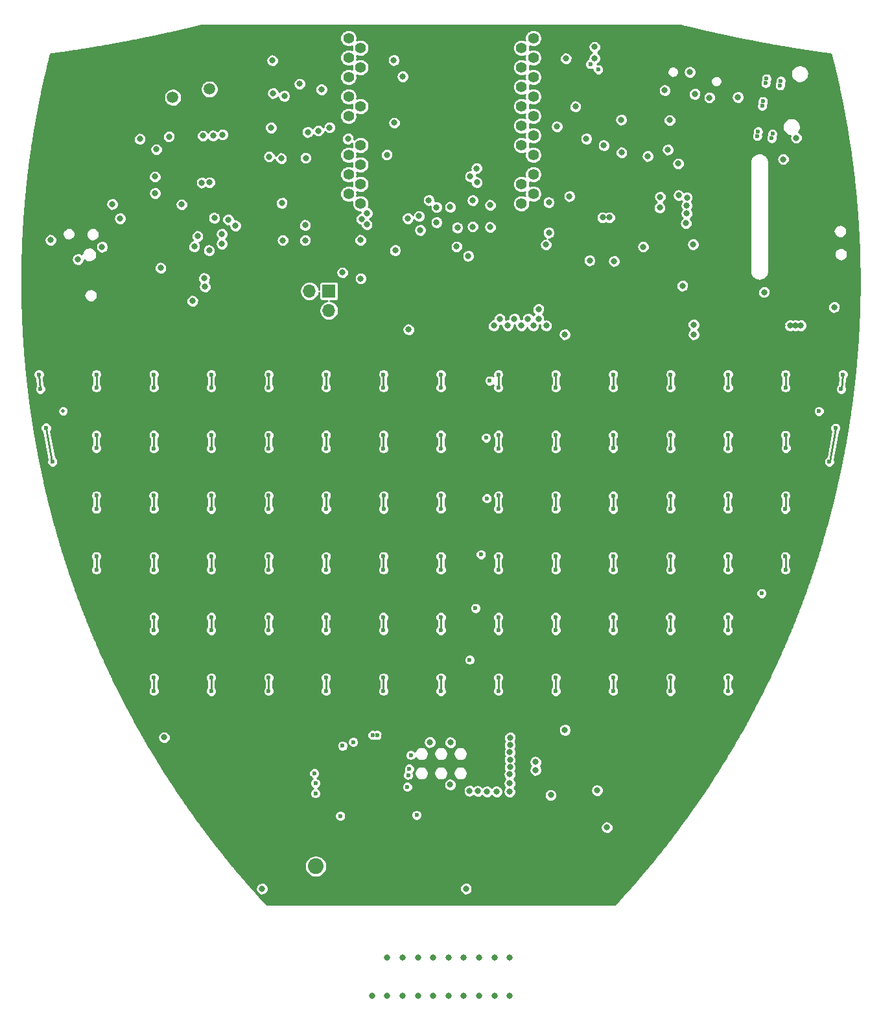
<source format=gbr>
G04 #@! TF.GenerationSoftware,KiCad,Pcbnew,6.0.0-unknown-r16647.959a4bdde.fc31*
G04 #@! TF.CreationDate,2020-02-05T23:37:15+00:00*
G04 #@! TF.ProjectId,r2,72322e6b-6963-4616-945f-706362585858,rev?*
G04 #@! TF.SameCoordinates,Original*
G04 #@! TF.FileFunction,Copper,L3,Inr*
G04 #@! TF.FilePolarity,Positive*
%FSLAX46Y46*%
G04 Gerber Fmt 4.6, Leading zero omitted, Abs format (unit mm)*
G04 Created by KiCad (PCBNEW 6.0.0-unknown-r16647.959a4bdde.fc31) date 2020-02-05 23:37:15*
%MOMM*%
%LPD*%
G04 APERTURE LIST*
%ADD10C,1.500000*%
%ADD11C,0.600000*%
%ADD12O,1.700000X1.700000*%
%ADD13R,1.700000X1.700000*%
%ADD14C,2.250000*%
%ADD15C,2.050000*%
%ADD16C,0.800000*%
%ADD17C,1.400000*%
%ADD18C,1.000000*%
%ADD19C,1.000000*%
%ADD20C,0.500000*%
%ADD21C,0.250000*%
G04 APERTURE END LIST*
D10*
X-35015060Y124986377D03*
X-30234940Y126063623D03*
D11*
X49551182Y118117317D03*
X49457321Y117524704D03*
X47580713Y117821929D03*
X47674574Y118414542D03*
X43209425Y119627985D03*
X43303285Y120220598D03*
X41332817Y119925210D03*
X41426677Y120517823D03*
X41426677Y120517823D03*
X41958555Y123875964D03*
X42052415Y124468577D03*
X44304466Y126541803D03*
X44398327Y127134416D03*
X42427858Y126839029D03*
X42521719Y127431642D03*
D12*
X-17170400Y97155000D03*
X-14630400Y97155000D03*
X-17170400Y99695000D03*
D13*
X-14630400Y99695000D03*
D14*
X-13804900Y27116900D03*
X-13804900Y22036900D03*
X-18884900Y22036900D03*
X-18884900Y27116900D03*
D15*
X-16344900Y24576900D03*
D16*
X7000000Y7677000D03*
X1000000Y7677000D03*
X3000000Y7677000D03*
X3000000Y12677000D03*
X5000000Y12677000D03*
X1000000Y12677000D03*
X5000000Y7677000D03*
X7000000Y12677000D03*
X-1000000Y7677000D03*
X-3000000Y7677000D03*
X-1000000Y12677000D03*
X-3000000Y12677000D03*
X-5000000Y7677000D03*
X-5000000Y12677000D03*
X9000000Y7677000D03*
X9000000Y12677000D03*
X-9000000Y7677000D03*
X-7000000Y12677000D03*
X-7000000Y7677000D03*
D17*
X-10495000Y128905000D03*
X10495000Y131445000D03*
X-12065000Y130175000D03*
X-12065000Y117475000D03*
X-10495000Y116205000D03*
X-10495000Y118745000D03*
X-12065000Y122555000D03*
X12065000Y117475000D03*
X12065000Y114935000D03*
X10495000Y118745000D03*
X-12065000Y114935000D03*
X-10495000Y123825000D03*
X-12065000Y125095000D03*
X-12065000Y127635000D03*
X-10495000Y131445000D03*
X-12065000Y132715000D03*
X12065000Y122555000D03*
X-12065000Y112395000D03*
X-10495000Y113665000D03*
X10495000Y113665000D03*
X12065000Y112395000D03*
X10495000Y111125000D03*
X-10495000Y111125000D03*
X10495000Y128905000D03*
X12065000Y130175000D03*
X10495000Y126365000D03*
X12065000Y127635000D03*
X10495000Y123825000D03*
X12065000Y125095000D03*
X12065000Y120015000D03*
X10495000Y121285000D03*
X12065000Y132715000D03*
D18*
X38157603Y130328461D03*
D19*
X38244179Y130718979D02*
X38071027Y129937943D01*
D18*
X29722406Y132198500D03*
D19*
X29808982Y132589018D02*
X29635830Y131807982D01*
D18*
X37259379Y126276833D03*
D19*
X37378421Y126813796D02*
X37140337Y125739870D01*
D18*
X28824181Y128146871D03*
D19*
X28943223Y128683834D02*
X28705139Y127609908D01*
D11*
X4250000Y30000000D03*
D16*
X-35509200Y119862600D03*
X-33498661Y119187590D03*
X-26644600Y122707400D03*
X-22000000Y129800000D03*
X-20447000Y125171200D03*
X-31213544Y113848095D03*
X-32563555Y113904790D03*
X44700000Y116900000D03*
X38800000Y125000000D03*
X33156079Y125425021D03*
X33732347Y123224990D03*
D11*
X29794200Y124975010D03*
D16*
X46400000Y119700000D03*
X-47396400Y103835200D03*
X-41910000Y109169200D03*
X-42926000Y111048800D03*
X-50977800Y106349800D03*
X-32205984Y105516255D03*
X-31775400Y106857800D03*
X-29753547Y119984634D03*
X-29593569Y109245400D03*
X-28625800Y105867200D03*
X-28600400Y107137200D03*
X-30268579Y105003600D03*
X-33858200Y110998000D03*
X13995400Y103606600D03*
X20929600Y99923600D03*
X35814000Y103403400D03*
X31648400Y98831400D03*
D11*
X26797000Y125196600D03*
D16*
X16789400Y112064800D03*
X15167627Y121182373D03*
X-6146800Y129844800D03*
X-5003800Y127711200D03*
X-20828000Y103657400D03*
X-17576800Y103657400D03*
X-20802600Y112191800D03*
X19001200Y119581200D03*
X29240000Y125910000D03*
D11*
X49377600Y83997800D03*
D16*
X2159000Y107975400D03*
X4165600Y108102400D03*
X32128249Y111912587D03*
X32106649Y110871400D03*
X1219200Y110667800D03*
X4165600Y111531400D03*
X-1574800Y111556800D03*
X-558800Y110642400D03*
X12750800Y96062800D03*
X10490200Y95199200D03*
X7670800Y96037400D03*
X11379200Y96062800D03*
X9601200Y96062800D03*
X6908800Y95173800D03*
X3276600Y21640800D03*
X-23368000Y21640800D03*
D11*
X-11455400Y40792400D03*
D16*
X-36144200Y41402000D03*
D11*
X-8331200Y41692190D03*
X-8902700Y41692190D03*
D16*
X21691600Y29641800D03*
X14351000Y33858200D03*
X9017505Y37525659D03*
X8991600Y36576000D03*
X9017042Y40405946D03*
X9017000Y38481000D03*
X9027083Y41359108D03*
D11*
X-4127100Y37292087D03*
D16*
X35077400Y124942600D03*
X25069800Y24511000D03*
X-25120600Y24714200D03*
X-52832000Y116433600D03*
X-4216400Y94665800D03*
X-25527000Y110871000D03*
X-4343400Y109169200D03*
X254000Y101457000D03*
D20*
X-49326800Y84010500D03*
D11*
X41884600Y60223400D03*
X4521200Y58267600D03*
X5232400Y65278000D03*
X5994400Y72618600D03*
X5892800Y80518000D03*
X6375400Y87985600D03*
X3759200Y51536600D03*
D16*
X-5892800Y101482400D03*
D11*
X-13131800Y31142800D03*
X-12357100Y29999800D03*
X-11341100Y29999800D03*
X-10337800Y29275900D03*
X-1219200Y31257100D03*
X-457200Y32108000D03*
X-457200Y33200200D03*
X-4368800Y34086800D03*
X-12839700Y40299500D03*
X-18783300Y38280200D03*
X-16979900Y37315000D03*
X-16979900Y36070400D03*
X-16979900Y34711500D03*
X-4381500Y34940100D03*
X-10439400Y23624400D03*
X-13335000Y39423200D03*
X-6743700Y30126800D03*
X-16535400Y36692700D03*
X-16383000Y35397300D03*
X-16383000Y34089200D03*
D16*
X-11176000Y37592000D03*
X-9176000Y36592000D03*
X-10176000Y36592000D03*
X-11176000Y36592000D03*
X-9176000Y35592000D03*
X-10176000Y35592000D03*
X-11176000Y35592000D03*
X-9176000Y37592000D03*
X-10176000Y37592000D03*
X10083800Y102616000D03*
X11226800Y102616000D03*
X23596600Y117779800D03*
X43200000Y95200000D03*
X43900000Y95200000D03*
X44600000Y95200000D03*
X19923849Y109299979D03*
X38700000Y94700000D03*
X31006649Y107621400D03*
X-2844800Y104555800D03*
X-2844800Y101457000D03*
X-2844800Y98409000D03*
X45600000Y95200000D03*
X22023849Y109299979D03*
X21123849Y109300000D03*
X29870400Y121996200D03*
X28623849Y111987692D03*
X33000000Y95300000D03*
X23560417Y122048464D03*
X31010000Y116330000D03*
X22623849Y103600000D03*
X32934006Y105789847D03*
X26431649Y105471400D03*
X13710301Y105750010D03*
X-37160200Y118186200D03*
X-30802831Y100249767D03*
X-44246800Y105460800D03*
X-12141200Y119583200D03*
X-36601400Y102717600D03*
X49174400Y67056000D03*
X31546800Y100380800D03*
X33020000Y94030800D03*
X48818800Y119227600D03*
X-558800Y108661200D03*
X28572249Y110583600D03*
X-2844800Y109474000D03*
X-6096000Y121666000D03*
X19428249Y103674800D03*
X47447200Y106019600D03*
X35610800Y95402400D03*
X24931649Y111246400D03*
X-7061200Y117500400D03*
X14094249Y107313600D03*
X14094249Y111276000D03*
X-18436609Y126745011D03*
X49352200Y92506800D03*
X49199800Y94538800D03*
X25044400Y92506800D03*
X7493000Y92506800D03*
X15087600Y92506800D03*
X-863600Y92506800D03*
X-609600Y106299000D03*
X2057400Y105486200D03*
X-29362400Y92481400D03*
X-43967400Y92506800D03*
D11*
X-17000000Y33000000D03*
X-17000000Y31000000D03*
X-15000000Y31000000D03*
X-17000000Y29000000D03*
X-15000000Y29000000D03*
X-13000000Y29000000D03*
X-11000000Y27750000D03*
X-7000000Y27750000D03*
X-8000000Y27750000D03*
X-9000000Y27750000D03*
X-10000000Y27750000D03*
X-4000000Y29000000D03*
X-4000000Y27750000D03*
X-4000000Y25000000D03*
X-4500000Y23750000D03*
X-6000000Y23750000D03*
X-7500000Y23750000D03*
X-7500000Y21750000D03*
X-7500000Y20000000D03*
X-12000000Y20000000D03*
X-12000000Y23000000D03*
X-19000000Y24000000D03*
X-19000000Y25000000D03*
X-18000000Y43500000D03*
X-14000000Y43500000D03*
X-9000000Y43500000D03*
X-7000000Y43500000D03*
X-23000000Y41000000D03*
X-23000000Y38000000D03*
X-23000000Y35000000D03*
X-23000000Y32000000D03*
X-23000000Y29000000D03*
X-26000000Y41000000D03*
X-26000000Y38000000D03*
X-26000000Y35000000D03*
X-26000000Y32000000D03*
X-29000000Y41000000D03*
X-29000000Y38000000D03*
X-29000000Y35000000D03*
X-32000000Y41000000D03*
X-32000000Y38000000D03*
X3000000Y26000000D03*
X-1000000Y26000000D03*
X7000000Y30000000D03*
X7000000Y26000000D03*
X11000000Y26000000D03*
X11000000Y30000000D03*
X11000000Y20000000D03*
X7000000Y20000000D03*
X3000000Y20000000D03*
X-1000000Y20000000D03*
X-4500000Y20000000D03*
X-15000000Y20000000D03*
X15000000Y20000000D03*
X28194000Y32791400D03*
X35433000Y41579800D03*
X19500000Y40750000D03*
X19500000Y36931600D03*
X19500000Y26000000D03*
X15250000Y26000000D03*
X-49098200Y67157600D03*
X-50647600Y97637600D03*
X-50012600Y105867200D03*
X-48056800Y118262400D03*
X-47498000Y126847600D03*
X-15748000Y133858000D03*
X47625000Y126466600D03*
X31953200Y132029200D03*
X22098000Y132384800D03*
D16*
X2743200Y123393200D03*
X-1727200Y126390400D03*
X-30925564Y101364565D03*
X-37338000Y112471200D03*
X-32450848Y98393533D03*
X-37347802Y114630200D03*
X42214800Y99542600D03*
X46300000Y95200000D03*
X47000000Y95200000D03*
X51358800Y97586800D03*
X20411800Y34483400D03*
D11*
X-4267200Y36474400D03*
X-3886200Y35687000D03*
D16*
X-2692400Y107645200D03*
X-16560800Y92481400D03*
X36576000Y92506800D03*
D11*
X-12000000Y21550010D03*
D16*
X17576800Y123799598D03*
D11*
X52500000Y88800000D03*
X52273200Y86868000D03*
X45000000Y88800000D03*
X45000000Y87100000D03*
X37500000Y88800000D03*
X37500000Y87100000D03*
X30000000Y88800000D03*
X30000000Y87100000D03*
X22500000Y88800000D03*
X22500000Y87100000D03*
X15000000Y88800000D03*
X15000000Y87100000D03*
X7500000Y88800000D03*
X7500000Y87100000D03*
X0Y88800000D03*
X0Y87100000D03*
X-7500000Y88800000D03*
X-7500000Y87100000D03*
X-15000000Y88800000D03*
X-15000000Y87100000D03*
X-22500000Y88800000D03*
X-22500000Y87100000D03*
X-30000000Y88800000D03*
X-30000000Y87100000D03*
X-37500000Y88800000D03*
X-37500000Y87100000D03*
X-45000000Y88800000D03*
X-45000000Y87100000D03*
X-52500000Y88800000D03*
X-52300000Y86900000D03*
X-45000000Y80900000D03*
X-45000000Y79171800D03*
X-51562000Y81838800D03*
X-50723800Y77393800D03*
X-37500000Y80900000D03*
X-37500000Y79146400D03*
X-30000000Y80900000D03*
X-29997400Y79146400D03*
X-22500000Y80878000D03*
X-22500000Y79146400D03*
X-15000000Y80900000D03*
X-15000000Y79146400D03*
X-7500000Y80900000D03*
X-7500000Y79146400D03*
X0Y80900000D03*
X0Y79146400D03*
X7500000Y80900000D03*
X7500000Y79146400D03*
X15000000Y80900000D03*
X15000000Y79146400D03*
X22500000Y80900000D03*
X22500000Y79171800D03*
X30000000Y80900000D03*
X30000000Y79146400D03*
X37490400Y79146400D03*
X51536600Y81813400D03*
X50723800Y77419200D03*
X45008800Y72974200D03*
X44983400Y71221600D03*
X37490400Y72974200D03*
X37490400Y71247000D03*
X29997400Y72948800D03*
X30000000Y71247000D03*
X22500000Y72948800D03*
X22504400Y71221600D03*
X15000000Y72974200D03*
X15000000Y71247000D03*
X7500000Y72974200D03*
X7500000Y71247000D03*
X0Y72974200D03*
X0Y71247000D03*
X-7467600Y72974200D03*
X-7493000Y71221600D03*
X-15000000Y72974200D03*
X-14986000Y71221600D03*
X-22500000Y72974200D03*
X-22500000Y71221600D03*
X-29997400Y72974200D03*
X-30000000Y71221600D03*
X-37515800Y72974200D03*
X-37500000Y71247000D03*
X-45000000Y72974200D03*
X-45000000Y71247000D03*
X-45000000Y65049400D03*
X-45000000Y63305600D03*
X-37490400Y65049400D03*
X-37500000Y63300000D03*
X-30000000Y65049400D03*
X-30000000Y63319600D03*
X-22504400Y65049400D03*
X-22500000Y63300000D03*
X-15000000Y65035400D03*
X-15000000Y63300000D03*
X-7500000Y65049400D03*
X-7500000Y63300000D03*
X0Y65049400D03*
X0Y63300000D03*
X7500000Y65049400D03*
X7500000Y63300000D03*
X15000000Y65049400D03*
X15000000Y63300000D03*
X22479000Y65049400D03*
X22500000Y63300000D03*
X29997400Y65049400D03*
X30000000Y63300000D03*
X37490400Y65049400D03*
X37500000Y63300000D03*
X44983400Y65049400D03*
X45000000Y63300000D03*
X37500000Y57124600D03*
X37490400Y55372000D03*
X29972000Y57124600D03*
X30000000Y55400000D03*
X22500000Y57124600D03*
X22500000Y55400000D03*
X14986000Y57124600D03*
X15011400Y55372000D03*
X7500000Y57124600D03*
X7500000Y55400000D03*
X0Y57124600D03*
X0Y55400000D03*
X-7518400Y57124600D03*
X-7500000Y55372000D03*
X-15000000Y57124600D03*
X-15000000Y55372000D03*
X-22500000Y57100000D03*
X-22500000Y55401800D03*
X-30000000Y57124600D03*
X-30000000Y55397400D03*
X-37500000Y57124600D03*
X-37500000Y55372000D03*
X-37500000Y49200000D03*
X-37500000Y47472600D03*
X-30000000Y49200000D03*
X-30000000Y47447200D03*
X-22500000Y49200000D03*
X-22504400Y47472600D03*
X-15000000Y49200000D03*
X-15000000Y47472600D03*
X-7500000Y49200000D03*
X-7500000Y47472600D03*
X0Y49200000D03*
X0Y47447200D03*
X7500000Y49200000D03*
X7500000Y47472600D03*
X15000000Y49200000D03*
X15000000Y47447200D03*
X22500000Y49200000D03*
X22504400Y47472600D03*
X30000000Y49200000D03*
X30000000Y47447200D03*
X37500000Y49200000D03*
X37500000Y47472600D03*
X45069532Y79192122D03*
X45000000Y80882790D03*
X37500000Y80882790D03*
X-3175000Y31242000D03*
X-7518400Y41503600D03*
D16*
X3581400Y104267000D03*
X9012608Y39455945D03*
X8712200Y95199200D03*
D11*
X-3937000Y39090600D03*
D16*
X8991600Y35407600D03*
X13766800Y95173800D03*
X16179800Y94030800D03*
D11*
X-12141200Y41844590D03*
X-9804400Y41844590D03*
D16*
X12369800Y38201600D03*
X12075790Y95173800D03*
X12369800Y37134800D03*
D11*
X7035800Y43637200D03*
D16*
X16205200Y42367200D03*
X-25831800Y107341800D03*
X24781649Y114646400D03*
X29635417Y118153464D03*
X21285200Y118719600D03*
X26999900Y117311700D03*
X31074412Y112196390D03*
X31896762Y113917969D03*
X32102849Y109828200D03*
X32001249Y108532800D03*
D11*
X-3733800Y38125400D03*
D16*
X-20853400Y117017800D03*
X-17653000Y117068600D03*
D11*
X-7010400Y132943600D03*
X355600Y132969000D03*
X7493000Y132969000D03*
X16230600Y132816600D03*
D16*
X16316844Y130055464D03*
X20066000Y130098800D03*
X20066000Y131572000D03*
X-15595600Y126009400D03*
X-14528800Y121056400D03*
X-16002000Y120624600D03*
X-14782800Y112141000D03*
X-20777200Y111201200D03*
X-20650200Y106324400D03*
X-17729200Y106324400D03*
X-17399000Y120446800D03*
X-30200600Y113868200D03*
X-13462000Y117043200D03*
X3835400Y114655600D03*
X4673600Y115722400D03*
X-9652000Y109855000D03*
X-10363200Y109118400D03*
X-9677400Y108381800D03*
X4699000Y113893600D03*
X-17729200Y108305600D03*
X-27787600Y109016800D03*
X-26847800Y108229400D03*
X-20663068Y107554390D03*
X-22050000Y118650000D03*
X-10464800Y101320600D03*
X-5964726Y105013245D03*
X-12852402Y102108000D03*
X-10515600Y106349800D03*
X-26619200Y100609400D03*
X19024600Y32181800D03*
X17297400Y32689800D03*
X-1447800Y40767000D03*
X1244600Y40741600D03*
X6426200Y108051600D03*
X6426200Y110921800D03*
X12750800Y97307400D03*
X8966200Y34315400D03*
X1219200Y35229800D03*
X-1320800Y35229800D03*
X3759200Y34417000D03*
X4826000Y34391600D03*
X6019800Y34315400D03*
X7264400Y34315400D03*
X32512000Y128295400D03*
X-19659600Y121121810D03*
X635000Y105079800D03*
D11*
X50114200Y106654600D03*
D16*
X53136800Y114528600D03*
D11*
X20540000Y128630000D03*
X19520000Y129330000D03*
D16*
X14605000Y129921000D03*
X-21920200Y125526800D03*
X-31089600Y119964200D03*
X-39319200Y119557800D03*
X-28498800Y120124990D03*
X-22200000Y121025000D03*
X-22425000Y117250000D03*
X-16425000Y116950000D03*
D21*
X-52500000Y88800000D02*
X-52300000Y86900000D01*
X-51600000Y81700000D02*
X-50800000Y77500000D01*
X52500000Y88800000D02*
X52300000Y86900000D01*
X51600000Y81700000D02*
X50800000Y77500000D01*
X45000000Y88800000D02*
X45000000Y87100000D01*
X37500000Y88800000D02*
X37500000Y87100000D01*
X30000000Y88800000D02*
X30000000Y87100000D01*
X22500000Y88800000D02*
X22500000Y87100000D01*
X15000000Y88800000D02*
X15000000Y87100000D01*
X7500000Y88800000D02*
X7500000Y87100000D01*
X7500000Y80900000D02*
X7500000Y79200000D01*
X15000000Y79200000D02*
X15000000Y80900000D01*
X22500000Y80900000D02*
X22500000Y79200000D01*
X30000000Y79200000D02*
X30000000Y80900000D01*
X45000000Y72900000D02*
X45000000Y71300000D01*
X45000000Y65000000D02*
X45000000Y63300000D01*
X37500000Y63300000D02*
X37500000Y65000000D01*
X37500000Y71300000D02*
X37500000Y72900000D01*
X30000000Y72900000D02*
X30000000Y71300000D01*
X30000000Y65000000D02*
X30000000Y63300000D01*
X22500000Y63300000D02*
X22500000Y65000000D01*
X22500000Y71300000D02*
X22500000Y72900000D01*
X15000000Y72900000D02*
X15000000Y71300000D01*
X15000000Y65000000D02*
X15000000Y63300000D01*
X7500000Y63300000D02*
X7500000Y65000000D01*
X7500000Y71300000D02*
X7500000Y72803400D01*
X7500000Y57100000D02*
X7500000Y55400000D01*
X15000000Y55400000D02*
X15000000Y57100000D01*
X22500000Y57100000D02*
X22500000Y55400000D01*
X30000000Y55400000D02*
X30000000Y57100000D01*
X37500000Y57100000D02*
X37500000Y55400000D01*
X37500000Y49200000D02*
X37500000Y47500000D01*
X30000000Y47500000D02*
X30000000Y49200000D01*
X22500000Y49200000D02*
X22500000Y47500000D01*
X15000000Y47500000D02*
X15000000Y49200000D01*
X7500000Y49200000D02*
X7500000Y47500000D01*
X0Y88800000D02*
X0Y87100000D01*
X0Y80900000D02*
X0Y79200000D01*
X-7500000Y79200000D02*
X-7500000Y80900000D01*
X-7500000Y87100000D02*
X-7500000Y88800000D01*
X-15000000Y88800000D02*
X-15000000Y87100000D01*
X-15000000Y80900000D02*
X-15000000Y79200000D01*
X-22500000Y79200000D02*
X-22500000Y80878000D01*
X-22500000Y88800000D02*
X-22500000Y87100000D01*
X-30000000Y87100000D02*
X-30000000Y88800000D01*
X-30000000Y80900000D02*
X-30000000Y79200000D01*
X-30000000Y72900000D02*
X-30000000Y71300000D01*
X-22500000Y71300000D02*
X-22500000Y72900000D01*
X-15000000Y72900000D02*
X-15000000Y71300000D01*
X-7500000Y71300000D02*
X-7500000Y72900000D01*
X0Y72900000D02*
X0Y71300000D01*
X0Y65000000D02*
X0Y63300000D01*
X-7500000Y63300000D02*
X-7500000Y64853200D01*
X-15000000Y65000000D02*
X-15000000Y63300000D01*
X-22500000Y65000000D02*
X-22500000Y63300000D01*
X-30000000Y63300000D02*
X-30000000Y63319600D01*
X-30000000Y57100000D02*
X-30000000Y55400000D01*
X-30000000Y49200000D02*
X-30000000Y47500000D01*
X-22500000Y47500000D02*
X-22500000Y49200000D01*
X-22500000Y55400000D02*
X-22500000Y55401800D01*
X-15000000Y57100000D02*
X-15000000Y55400000D01*
X-15000000Y49200000D02*
X-15000000Y47500000D01*
X-7500000Y47500000D02*
X-7500000Y49200000D01*
X-7500000Y55400000D02*
X-7500000Y57100000D01*
X0Y57100000D02*
X0Y55400000D01*
X0Y49200000D02*
X0Y47548800D01*
X-37500000Y80900000D02*
X-37500000Y79200000D01*
X-45000000Y80871800D02*
X-45000000Y79171800D01*
X-45000000Y72900000D02*
X-45000000Y71300000D01*
X-45000000Y65000000D02*
X-45000000Y63305600D01*
X-37500000Y63300000D02*
X-37500000Y65000000D01*
X-37500000Y71300000D02*
X-37500000Y72900000D01*
X-37500000Y57100000D02*
X-37500000Y55413200D01*
X-37500000Y49200000D02*
X-37500000Y47500000D01*
X-37500000Y88800000D02*
X-37500000Y87100000D01*
X-45000000Y87100000D02*
X-45000000Y88800000D01*
X-22500000Y80878000D02*
X-22500000Y80900000D01*
X7500000Y72803400D02*
X7500000Y72900000D01*
X-45000000Y63305600D02*
X-45000000Y63300000D01*
X-30000000Y63319600D02*
X-30000000Y65000000D01*
X-22500000Y55401800D02*
X-22500000Y57100000D01*
X-37500000Y55413200D02*
X-37500000Y55400000D01*
X0Y47548800D02*
X0Y47500000D01*
X45000000Y79200000D02*
X45000000Y80882790D01*
X37500000Y79200000D02*
X37500000Y80882790D01*
G36*
X-24776601Y21826882D02*
G01*
X-24873116Y21936339D01*
X-25017604Y22100709D01*
X-25113310Y22209918D01*
X-25221463Y22333654D01*
X-25329183Y22457232D01*
X-25484762Y22636327D01*
X-25591656Y22759794D01*
X-25686972Y22870174D01*
X-25781993Y22980484D01*
X-25888381Y23104316D01*
X-26078273Y23326195D01*
X-26184627Y23450942D01*
X-26290785Y23575810D01*
X-26420444Y23728791D01*
X-26526125Y23853865D01*
X-26631850Y23979342D01*
X-26725449Y24090717D01*
X-26865801Y24258243D01*
X-26982565Y24398089D01*
X-27110310Y24551587D01*
X-27236450Y24703671D01*
X-17793900Y24703671D01*
X-17793900Y24450129D01*
X-17749872Y24200439D01*
X-17663157Y23962187D01*
X-17536385Y23742613D01*
X-17373411Y23548389D01*
X-17179187Y23385415D01*
X-16959613Y23258643D01*
X-16721361Y23171928D01*
X-16471671Y23127900D01*
X-16218129Y23127900D01*
X-15968439Y23171928D01*
X-15730187Y23258643D01*
X-15510613Y23385415D01*
X-15316389Y23548389D01*
X-15153415Y23742613D01*
X-15026643Y23962187D01*
X-14939928Y24200439D01*
X-14895900Y24450129D01*
X-14895900Y24703671D01*
X-14939928Y24953361D01*
X-15026643Y25191613D01*
X-15153415Y25411187D01*
X-15316389Y25605411D01*
X-15510613Y25768385D01*
X-15730187Y25895157D01*
X-15968439Y25981872D01*
X-16218129Y26025900D01*
X-16471671Y26025900D01*
X-16721361Y25981872D01*
X-16959613Y25895157D01*
X-17179187Y25768385D01*
X-17373411Y25605411D01*
X-17536385Y25411187D01*
X-17663157Y25191613D01*
X-17749872Y24953361D01*
X-17793900Y24703671D01*
X-27236450Y24703671D01*
X-27238580Y24706238D01*
X-27401073Y24902916D01*
X-27516875Y25043604D01*
X-27667279Y25226982D01*
X-27759197Y25339418D01*
X-27862929Y25466641D01*
X-27966088Y25593515D01*
X-28080909Y25735153D01*
X-28183678Y25862297D01*
X-28275248Y25975888D01*
X-28378431Y26104222D01*
X-28492010Y26245907D01*
X-28582946Y26359665D01*
X-28582947Y26359665D01*
X-28741814Y26559086D01*
X-28832412Y26673204D01*
X-28945506Y26816057D01*
X-29046931Y26944553D01*
X-29159453Y27087533D01*
X-29260529Y27216351D01*
X-29350638Y27331500D01*
X-29451517Y27460754D01*
X-29451518Y27460754D01*
X-29540009Y27574438D01*
X-29641148Y27704719D01*
X-29641147Y27704719D01*
X-29775350Y27878163D01*
X-29897658Y28036810D01*
X-30019526Y28195433D01*
X-30119250Y28325645D01*
X-30229920Y28470584D01*
X-30340248Y28615528D01*
X-30438813Y28745410D01*
X-30548966Y28891001D01*
X-30636981Y29007661D01*
X-30735569Y29138689D01*
X-30822954Y29255141D01*
X-30921269Y29386512D01*
X-31073303Y29590408D01*
X-31116857Y29649072D01*
X20858332Y29649072D01*
X20893031Y29403735D01*
X20998333Y29179448D01*
X21164931Y28996039D01*
X21378093Y28869724D01*
X21618973Y28811672D01*
X21866275Y28827013D01*
X22098133Y28914394D01*
X22294049Y29066088D01*
X22436698Y29268683D01*
X22513625Y29504740D01*
X22515892Y29764493D01*
X22443097Y30001857D01*
X22304003Y30206910D01*
X22110767Y30361999D01*
X21880469Y30453413D01*
X21633472Y30473070D01*
X21391615Y30419229D01*
X21176281Y30296654D01*
X21006507Y30116180D01*
X20897307Y29893764D01*
X20858332Y29649072D01*
X-31116857Y29649072D01*
X-31214832Y29781033D01*
X-31312504Y29913048D01*
X-31420220Y30059083D01*
X-31506622Y30176557D01*
X-31625448Y30338605D01*
X-31711181Y30455881D01*
X-31797279Y30573956D01*
X-31893494Y30706266D01*
X-31989501Y30838668D01*
X-32075279Y30957289D01*
X-32075278Y30957290D01*
X-32203318Y31134923D01*
X-32288298Y31253197D01*
X-32291360Y31257471D01*
X-13855800Y31257471D01*
X-13855800Y31028129D01*
X-13784930Y30810014D01*
X-13650127Y30624473D01*
X-13464586Y30489670D01*
X-13246471Y30418800D01*
X-13017129Y30418800D01*
X-12799014Y30489670D01*
X-12613473Y30624473D01*
X-12478670Y30810014D01*
X-12407800Y31028129D01*
X-12407800Y31257471D01*
X-12440032Y31356671D01*
X-3899000Y31356671D01*
X-3899000Y31127329D01*
X-3828130Y30909214D01*
X-3693327Y30723673D01*
X-3507786Y30588870D01*
X-3289671Y30518000D01*
X-3060329Y30518000D01*
X-2842214Y30588870D01*
X-2656673Y30723673D01*
X-2521870Y30909214D01*
X-2451000Y31127329D01*
X-2451000Y31356671D01*
X-2521870Y31574786D01*
X-2656673Y31760327D01*
X-2842214Y31895130D01*
X-3060329Y31966000D01*
X-3289671Y31966000D01*
X-3507786Y31895130D01*
X-3693327Y31760327D01*
X-3828130Y31574786D01*
X-3899000Y31356671D01*
X-12440032Y31356671D01*
X-12478670Y31475586D01*
X-12613473Y31661127D01*
X-12799014Y31795930D01*
X-13017129Y31866800D01*
X-13246471Y31866800D01*
X-13464586Y31795930D01*
X-13650127Y31661127D01*
X-13784930Y31475586D01*
X-13855800Y31257471D01*
X-32291360Y31257471D01*
X-32372993Y31371378D01*
X-32457892Y31490152D01*
X-32542393Y31608669D01*
X-32627090Y31727772D01*
X-32711112Y31846229D01*
X-32806164Y31980607D01*
X-32921415Y32144069D01*
X-33026211Y32293207D01*
X-33131452Y32443465D01*
X-33235353Y32592294D01*
X-33339340Y32741731D01*
X-33453457Y32906287D01*
X-33453458Y32906287D01*
X-33546832Y33041372D01*
X-33702081Y33266846D01*
X-33784609Y33387158D01*
X-33907838Y33567391D01*
X-34030834Y33747992D01*
X-34143464Y33913998D01*
X-34235255Y34049731D01*
X-34336682Y34200183D01*
X-34428947Y34337473D01*
X-34509984Y34458398D01*
X-34611550Y34610405D01*
X-34752775Y34822604D01*
X-34833483Y34944314D01*
X-34914380Y35066637D01*
X-34994365Y35187898D01*
X-35074460Y35309652D01*
X-35074459Y35309652D01*
X-35154577Y35431763D01*
X-35264239Y35599435D01*
X-35393620Y35798049D01*
X-35393621Y35798049D01*
X-35473472Y35921060D01*
X-35562733Y36058956D01*
X-35671274Y36227202D01*
X-35750073Y36349735D01*
X-35828941Y36472704D01*
X-35828942Y36472704D01*
X-35907208Y36595063D01*
X-36034886Y36795377D01*
X-36042502Y36807371D01*
X-17259400Y36807371D01*
X-17259400Y36578029D01*
X-17188530Y36359914D01*
X-17053727Y36174373D01*
X-16868186Y36039570D01*
X-16773209Y36008710D01*
X-16901327Y35915627D01*
X-17036130Y35730086D01*
X-17107000Y35511971D01*
X-17107000Y35282629D01*
X-17036130Y35064514D01*
X-16901327Y34878973D01*
X-16715786Y34744170D01*
X-16712955Y34743250D01*
X-16715786Y34742330D01*
X-16901327Y34607527D01*
X-17036130Y34421986D01*
X-17107000Y34203871D01*
X-17107000Y33974529D01*
X-17036130Y33756414D01*
X-16901327Y33570873D01*
X-16715786Y33436070D01*
X-16497671Y33365200D01*
X-16268329Y33365200D01*
X-16050214Y33436070D01*
X-15864673Y33570873D01*
X-15729870Y33756414D01*
X-15659000Y33974529D01*
X-15659000Y34203871D01*
X-15729870Y34421986D01*
X-15864673Y34607527D01*
X-16050214Y34742330D01*
X-16053045Y34743250D01*
X-16050214Y34744170D01*
X-15864673Y34878973D01*
X-15736949Y35054771D01*
X-5105500Y35054771D01*
X-5105500Y34825429D01*
X-5034630Y34607314D01*
X-4899827Y34421773D01*
X-4714286Y34286970D01*
X-4496171Y34216100D01*
X-4266829Y34216100D01*
X-4048714Y34286970D01*
X-3863173Y34421773D01*
X-3728370Y34607314D01*
X-3657500Y34825429D01*
X-3657500Y35054771D01*
X-3716733Y35237072D01*
X385932Y35237072D01*
X420631Y34991735D01*
X525933Y34767448D01*
X692531Y34584039D01*
X905693Y34457724D01*
X1146573Y34399672D01*
X1393875Y34415013D01*
X1418442Y34424272D01*
X2925932Y34424272D01*
X2960631Y34178935D01*
X3065933Y33954648D01*
X3232531Y33771239D01*
X3445693Y33644924D01*
X3686573Y33586872D01*
X3933875Y33602213D01*
X4165733Y33689594D01*
X4274161Y33773549D01*
X4299331Y33745839D01*
X4512493Y33619524D01*
X4753373Y33561472D01*
X5000675Y33576813D01*
X5232533Y33664194D01*
X5388432Y33784903D01*
X5493131Y33669639D01*
X5706293Y33543324D01*
X5947173Y33485272D01*
X6194475Y33500613D01*
X6426333Y33587994D01*
X6622249Y33739688D01*
X6644892Y33771846D01*
X6737731Y33669639D01*
X6950893Y33543324D01*
X7191773Y33485272D01*
X7439075Y33500613D01*
X7670933Y33587994D01*
X7866849Y33739688D01*
X8009498Y33942283D01*
X8086425Y34178340D01*
X8087684Y34322672D01*
X8132932Y34322672D01*
X8167631Y34077335D01*
X8272933Y33853048D01*
X8439531Y33669639D01*
X8652693Y33543324D01*
X8893573Y33485272D01*
X9140875Y33500613D01*
X9372733Y33587994D01*
X9568649Y33739688D01*
X9657214Y33865472D01*
X13517732Y33865472D01*
X13552431Y33620135D01*
X13657733Y33395848D01*
X13824331Y33212439D01*
X14037493Y33086124D01*
X14278373Y33028072D01*
X14525675Y33043413D01*
X14757533Y33130794D01*
X14953449Y33282488D01*
X15096098Y33485083D01*
X15173025Y33721140D01*
X15175292Y33980893D01*
X15102497Y34218257D01*
X14963403Y34423310D01*
X14879473Y34490672D01*
X19578532Y34490672D01*
X19613231Y34245335D01*
X19718533Y34021048D01*
X19885131Y33837639D01*
X20098293Y33711324D01*
X20339173Y33653272D01*
X20586475Y33668613D01*
X20818333Y33755994D01*
X21014249Y33907688D01*
X21156898Y34110283D01*
X21233825Y34346340D01*
X21236092Y34606093D01*
X21163297Y34843457D01*
X21024203Y35048510D01*
X20830967Y35203599D01*
X20600669Y35295013D01*
X20353672Y35314670D01*
X20111815Y35260829D01*
X19896481Y35138254D01*
X19726707Y34957780D01*
X19617507Y34735364D01*
X19578532Y34490672D01*
X14879473Y34490672D01*
X14770167Y34578399D01*
X14539869Y34669813D01*
X14292872Y34689470D01*
X14051015Y34635629D01*
X13835681Y34513054D01*
X13665907Y34332580D01*
X13556707Y34110164D01*
X13517732Y33865472D01*
X9657214Y33865472D01*
X9711298Y33942283D01*
X9788225Y34178340D01*
X9790492Y34438093D01*
X9717697Y34675457D01*
X9602981Y34844573D01*
X9736698Y35034483D01*
X9813625Y35270540D01*
X9815892Y35530293D01*
X9743097Y35767657D01*
X9604003Y35972710D01*
X9581626Y35990670D01*
X9594048Y36000288D01*
X9736698Y36202883D01*
X9813625Y36438940D01*
X9815892Y36698693D01*
X9743097Y36936057D01*
X9677874Y37032208D01*
X9755230Y37142072D01*
X11536532Y37142072D01*
X11571231Y36896735D01*
X11676533Y36672448D01*
X11843131Y36489039D01*
X12056293Y36362724D01*
X12297173Y36304672D01*
X12544475Y36320013D01*
X12776333Y36407394D01*
X12972249Y36559088D01*
X13114898Y36761683D01*
X13191825Y36997740D01*
X13194092Y37257493D01*
X13121297Y37494857D01*
X13002893Y37669410D01*
X13114898Y37828483D01*
X13191825Y38064540D01*
X13194092Y38324293D01*
X13121297Y38561657D01*
X12982203Y38766710D01*
X12788967Y38921799D01*
X12558669Y39013213D01*
X12311672Y39032870D01*
X12069815Y38979029D01*
X11854481Y38856454D01*
X11684707Y38675980D01*
X11575507Y38453564D01*
X11536532Y38208872D01*
X11571231Y37963535D01*
X11676533Y37739248D01*
X11740655Y37668655D01*
X11684707Y37609180D01*
X11575507Y37386764D01*
X11536532Y37142072D01*
X9755230Y37142072D01*
X9762603Y37152542D01*
X9839530Y37388599D01*
X9841797Y37648352D01*
X9769002Y37885716D01*
X9688857Y38003865D01*
X9762098Y38107883D01*
X9795008Y38208872D01*
X9839025Y38343940D01*
X9841292Y38603693D01*
X9768497Y38841057D01*
X9679673Y38972002D01*
X9757706Y39082828D01*
X9834633Y39318885D01*
X9836900Y39578638D01*
X9764105Y39816002D01*
X9688229Y39927858D01*
X9762140Y40032829D01*
X9839067Y40268886D01*
X9841334Y40528639D01*
X9768539Y40766003D01*
X9694322Y40875414D01*
X9772181Y40985991D01*
X9849108Y41222048D01*
X9851375Y41481801D01*
X9778580Y41719165D01*
X9639486Y41924218D01*
X9446250Y42079307D01*
X9215952Y42170721D01*
X8968955Y42190378D01*
X8727098Y42136537D01*
X8511764Y42013962D01*
X8341990Y41833488D01*
X8232790Y41611072D01*
X8193815Y41366380D01*
X8228514Y41121043D01*
X8333816Y40896756D01*
X8340492Y40889407D01*
X8331949Y40880326D01*
X8222749Y40657910D01*
X8183774Y40413218D01*
X8218473Y40167881D01*
X8323775Y39943594D01*
X8331744Y39934821D01*
X8327515Y39930325D01*
X8218315Y39707909D01*
X8179340Y39463217D01*
X8214039Y39217880D01*
X8319341Y38993593D01*
X8343173Y38967356D01*
X8331907Y38955380D01*
X8222707Y38732964D01*
X8183732Y38488272D01*
X8218431Y38242935D01*
X8323733Y38018648D01*
X8336596Y38004487D01*
X8332412Y38000039D01*
X8223212Y37777623D01*
X8184237Y37532931D01*
X8218936Y37287594D01*
X8322383Y37067257D01*
X8306507Y37050380D01*
X8197307Y36827964D01*
X8158332Y36583272D01*
X8193031Y36337935D01*
X8298333Y36113648D01*
X8409407Y35991366D01*
X8306507Y35881980D01*
X8197307Y35659564D01*
X8158332Y35414872D01*
X8193031Y35169535D01*
X8298333Y34945248D01*
X8361716Y34875469D01*
X8281107Y34789780D01*
X8171907Y34567364D01*
X8132932Y34322672D01*
X8087684Y34322672D01*
X8088692Y34438093D01*
X8015897Y34675457D01*
X7876803Y34880510D01*
X7683567Y35035599D01*
X7453269Y35127013D01*
X7206272Y35146670D01*
X6964415Y35092829D01*
X6749081Y34970254D01*
X6645801Y34860464D01*
X6632203Y34880510D01*
X6438967Y35035599D01*
X6208669Y35127013D01*
X5961672Y35146670D01*
X5719815Y35092829D01*
X5504481Y34970254D01*
X5460750Y34923767D01*
X5438404Y34956710D01*
X5245167Y35111799D01*
X5014869Y35203213D01*
X4767872Y35222870D01*
X4526015Y35169029D01*
X4310681Y35046454D01*
X4302401Y35037652D01*
X4178367Y35137199D01*
X3948069Y35228613D01*
X3701072Y35248270D01*
X3459215Y35194429D01*
X3243881Y35071854D01*
X3074107Y34891380D01*
X2964907Y34668964D01*
X2925932Y34424272D01*
X1418442Y34424272D01*
X1625733Y34502394D01*
X1821649Y34654088D01*
X1964298Y34856683D01*
X2041225Y35092740D01*
X2043492Y35352493D01*
X1970697Y35589857D01*
X1831603Y35794910D01*
X1638367Y35949999D01*
X1408069Y36041413D01*
X1161072Y36061070D01*
X919215Y36007229D01*
X703881Y35884654D01*
X534107Y35704180D01*
X424907Y35481764D01*
X385932Y35237072D01*
X-3716733Y35237072D01*
X-3728370Y35272886D01*
X-3863173Y35458427D01*
X-4048714Y35593230D01*
X-4266829Y35664100D01*
X-4496171Y35664100D01*
X-4714286Y35593230D01*
X-4899827Y35458427D01*
X-5034630Y35272886D01*
X-5105500Y35054771D01*
X-15736949Y35054771D01*
X-15729870Y35064514D01*
X-15659000Y35282629D01*
X-15659000Y35511971D01*
X-15729870Y35730086D01*
X-15864673Y35915627D01*
X-16050214Y36050430D01*
X-16145191Y36081290D01*
X-16017073Y36174373D01*
X-15882270Y36359914D01*
X-15811400Y36578029D01*
X-15811400Y36589071D01*
X-4991200Y36589071D01*
X-4991200Y36359729D01*
X-4920330Y36141614D01*
X-4785527Y35956073D01*
X-4599986Y35821270D01*
X-4381871Y35750400D01*
X-4152529Y35750400D01*
X-3934414Y35821270D01*
X-3748873Y35956073D01*
X-3614070Y36141614D01*
X-3543200Y36359729D01*
X-3543200Y36589071D01*
X-3559508Y36639264D01*
X-3465402Y36639264D01*
X-3422302Y36436497D01*
X-3335351Y36248318D01*
X-3208870Y36084079D01*
X-3049146Y35951944D01*
X-2864116Y35858478D01*
X-2662978Y35808329D01*
X-2455726Y35803987D01*
X-2252663Y35845671D01*
X-2063882Y35931305D01*
X-1898765Y36056637D01*
X-1765517Y36215434D01*
X-1670762Y36399808D01*
X-1618992Y36601441D01*
X-1618464Y36639264D01*
X-925402Y36639264D01*
X-882302Y36436497D01*
X-795351Y36248318D01*
X-668870Y36084079D01*
X-509146Y35951944D01*
X-324116Y35858478D01*
X-122978Y35808329D01*
X84274Y35803987D01*
X287337Y35845671D01*
X476118Y35931305D01*
X641235Y36056637D01*
X774483Y36215434D01*
X869238Y36399808D01*
X921008Y36601441D01*
X921536Y36639264D01*
X1614598Y36639264D01*
X1657698Y36436497D01*
X1744649Y36248318D01*
X1871130Y36084079D01*
X2030854Y35951944D01*
X2215884Y35858478D01*
X2417022Y35808329D01*
X2624274Y35803987D01*
X2827337Y35845671D01*
X3016118Y35931305D01*
X3181235Y36056637D01*
X3314483Y36215434D01*
X3409238Y36399808D01*
X3461008Y36601441D01*
X3464239Y36832792D01*
X3418119Y37035793D01*
X3328548Y37222740D01*
X3199787Y37385197D01*
X3038233Y37515089D01*
X2851916Y37605963D01*
X2650097Y37653299D01*
X2442805Y37654746D01*
X2240344Y37610232D01*
X2052777Y37521970D01*
X1889426Y37394345D01*
X1758408Y37233702D01*
X1666236Y37048023D01*
X1617492Y36846540D01*
X1614598Y36639264D01*
X921536Y36639264D01*
X924239Y36832792D01*
X878119Y37035793D01*
X788548Y37222740D01*
X659787Y37385197D01*
X498233Y37515089D01*
X311916Y37605963D01*
X110097Y37653299D01*
X-97195Y37654746D01*
X-299656Y37610232D01*
X-487223Y37521970D01*
X-650574Y37394345D01*
X-781592Y37233702D01*
X-873764Y37048023D01*
X-922508Y36846540D01*
X-925402Y36639264D01*
X-1618464Y36639264D01*
X-1615761Y36832792D01*
X-1661881Y37035793D01*
X-1751452Y37222740D01*
X-1880213Y37385197D01*
X-2041767Y37515089D01*
X-2228084Y37605963D01*
X-2429903Y37653299D01*
X-2637195Y37654746D01*
X-2839656Y37610232D01*
X-3027223Y37521970D01*
X-3190574Y37394345D01*
X-3321592Y37233702D01*
X-3413764Y37048023D01*
X-3462508Y36846540D01*
X-3465402Y36639264D01*
X-3559508Y36639264D01*
X-3604928Y36779052D01*
X-3473970Y36959301D01*
X-3403100Y37177416D01*
X-3403100Y37406758D01*
X-3473970Y37624873D01*
X-3608773Y37810414D01*
X-3794314Y37945217D01*
X-4012429Y38016087D01*
X-4241771Y38016087D01*
X-4459886Y37945217D01*
X-4645427Y37810414D01*
X-4780230Y37624873D01*
X-4851100Y37406758D01*
X-4851100Y37177416D01*
X-4789372Y36987435D01*
X-4920330Y36807186D01*
X-4991200Y36589071D01*
X-15811400Y36589071D01*
X-15811400Y36807371D01*
X-15882270Y37025486D01*
X-16017073Y37211027D01*
X-16202614Y37345830D01*
X-16420729Y37416700D01*
X-16650071Y37416700D01*
X-16868186Y37345830D01*
X-17053727Y37211027D01*
X-17188530Y37025486D01*
X-17259400Y36807371D01*
X-36042502Y36807371D01*
X-36122800Y36933819D01*
X-36220691Y37088466D01*
X-36298346Y37211517D01*
X-36395670Y37366205D01*
X-36492697Y37520948D01*
X-36589178Y37675343D01*
X-36666355Y37799222D01*
X-36753252Y37939107D01*
X-36829841Y38062758D01*
X-36906851Y38187426D01*
X-36983283Y38311501D01*
X-37126748Y38545307D01*
X-37202783Y38669712D01*
X-37278790Y38794413D01*
X-37373316Y38949977D01*
X-37449258Y39075347D01*
X-37524783Y39200370D01*
X-37527735Y39205271D01*
X-4661000Y39205271D01*
X-4661000Y38975929D01*
X-4590130Y38757814D01*
X-4455327Y38572273D01*
X-4269786Y38437470D01*
X-4051671Y38366600D01*
X-3822329Y38366600D01*
X-3604214Y38437470D01*
X-3418673Y38572273D01*
X-3297458Y38739112D01*
X-3208870Y38624079D01*
X-3049146Y38491944D01*
X-2864116Y38398478D01*
X-2662978Y38348329D01*
X-2455726Y38343987D01*
X-2252663Y38385671D01*
X-2063882Y38471305D01*
X-1898765Y38596637D01*
X-1765517Y38755434D01*
X-1670762Y38939808D01*
X-1618992Y39141441D01*
X-1618464Y39179264D01*
X-925402Y39179264D01*
X-882302Y38976497D01*
X-795351Y38788318D01*
X-668870Y38624079D01*
X-509146Y38491944D01*
X-324116Y38398478D01*
X-122978Y38348329D01*
X84274Y38343987D01*
X287337Y38385671D01*
X476118Y38471305D01*
X641235Y38596637D01*
X774483Y38755434D01*
X869238Y38939808D01*
X921008Y39141441D01*
X921536Y39179264D01*
X1614598Y39179264D01*
X1657698Y38976497D01*
X1744649Y38788318D01*
X1871130Y38624079D01*
X2030854Y38491944D01*
X2215884Y38398478D01*
X2417022Y38348329D01*
X2624274Y38343987D01*
X2827337Y38385671D01*
X3016118Y38471305D01*
X3181235Y38596637D01*
X3314483Y38755434D01*
X3409238Y38939808D01*
X3461008Y39141441D01*
X3464239Y39372792D01*
X3418119Y39575793D01*
X3328548Y39762740D01*
X3199787Y39925197D01*
X3038233Y40055089D01*
X2851916Y40145963D01*
X2650097Y40193299D01*
X2442805Y40194746D01*
X2240344Y40150232D01*
X2052777Y40061970D01*
X1889426Y39934345D01*
X1758408Y39773702D01*
X1666236Y39588023D01*
X1617492Y39386540D01*
X1614598Y39179264D01*
X921536Y39179264D01*
X924239Y39372792D01*
X878119Y39575793D01*
X788548Y39762740D01*
X659787Y39925197D01*
X498233Y40055089D01*
X311916Y40145963D01*
X110097Y40193299D01*
X-97195Y40194746D01*
X-299656Y40150232D01*
X-487223Y40061970D01*
X-650574Y39934345D01*
X-781592Y39773702D01*
X-873764Y39588023D01*
X-922508Y39386540D01*
X-925402Y39179264D01*
X-1618464Y39179264D01*
X-1615761Y39372792D01*
X-1661881Y39575793D01*
X-1751452Y39762740D01*
X-1880213Y39925197D01*
X-2041767Y40055089D01*
X-2228084Y40145963D01*
X-2429903Y40193299D01*
X-2637195Y40194746D01*
X-2839656Y40150232D01*
X-3027223Y40061970D01*
X-3190574Y39934345D01*
X-3321592Y39773702D01*
X-3409592Y39596428D01*
X-3418673Y39608927D01*
X-3604214Y39743730D01*
X-3822329Y39814600D01*
X-4051671Y39814600D01*
X-4269786Y39743730D01*
X-4455327Y39608927D01*
X-4590130Y39423386D01*
X-4661000Y39205271D01*
X-37527735Y39205271D01*
X-37599927Y39325107D01*
X-37703353Y39497358D01*
X-37778563Y39623028D01*
X-37853428Y39748471D01*
X-37927845Y39873510D01*
X-38151521Y40251433D01*
X-38247250Y40414171D01*
X-13563700Y40414171D01*
X-13563700Y40184829D01*
X-13492830Y39966714D01*
X-13358027Y39781173D01*
X-13172486Y39646370D01*
X-12954371Y39575500D01*
X-12725029Y39575500D01*
X-12506914Y39646370D01*
X-12321373Y39781173D01*
X-12186570Y39966714D01*
X-12115700Y40184829D01*
X-12115700Y40414171D01*
X-12186570Y40632286D01*
X-12321373Y40817827D01*
X-12444207Y40907071D01*
X-12179400Y40907071D01*
X-12179400Y40677729D01*
X-12108530Y40459614D01*
X-11973727Y40274073D01*
X-11788186Y40139270D01*
X-11570071Y40068400D01*
X-11340729Y40068400D01*
X-11122614Y40139270D01*
X-10937073Y40274073D01*
X-10802270Y40459614D01*
X-10731400Y40677729D01*
X-10731400Y40774272D01*
X-2281068Y40774272D01*
X-2246369Y40528935D01*
X-2141067Y40304648D01*
X-1974469Y40121239D01*
X-1761307Y39994924D01*
X-1520427Y39936872D01*
X-1273125Y39952213D01*
X-1041267Y40039594D01*
X-845351Y40191288D01*
X-702702Y40393883D01*
X-625775Y40629940D01*
X-624738Y40748872D01*
X411332Y40748872D01*
X446031Y40503535D01*
X551333Y40279248D01*
X717931Y40095839D01*
X931093Y39969524D01*
X1171973Y39911472D01*
X1419275Y39926813D01*
X1651133Y40014194D01*
X1847049Y40165888D01*
X1989698Y40368483D01*
X2066625Y40604540D01*
X2068892Y40864293D01*
X1996097Y41101657D01*
X1857003Y41306710D01*
X1663767Y41461799D01*
X1433469Y41553213D01*
X1186472Y41572870D01*
X944615Y41519029D01*
X729281Y41396454D01*
X559507Y41215980D01*
X450307Y40993564D01*
X411332Y40748872D01*
X-624738Y40748872D01*
X-623508Y40889693D01*
X-696303Y41127057D01*
X-835397Y41332110D01*
X-1028633Y41487199D01*
X-1258931Y41578613D01*
X-1505928Y41598270D01*
X-1747785Y41544429D01*
X-1963119Y41421854D01*
X-2132893Y41241380D01*
X-2242093Y41018964D01*
X-2281068Y40774272D01*
X-10731400Y40774272D01*
X-10731400Y40907071D01*
X-10802270Y41125186D01*
X-10937073Y41310727D01*
X-11122614Y41445530D01*
X-11340729Y41516400D01*
X-11570071Y41516400D01*
X-11788186Y41445530D01*
X-11973727Y41310727D01*
X-12108530Y41125186D01*
X-12179400Y40907071D01*
X-12444207Y40907071D01*
X-12506914Y40952630D01*
X-12725029Y41023500D01*
X-12954371Y41023500D01*
X-13172486Y40952630D01*
X-13358027Y40817827D01*
X-13492830Y40632286D01*
X-13563700Y40414171D01*
X-38247250Y40414171D01*
X-38252968Y40423891D01*
X-38345455Y40581693D01*
X-38428487Y40723839D01*
X-38501914Y40849914D01*
X-38575349Y40976359D01*
X-38648748Y41103101D01*
X-38721785Y41229574D01*
X-38794607Y41356028D01*
X-38825181Y41409272D01*
X-36977468Y41409272D01*
X-36942769Y41163935D01*
X-36837467Y40939648D01*
X-36670869Y40756239D01*
X-36457707Y40629924D01*
X-36216827Y40571872D01*
X-35969525Y40587213D01*
X-35737667Y40674594D01*
X-35541751Y40826288D01*
X-35399102Y41028883D01*
X-35322175Y41264940D01*
X-35319908Y41524693D01*
X-35392703Y41762057D01*
X-35423094Y41806861D01*
X-9626700Y41806861D01*
X-9626700Y41577519D01*
X-9555830Y41359404D01*
X-9421027Y41173863D01*
X-9235486Y41039060D01*
X-9017371Y40968190D01*
X-8788029Y40968190D01*
X-8616950Y41023777D01*
X-8445871Y40968190D01*
X-8216529Y40968190D01*
X-7998414Y41039060D01*
X-7812873Y41173863D01*
X-7678070Y41359404D01*
X-7607200Y41577519D01*
X-7607200Y41806861D01*
X-7678070Y42024976D01*
X-7812873Y42210517D01*
X-7998414Y42345320D01*
X-8088134Y42374472D01*
X15371932Y42374472D01*
X15406631Y42129135D01*
X15511933Y41904848D01*
X15678531Y41721439D01*
X15891693Y41595124D01*
X16132573Y41537072D01*
X16379875Y41552413D01*
X16611733Y41639794D01*
X16807649Y41791488D01*
X16950298Y41994083D01*
X17027225Y42230140D01*
X17029492Y42489893D01*
X16956697Y42727257D01*
X16817603Y42932310D01*
X16624367Y43087399D01*
X16394069Y43178813D01*
X16147072Y43198470D01*
X15905215Y43144629D01*
X15689881Y43022054D01*
X15520107Y42841580D01*
X15410907Y42619164D01*
X15371932Y42374472D01*
X-8088134Y42374472D01*
X-8216529Y42416190D01*
X-8445871Y42416190D01*
X-8616950Y42360603D01*
X-8788029Y42416190D01*
X-9017371Y42416190D01*
X-9235486Y42345320D01*
X-9421027Y42210517D01*
X-9555830Y42024976D01*
X-9626700Y41806861D01*
X-35423094Y41806861D01*
X-35531797Y41967110D01*
X-35725033Y42122199D01*
X-35955331Y42213613D01*
X-36202328Y42233270D01*
X-36444185Y42179429D01*
X-36659519Y42056854D01*
X-36829293Y41876380D01*
X-36938493Y41653964D01*
X-36977468Y41409272D01*
X-38825181Y41409272D01*
X-38867588Y41483120D01*
X-38940232Y41609983D01*
X-39012537Y41736612D01*
X-39085060Y41863988D01*
X-39229222Y42118267D01*
X-39327874Y42293110D01*
X-39327873Y42293110D01*
X-39408730Y42436929D01*
X-39507040Y42612422D01*
X-39604680Y42787407D01*
X-39702594Y42963578D01*
X-39782341Y43107583D01*
X-39861760Y43251462D01*
X-39940999Y43395480D01*
X-40029233Y43556402D01*
X-40151767Y43780858D01*
X-40247922Y43957796D01*
X-40326380Y44102698D01*
X-40404564Y44247571D01*
X-40482564Y44392581D01*
X-40577732Y44570157D01*
X-40663613Y44731028D01*
X-40758568Y44909582D01*
X-40835231Y45054275D01*
X-40912345Y45200306D01*
X-40989068Y45346079D01*
X-41082602Y45524458D01*
X-41158779Y45670278D01*
X-41234791Y45816272D01*
X-41319089Y45978759D01*
X-41411499Y46157580D01*
X-41520683Y46369821D01*
X-41595779Y46516402D01*
X-41670585Y46662915D01*
X-41778474Y46875110D01*
X-41853124Y47022544D01*
X-41935657Y47186136D01*
X-42017649Y47349277D01*
X-42116196Y47546184D01*
X-42136676Y47587271D01*
X-38224000Y47587271D01*
X-38224000Y47357929D01*
X-38153130Y47139814D01*
X-38018327Y46954273D01*
X-37832786Y46819470D01*
X-37614671Y46748600D01*
X-37385329Y46748600D01*
X-37167214Y46819470D01*
X-36981673Y46954273D01*
X-36846870Y47139814D01*
X-36776000Y47357929D01*
X-36776000Y47587271D01*
X-36846870Y47805386D01*
X-36951000Y47948710D01*
X-36951000Y48723890D01*
X-36846870Y48867214D01*
X-36776000Y49085329D01*
X-36776000Y49314671D01*
X-30724000Y49314671D01*
X-30724000Y49085329D01*
X-30653130Y48867214D01*
X-30549000Y48723890D01*
X-30548999Y47923311D01*
X-30653130Y47779986D01*
X-30724000Y47561871D01*
X-30724000Y47332529D01*
X-30653130Y47114414D01*
X-30518327Y46928873D01*
X-30332786Y46794070D01*
X-30114671Y46723200D01*
X-29885329Y46723200D01*
X-29667214Y46794070D01*
X-29481673Y46928873D01*
X-29346870Y47114414D01*
X-29276000Y47332529D01*
X-29276000Y47561871D01*
X-29284252Y47587271D01*
X-23228400Y47587271D01*
X-23228400Y47357929D01*
X-23157530Y47139814D01*
X-23022727Y46954273D01*
X-22837186Y46819470D01*
X-22619071Y46748600D01*
X-22389729Y46748600D01*
X-22171614Y46819470D01*
X-21986073Y46954273D01*
X-21851270Y47139814D01*
X-21780400Y47357929D01*
X-21780400Y47587271D01*
X-15724000Y47587271D01*
X-15724000Y47357929D01*
X-15653130Y47139814D01*
X-15518327Y46954273D01*
X-15332786Y46819470D01*
X-15114671Y46748600D01*
X-14885329Y46748600D01*
X-14667214Y46819470D01*
X-14481673Y46954273D01*
X-14346870Y47139814D01*
X-14276000Y47357929D01*
X-14276000Y47587271D01*
X-14346870Y47805386D01*
X-14451000Y47948710D01*
X-14451000Y48723890D01*
X-14346870Y48867214D01*
X-14276000Y49085329D01*
X-14276000Y49314671D01*
X-8224000Y49314671D01*
X-8224000Y49085329D01*
X-8153130Y48867214D01*
X-8048999Y48723889D01*
X-8049000Y47948710D01*
X-8153130Y47805386D01*
X-8224000Y47587271D01*
X-8224000Y47357929D01*
X-8153130Y47139814D01*
X-8018327Y46954273D01*
X-7832786Y46819470D01*
X-7614671Y46748600D01*
X-7385329Y46748600D01*
X-7167214Y46819470D01*
X-6981673Y46954273D01*
X-6846870Y47139814D01*
X-6776000Y47357929D01*
X-6776000Y47561871D01*
X-724000Y47561871D01*
X-724000Y47332529D01*
X-653130Y47114414D01*
X-518327Y46928873D01*
X-332786Y46794070D01*
X-114671Y46723200D01*
X114671Y46723200D01*
X332786Y46794070D01*
X518327Y46928873D01*
X653130Y47114414D01*
X724000Y47332529D01*
X724000Y47561871D01*
X715748Y47587271D01*
X6776000Y47587271D01*
X6776000Y47357929D01*
X6846870Y47139814D01*
X6981673Y46954273D01*
X7167214Y46819470D01*
X7385329Y46748600D01*
X7614671Y46748600D01*
X7832786Y46819470D01*
X8018327Y46954273D01*
X8153130Y47139814D01*
X8224000Y47357929D01*
X8224000Y47561871D01*
X14276000Y47561871D01*
X14276000Y47332529D01*
X14346870Y47114414D01*
X14481673Y46928873D01*
X14667214Y46794070D01*
X14885329Y46723200D01*
X15114671Y46723200D01*
X15332786Y46794070D01*
X15518327Y46928873D01*
X15653130Y47114414D01*
X15724000Y47332529D01*
X15724000Y47561871D01*
X15653130Y47779986D01*
X15549000Y47923310D01*
X15549000Y48723890D01*
X15653130Y48867214D01*
X15724000Y49085329D01*
X15724000Y49314671D01*
X21776000Y49314671D01*
X21776000Y49085329D01*
X21846870Y48867214D01*
X21951000Y48723890D01*
X21951001Y47942655D01*
X21851270Y47805386D01*
X21780400Y47587271D01*
X21780400Y47357929D01*
X21851270Y47139814D01*
X21986073Y46954273D01*
X22171614Y46819470D01*
X22389729Y46748600D01*
X22619071Y46748600D01*
X22837186Y46819470D01*
X23022727Y46954273D01*
X23157530Y47139814D01*
X23228400Y47357929D01*
X23228400Y47561871D01*
X29276000Y47561871D01*
X29276000Y47332529D01*
X29346870Y47114414D01*
X29481673Y46928873D01*
X29667214Y46794070D01*
X29885329Y46723200D01*
X30114671Y46723200D01*
X30332786Y46794070D01*
X30518327Y46928873D01*
X30653130Y47114414D01*
X30724000Y47332529D01*
X30724000Y47561871D01*
X30715748Y47587271D01*
X36776000Y47587271D01*
X36776000Y47357929D01*
X36846870Y47139814D01*
X36981673Y46954273D01*
X37167214Y46819470D01*
X37385329Y46748600D01*
X37614671Y46748600D01*
X37832786Y46819470D01*
X38018327Y46954273D01*
X38153130Y47139814D01*
X38224000Y47357929D01*
X38224000Y47587271D01*
X38153130Y47805386D01*
X38049000Y47948710D01*
X38049000Y48723890D01*
X38153130Y48867214D01*
X38224000Y49085329D01*
X38224000Y49314671D01*
X38153130Y49532786D01*
X38018327Y49718327D01*
X37832786Y49853130D01*
X37614671Y49924000D01*
X37385329Y49924000D01*
X37167214Y49853130D01*
X36981673Y49718327D01*
X36846870Y49532786D01*
X36776000Y49314671D01*
X36776000Y49085329D01*
X36846870Y48867214D01*
X36951000Y48723890D01*
X36951001Y47948711D01*
X36846870Y47805386D01*
X36776000Y47587271D01*
X30715748Y47587271D01*
X30653130Y47779986D01*
X30549000Y47923310D01*
X30549000Y48723890D01*
X30653130Y48867214D01*
X30724000Y49085329D01*
X30724000Y49314671D01*
X30653130Y49532786D01*
X30518327Y49718327D01*
X30332786Y49853130D01*
X30114671Y49924000D01*
X29885329Y49924000D01*
X29667214Y49853130D01*
X29481673Y49718327D01*
X29346870Y49532786D01*
X29276000Y49314671D01*
X29276000Y49085329D01*
X29346870Y48867214D01*
X29451001Y48723889D01*
X29451000Y47923310D01*
X29346870Y47779986D01*
X29276000Y47561871D01*
X23228400Y47561871D01*
X23228400Y47587271D01*
X23157530Y47805386D01*
X23049000Y47954766D01*
X23049000Y48723890D01*
X23153130Y48867214D01*
X23224000Y49085329D01*
X23224000Y49314671D01*
X23153130Y49532786D01*
X23018327Y49718327D01*
X22832786Y49853130D01*
X22614671Y49924000D01*
X22385329Y49924000D01*
X22167214Y49853130D01*
X21981673Y49718327D01*
X21846870Y49532786D01*
X21776000Y49314671D01*
X15724000Y49314671D01*
X15653130Y49532786D01*
X15518327Y49718327D01*
X15332786Y49853130D01*
X15114671Y49924000D01*
X14885329Y49924000D01*
X14667214Y49853130D01*
X14481673Y49718327D01*
X14346870Y49532786D01*
X14276000Y49314671D01*
X14276000Y49085329D01*
X14346870Y48867214D01*
X14451001Y48723889D01*
X14451000Y47923310D01*
X14346870Y47779986D01*
X14276000Y47561871D01*
X8224000Y47561871D01*
X8224000Y47587271D01*
X8153130Y47805386D01*
X8049000Y47948710D01*
X8049000Y48723890D01*
X8153130Y48867214D01*
X8224000Y49085329D01*
X8224000Y49314671D01*
X8153130Y49532786D01*
X8018327Y49718327D01*
X7832786Y49853130D01*
X7614671Y49924000D01*
X7385329Y49924000D01*
X7167214Y49853130D01*
X6981673Y49718327D01*
X6846870Y49532786D01*
X6776000Y49314671D01*
X6776000Y49085329D01*
X6846870Y48867214D01*
X6951000Y48723890D01*
X6951001Y47948711D01*
X6846870Y47805386D01*
X6776000Y47587271D01*
X715748Y47587271D01*
X653130Y47779986D01*
X549000Y47923310D01*
X549000Y48723890D01*
X653130Y48867214D01*
X724000Y49085329D01*
X724000Y49314671D01*
X653130Y49532786D01*
X518327Y49718327D01*
X332786Y49853130D01*
X114671Y49924000D01*
X-114671Y49924000D01*
X-332786Y49853130D01*
X-518327Y49718327D01*
X-653130Y49532786D01*
X-724000Y49314671D01*
X-724000Y49085329D01*
X-653130Y48867214D01*
X-549000Y48723890D01*
X-548999Y47923311D01*
X-653130Y47779986D01*
X-724000Y47561871D01*
X-6776000Y47561871D01*
X-6776000Y47587271D01*
X-6846870Y47805386D01*
X-6951000Y47948710D01*
X-6951000Y48723890D01*
X-6846870Y48867214D01*
X-6776000Y49085329D01*
X-6776000Y49314671D01*
X-6846870Y49532786D01*
X-6981673Y49718327D01*
X-7167214Y49853130D01*
X-7385329Y49924000D01*
X-7614671Y49924000D01*
X-7832786Y49853130D01*
X-8018327Y49718327D01*
X-8153130Y49532786D01*
X-8224000Y49314671D01*
X-14276000Y49314671D01*
X-14346870Y49532786D01*
X-14481673Y49718327D01*
X-14667214Y49853130D01*
X-14885329Y49924000D01*
X-15114671Y49924000D01*
X-15332786Y49853130D01*
X-15518327Y49718327D01*
X-15653130Y49532786D01*
X-15724000Y49314671D01*
X-15724000Y49085329D01*
X-15653130Y48867214D01*
X-15549000Y48723890D01*
X-15548999Y47948711D01*
X-15653130Y47805386D01*
X-15724000Y47587271D01*
X-21780400Y47587271D01*
X-21851270Y47805386D01*
X-21951000Y47942654D01*
X-21951000Y48723890D01*
X-21846870Y48867214D01*
X-21776000Y49085329D01*
X-21776000Y49314671D01*
X-21846870Y49532786D01*
X-21981673Y49718327D01*
X-22167214Y49853130D01*
X-22385329Y49924000D01*
X-22614671Y49924000D01*
X-22832786Y49853130D01*
X-23018327Y49718327D01*
X-23153130Y49532786D01*
X-23224000Y49314671D01*
X-23224000Y49085329D01*
X-23153130Y48867214D01*
X-23048999Y48723889D01*
X-23049000Y47954766D01*
X-23157530Y47805386D01*
X-23228400Y47587271D01*
X-29284252Y47587271D01*
X-29346870Y47779986D01*
X-29451000Y47923310D01*
X-29451000Y48723890D01*
X-29346870Y48867214D01*
X-29276000Y49085329D01*
X-29276000Y49314671D01*
X-29346870Y49532786D01*
X-29481673Y49718327D01*
X-29667214Y49853130D01*
X-29885329Y49924000D01*
X-30114671Y49924000D01*
X-30332786Y49853130D01*
X-30518327Y49718327D01*
X-30653130Y49532786D01*
X-30724000Y49314671D01*
X-36776000Y49314671D01*
X-36846870Y49532786D01*
X-36981673Y49718327D01*
X-37167214Y49853130D01*
X-37385329Y49924000D01*
X-37614671Y49924000D01*
X-37832786Y49853130D01*
X-38018327Y49718327D01*
X-38153130Y49532786D01*
X-38224000Y49314671D01*
X-38224000Y49085329D01*
X-38153130Y48867214D01*
X-38049000Y48723890D01*
X-38048999Y47948711D01*
X-38153130Y47805386D01*
X-38224000Y47587271D01*
X-42136676Y47587271D01*
X-42189817Y47693880D01*
X-42263265Y47841743D01*
X-42344378Y48005633D01*
X-42417331Y48153578D01*
X-42490200Y48301866D01*
X-42562674Y48449867D01*
X-42651276Y48631508D01*
X-42739105Y48812336D01*
X-42811053Y48961052D01*
X-42882708Y49109681D01*
X-42970185Y49291842D01*
X-42981102Y49314671D01*
X-43049255Y49457181D01*
X-43159821Y49689473D01*
X-43230447Y49838534D01*
X-43308704Y50004324D01*
X-43379041Y50153898D01*
X-43449268Y50303780D01*
X-43518989Y50453116D01*
X-43603841Y50635592D01*
X-43688976Y50819485D01*
X-43757868Y50968895D01*
X-43834777Y51136334D01*
X-43834778Y51136334D01*
X-43911360Y51303744D01*
X-43987046Y51469864D01*
X-43987045Y51469864D01*
X-44063017Y51637289D01*
X-44069335Y51651271D01*
X3035200Y51651271D01*
X3035200Y51421929D01*
X3106070Y51203814D01*
X3240873Y51018273D01*
X3426414Y50883470D01*
X3644529Y50812600D01*
X3873871Y50812600D01*
X4091986Y50883470D01*
X4277527Y51018273D01*
X4412330Y51203814D01*
X4483200Y51421929D01*
X4483200Y51651271D01*
X4412330Y51869386D01*
X4277527Y52054927D01*
X4091986Y52189730D01*
X3873871Y52260600D01*
X3644529Y52260600D01*
X3426414Y52189730D01*
X3240873Y52054927D01*
X3106070Y51869386D01*
X3035200Y51651271D01*
X-44069335Y51651271D01*
X-44138743Y51804863D01*
X-44206767Y51955974D01*
X-44281639Y52122955D01*
X-44364244Y52307978D01*
X-44431251Y52458684D01*
X-44498386Y52610243D01*
X-44572448Y52778099D01*
X-44646686Y52947062D01*
X-44719957Y53114521D01*
X-44786297Y53266743D01*
X-44859520Y53435430D01*
X-44859521Y53435430D01*
X-44925106Y53587131D01*
X-44925105Y53587131D01*
X-44997773Y53755889D01*
X-45070399Y53925264D01*
X-45135400Y54077474D01*
X-45207414Y54246786D01*
X-45271984Y54399216D01*
X-45336280Y54551590D01*
X-45429044Y54772466D01*
X-45492873Y54925170D01*
X-45492874Y54925170D01*
X-45556382Y55077705D01*
X-45619944Y55230959D01*
X-45690304Y55401310D01*
X-45725413Y55486671D01*
X-38224000Y55486671D01*
X-38224000Y55257329D01*
X-38153130Y55039214D01*
X-38018327Y54853673D01*
X-37832786Y54718870D01*
X-37614671Y54648000D01*
X-37385329Y54648000D01*
X-37167214Y54718870D01*
X-36981673Y54853673D01*
X-36846870Y55039214D01*
X-36776000Y55257329D01*
X-36776000Y55486671D01*
X-36846870Y55704786D01*
X-36951000Y55848110D01*
X-36951000Y56648490D01*
X-36846870Y56791814D01*
X-36776000Y57009929D01*
X-36776000Y57239271D01*
X-30724000Y57239271D01*
X-30724000Y57009929D01*
X-30653130Y56791814D01*
X-30549000Y56648490D01*
X-30548999Y55873511D01*
X-30653130Y55730186D01*
X-30724000Y55512071D01*
X-30724000Y55282729D01*
X-30653130Y55064614D01*
X-30518327Y54879073D01*
X-30332786Y54744270D01*
X-30114671Y54673400D01*
X-29885329Y54673400D01*
X-29667214Y54744270D01*
X-29481673Y54879073D01*
X-29346870Y55064614D01*
X-29276000Y55282729D01*
X-29276000Y55512071D01*
X-29277429Y55516471D01*
X-23224000Y55516471D01*
X-23224000Y55287129D01*
X-23153130Y55069014D01*
X-23018327Y54883473D01*
X-22832786Y54748670D01*
X-22614671Y54677800D01*
X-22385329Y54677800D01*
X-22167214Y54748670D01*
X-21981673Y54883473D01*
X-21846870Y55069014D01*
X-21776000Y55287129D01*
X-21776000Y55486671D01*
X-15724000Y55486671D01*
X-15724000Y55257329D01*
X-15653130Y55039214D01*
X-15518327Y54853673D01*
X-15332786Y54718870D01*
X-15114671Y54648000D01*
X-14885329Y54648000D01*
X-14667214Y54718870D01*
X-14481673Y54853673D01*
X-14346870Y55039214D01*
X-14276000Y55257329D01*
X-14276000Y55486671D01*
X-14346870Y55704786D01*
X-14451000Y55848110D01*
X-14451000Y56648490D01*
X-14346870Y56791814D01*
X-14276000Y57009929D01*
X-14276000Y57239271D01*
X-8242400Y57239271D01*
X-8242400Y57009929D01*
X-8171530Y56791814D01*
X-8048999Y56623164D01*
X-8049000Y55848110D01*
X-8153130Y55704786D01*
X-8224000Y55486671D01*
X-8224000Y55257329D01*
X-8153130Y55039214D01*
X-8018327Y54853673D01*
X-7832786Y54718870D01*
X-7614671Y54648000D01*
X-7385329Y54648000D01*
X-7167214Y54718870D01*
X-6981673Y54853673D01*
X-6846870Y55039214D01*
X-6776000Y55257329D01*
X-6776000Y55486671D01*
X-6785097Y55514671D01*
X-724000Y55514671D01*
X-724000Y55285329D01*
X-653130Y55067214D01*
X-518327Y54881673D01*
X-332786Y54746870D01*
X-114671Y54676000D01*
X114671Y54676000D01*
X332786Y54746870D01*
X518327Y54881673D01*
X653130Y55067214D01*
X724000Y55285329D01*
X724000Y55514671D01*
X6776000Y55514671D01*
X6776000Y55285329D01*
X6846870Y55067214D01*
X6981673Y54881673D01*
X7167214Y54746870D01*
X7385329Y54676000D01*
X7614671Y54676000D01*
X7832786Y54746870D01*
X8018327Y54881673D01*
X8153130Y55067214D01*
X8224000Y55285329D01*
X8224000Y55514671D01*
X8153130Y55732786D01*
X8049000Y55876110D01*
X8049000Y56648490D01*
X8153130Y56791814D01*
X8224000Y57009929D01*
X8224000Y57239271D01*
X14262000Y57239271D01*
X14262000Y57009929D01*
X14332870Y56791814D01*
X14451001Y56629219D01*
X14451000Y55832418D01*
X14358270Y55704786D01*
X14287400Y55486671D01*
X14287400Y55257329D01*
X14358270Y55039214D01*
X14493073Y54853673D01*
X14678614Y54718870D01*
X14896729Y54648000D01*
X15126071Y54648000D01*
X15344186Y54718870D01*
X15529727Y54853673D01*
X15664530Y55039214D01*
X15735400Y55257329D01*
X15735400Y55486671D01*
X15726303Y55514671D01*
X21776000Y55514671D01*
X21776000Y55285329D01*
X21846870Y55067214D01*
X21981673Y54881673D01*
X22167214Y54746870D01*
X22385329Y54676000D01*
X22614671Y54676000D01*
X22832786Y54746870D01*
X23018327Y54881673D01*
X23153130Y55067214D01*
X23224000Y55285329D01*
X23224000Y55514671D01*
X23153130Y55732786D01*
X23049000Y55876110D01*
X23049000Y56648490D01*
X23153130Y56791814D01*
X23224000Y57009929D01*
X23224000Y57239271D01*
X29248000Y57239271D01*
X29248000Y57009929D01*
X29318870Y56791814D01*
X29451001Y56609951D01*
X29451000Y55876110D01*
X29346870Y55732786D01*
X29276000Y55514671D01*
X29276000Y55285329D01*
X29346870Y55067214D01*
X29481673Y54881673D01*
X29667214Y54746870D01*
X29885329Y54676000D01*
X30114671Y54676000D01*
X30332786Y54746870D01*
X30518327Y54881673D01*
X30653130Y55067214D01*
X30724000Y55285329D01*
X30724000Y55486671D01*
X36766400Y55486671D01*
X36766400Y55257329D01*
X36837270Y55039214D01*
X36972073Y54853673D01*
X37157614Y54718870D01*
X37375729Y54648000D01*
X37605071Y54648000D01*
X37823186Y54718870D01*
X38008727Y54853673D01*
X38143530Y55039214D01*
X38214400Y55257329D01*
X38214400Y55486671D01*
X38143530Y55704786D01*
X38049000Y55834895D01*
X38049000Y56648490D01*
X38153130Y56791814D01*
X38224000Y57009929D01*
X38224000Y57239271D01*
X38153130Y57457386D01*
X38018327Y57642927D01*
X37832786Y57777730D01*
X37614671Y57848600D01*
X37385329Y57848600D01*
X37167214Y57777730D01*
X36981673Y57642927D01*
X36846870Y57457386D01*
X36776000Y57239271D01*
X36776000Y57009929D01*
X36846870Y56791814D01*
X36951000Y56648490D01*
X36951001Y55861323D01*
X36837270Y55704786D01*
X36766400Y55486671D01*
X30724000Y55486671D01*
X30724000Y55514671D01*
X30653130Y55732786D01*
X30549000Y55876110D01*
X30549000Y56687030D01*
X30625130Y56791814D01*
X30696000Y57009929D01*
X30696000Y57239271D01*
X30625130Y57457386D01*
X30490327Y57642927D01*
X30304786Y57777730D01*
X30086671Y57848600D01*
X29857329Y57848600D01*
X29639214Y57777730D01*
X29453673Y57642927D01*
X29318870Y57457386D01*
X29248000Y57239271D01*
X23224000Y57239271D01*
X23153130Y57457386D01*
X23018327Y57642927D01*
X22832786Y57777730D01*
X22614671Y57848600D01*
X22385329Y57848600D01*
X22167214Y57777730D01*
X21981673Y57642927D01*
X21846870Y57457386D01*
X21776000Y57239271D01*
X21776000Y57009929D01*
X21846870Y56791814D01*
X21951000Y56648490D01*
X21951001Y55876111D01*
X21846870Y55732786D01*
X21776000Y55514671D01*
X15726303Y55514671D01*
X15664530Y55704786D01*
X15549000Y55863800D01*
X15549000Y56667761D01*
X15639130Y56791814D01*
X15710000Y57009929D01*
X15710000Y57239271D01*
X15639130Y57457386D01*
X15504327Y57642927D01*
X15318786Y57777730D01*
X15100671Y57848600D01*
X14871329Y57848600D01*
X14653214Y57777730D01*
X14467673Y57642927D01*
X14332870Y57457386D01*
X14262000Y57239271D01*
X8224000Y57239271D01*
X8153130Y57457386D01*
X8018327Y57642927D01*
X7832786Y57777730D01*
X7614671Y57848600D01*
X7385329Y57848600D01*
X7167214Y57777730D01*
X6981673Y57642927D01*
X6846870Y57457386D01*
X6776000Y57239271D01*
X6776000Y57009929D01*
X6846870Y56791814D01*
X6951000Y56648490D01*
X6951001Y55876111D01*
X6846870Y55732786D01*
X6776000Y55514671D01*
X724000Y55514671D01*
X653130Y55732786D01*
X549000Y55876110D01*
X549000Y56648490D01*
X653130Y56791814D01*
X724000Y57009929D01*
X724000Y57239271D01*
X653130Y57457386D01*
X518327Y57642927D01*
X332786Y57777730D01*
X114671Y57848600D01*
X-114671Y57848600D01*
X-332786Y57777730D01*
X-518327Y57642927D01*
X-653130Y57457386D01*
X-724000Y57239271D01*
X-724000Y57009929D01*
X-653130Y56791814D01*
X-549000Y56648490D01*
X-548999Y55876111D01*
X-653130Y55732786D01*
X-724000Y55514671D01*
X-6785097Y55514671D01*
X-6846870Y55704786D01*
X-6951000Y55848110D01*
X-6951000Y56673817D01*
X-6865270Y56791814D01*
X-6794400Y57009929D01*
X-6794400Y57239271D01*
X-6865270Y57457386D01*
X-7000073Y57642927D01*
X-7185614Y57777730D01*
X-7403729Y57848600D01*
X-7633071Y57848600D01*
X-7851186Y57777730D01*
X-8036727Y57642927D01*
X-8171530Y57457386D01*
X-8242400Y57239271D01*
X-14276000Y57239271D01*
X-14346870Y57457386D01*
X-14481673Y57642927D01*
X-14667214Y57777730D01*
X-14885329Y57848600D01*
X-15114671Y57848600D01*
X-15332786Y57777730D01*
X-15518327Y57642927D01*
X-15653130Y57457386D01*
X-15724000Y57239271D01*
X-15724000Y57009929D01*
X-15653130Y56791814D01*
X-15549000Y56648490D01*
X-15548999Y55848111D01*
X-15653130Y55704786D01*
X-15724000Y55486671D01*
X-21776000Y55486671D01*
X-21776000Y55516471D01*
X-21846870Y55734586D01*
X-21951000Y55877910D01*
X-21951000Y56623890D01*
X-21846870Y56767214D01*
X-21776000Y56985329D01*
X-21776000Y57214671D01*
X-21783993Y57239271D01*
X-21846870Y57432786D01*
X-21981673Y57618327D01*
X-22167214Y57753130D01*
X-22385329Y57824000D01*
X-22614671Y57824000D01*
X-22832786Y57753130D01*
X-23018327Y57618327D01*
X-23153130Y57432786D01*
X-23224000Y57214671D01*
X-23224000Y56985329D01*
X-23153130Y56767214D01*
X-23048999Y56623889D01*
X-23049000Y55877910D01*
X-23153130Y55734586D01*
X-23224000Y55516471D01*
X-29277429Y55516471D01*
X-29346870Y55730186D01*
X-29451000Y55873510D01*
X-29451000Y56648490D01*
X-29346870Y56791814D01*
X-29276000Y57009929D01*
X-29276000Y57214671D01*
X-29276000Y57239271D01*
X-29346870Y57457386D01*
X-29481673Y57642927D01*
X-29667214Y57777730D01*
X-29885329Y57848600D01*
X-30114671Y57848600D01*
X-30332786Y57777730D01*
X-30518327Y57642927D01*
X-30653130Y57457386D01*
X-30724000Y57239271D01*
X-36776000Y57239271D01*
X-36846870Y57457386D01*
X-36981673Y57642927D01*
X-37167214Y57777730D01*
X-37385329Y57848600D01*
X-37614671Y57848600D01*
X-37832786Y57777730D01*
X-38018327Y57642927D01*
X-38153130Y57457386D01*
X-38224000Y57239271D01*
X-38224000Y57009929D01*
X-38153130Y56791814D01*
X-38049000Y56648490D01*
X-38048999Y55848111D01*
X-38153130Y55704786D01*
X-38224000Y55486671D01*
X-45725413Y55486671D01*
X-45753163Y55554139D01*
X-45815808Y55707040D01*
X-45885730Y55878423D01*
X-45947889Y56031415D01*
X-45947888Y56031415D01*
X-46010565Y56186296D01*
X-46078983Y56356083D01*
X-46140905Y56510396D01*
X-46202246Y56663879D01*
X-46263629Y56818082D01*
X-46345286Y57024190D01*
X-46412618Y57194985D01*
X-46412617Y57194985D01*
X-46429995Y57239271D01*
X-46483582Y57375829D01*
X-46540455Y57521391D01*
X-46600260Y57675070D01*
X-46667231Y57847909D01*
X-46746860Y58054453D01*
X-46746859Y58054453D01*
X-46806149Y58208987D01*
X-46865333Y58363883D01*
X-46872329Y58382271D01*
X3797200Y58382271D01*
X3797200Y58152929D01*
X3868070Y57934814D01*
X4002873Y57749273D01*
X4188414Y57614470D01*
X4406529Y57543600D01*
X4635871Y57543600D01*
X4853986Y57614470D01*
X5039527Y57749273D01*
X5174330Y57934814D01*
X5245200Y58152929D01*
X5245200Y58382271D01*
X5174330Y58600386D01*
X5039527Y58785927D01*
X4853986Y58920730D01*
X4635871Y58991600D01*
X4406529Y58991600D01*
X4188414Y58920730D01*
X4002873Y58785927D01*
X3868070Y58600386D01*
X3797200Y58382271D01*
X-46872329Y58382271D01*
X-46924408Y58519144D01*
X-46996132Y58708523D01*
X-47061026Y58880711D01*
X-47119190Y59035723D01*
X-47183869Y59208876D01*
X-47260822Y59415950D01*
X-47324415Y59587964D01*
X-47381875Y59744097D01*
X-47438835Y59899528D01*
X-47508219Y60089769D01*
X-47583343Y60296889D01*
X-47598201Y60338071D01*
X41160600Y60338071D01*
X41160600Y60108729D01*
X41231470Y59890614D01*
X41366273Y59705073D01*
X41551814Y59570270D01*
X41769929Y59499400D01*
X41999271Y59499400D01*
X42217386Y59570270D01*
X42402927Y59705073D01*
X42537730Y59890614D01*
X42608600Y60108729D01*
X42608600Y60338071D01*
X42537730Y60556186D01*
X42402927Y60741727D01*
X42217386Y60876530D01*
X41999271Y60947400D01*
X41769929Y60947400D01*
X41551814Y60876530D01*
X41366273Y60741727D01*
X41231470Y60556186D01*
X41160600Y60338071D01*
X-47598201Y60338071D01*
X-47645866Y60470180D01*
X-47720401Y60677861D01*
X-47794699Y60886100D01*
X-47849982Y61041831D01*
X-47911320Y61215424D01*
X-47966017Y61370948D01*
X-48020743Y61527241D01*
X-48087455Y61718709D01*
X-48141625Y61874957D01*
X-48207426Y62065702D01*
X-48261398Y62222939D01*
X-48314533Y62378433D01*
X-48373904Y62553016D01*
X-48426770Y62709216D01*
X-48479695Y62866302D01*
X-48532261Y63023042D01*
X-48590318Y63196990D01*
X-48590319Y63196990D01*
X-48642324Y63353575D01*
X-48694390Y63511062D01*
X-48746112Y63668244D01*
X-48797316Y63824579D01*
X-48859964Y64016841D01*
X-48916483Y64191259D01*
X-48967327Y64348946D01*
X-49029138Y64541654D01*
X-49079193Y64698540D01*
X-49129023Y64855469D01*
X-49189825Y65047978D01*
X-49226278Y65164071D01*
X-45724000Y65164071D01*
X-45724000Y64934729D01*
X-45653130Y64716614D01*
X-45549000Y64573290D01*
X-45548999Y63781711D01*
X-45653130Y63638386D01*
X-45724000Y63420271D01*
X-45724000Y63190929D01*
X-45653130Y62972814D01*
X-45518327Y62787273D01*
X-45332786Y62652470D01*
X-45114671Y62581600D01*
X-44885329Y62581600D01*
X-44667214Y62652470D01*
X-44481673Y62787273D01*
X-44346870Y62972814D01*
X-44276000Y63190929D01*
X-44276000Y63414671D01*
X-38224000Y63414671D01*
X-38224000Y63185329D01*
X-38153130Y62967214D01*
X-38018327Y62781673D01*
X-37832786Y62646870D01*
X-37614671Y62576000D01*
X-37385329Y62576000D01*
X-37167214Y62646870D01*
X-36981673Y62781673D01*
X-36846870Y62967214D01*
X-36776000Y63185329D01*
X-36776000Y63414671D01*
X-36782368Y63434271D01*
X-30724000Y63434271D01*
X-30724000Y63204929D01*
X-30653130Y62986814D01*
X-30518327Y62801273D01*
X-30332786Y62666470D01*
X-30114671Y62595600D01*
X-29885329Y62595600D01*
X-29667214Y62666470D01*
X-29481673Y62801273D01*
X-29346870Y62986814D01*
X-29276000Y63204929D01*
X-29276000Y63434271D01*
X-29346870Y63652386D01*
X-29451000Y63795710D01*
X-29451000Y64573290D01*
X-29346870Y64716614D01*
X-29276000Y64934729D01*
X-29276000Y65164071D01*
X-23228400Y65164071D01*
X-23228400Y64934729D01*
X-23157530Y64716614D01*
X-23049000Y64567234D01*
X-23048999Y63776111D01*
X-23153130Y63632786D01*
X-23224000Y63414671D01*
X-23224000Y63185329D01*
X-23153130Y62967214D01*
X-23018327Y62781673D01*
X-22832786Y62646870D01*
X-22614671Y62576000D01*
X-22385329Y62576000D01*
X-22167214Y62646870D01*
X-21981673Y62781673D01*
X-21846870Y62967214D01*
X-21776000Y63185329D01*
X-21776000Y63414671D01*
X-15724000Y63414671D01*
X-15724000Y63185329D01*
X-15653130Y62967214D01*
X-15518327Y62781673D01*
X-15332786Y62646870D01*
X-15114671Y62576000D01*
X-14885329Y62576000D01*
X-14667214Y62646870D01*
X-14481673Y62781673D01*
X-14346870Y62967214D01*
X-14276000Y63185329D01*
X-14276000Y63414671D01*
X-8224000Y63414671D01*
X-8224000Y63185329D01*
X-8153130Y62967214D01*
X-8018327Y62781673D01*
X-7832786Y62646870D01*
X-7614671Y62576000D01*
X-7385329Y62576000D01*
X-7167214Y62646870D01*
X-6981673Y62781673D01*
X-6846870Y62967214D01*
X-6776000Y63185329D01*
X-6776000Y63414671D01*
X-724000Y63414671D01*
X-724000Y63185329D01*
X-653130Y62967214D01*
X-518327Y62781673D01*
X-332786Y62646870D01*
X-114671Y62576000D01*
X114671Y62576000D01*
X332786Y62646870D01*
X518327Y62781673D01*
X653130Y62967214D01*
X724000Y63185329D01*
X724000Y63414671D01*
X6776000Y63414671D01*
X6776000Y63185329D01*
X6846870Y62967214D01*
X6981673Y62781673D01*
X7167214Y62646870D01*
X7385329Y62576000D01*
X7614671Y62576000D01*
X7832786Y62646870D01*
X8018327Y62781673D01*
X8153130Y62967214D01*
X8224000Y63185329D01*
X8224000Y63414671D01*
X14276000Y63414671D01*
X14276000Y63185329D01*
X14346870Y62967214D01*
X14481673Y62781673D01*
X14667214Y62646870D01*
X14885329Y62576000D01*
X15114671Y62576000D01*
X15332786Y62646870D01*
X15518327Y62781673D01*
X15653130Y62967214D01*
X15724000Y63185329D01*
X15724000Y63414671D01*
X15653130Y63632786D01*
X15549000Y63776110D01*
X15549000Y64573290D01*
X15653130Y64716614D01*
X15724000Y64934729D01*
X15724000Y65164071D01*
X21755000Y65164071D01*
X21755000Y64934729D01*
X21825870Y64716614D01*
X21951001Y64544385D01*
X21951000Y63776110D01*
X21846870Y63632786D01*
X21776000Y63414671D01*
X21776000Y63185329D01*
X21846870Y62967214D01*
X21981673Y62781673D01*
X22167214Y62646870D01*
X22385329Y62576000D01*
X22614671Y62576000D01*
X22832786Y62646870D01*
X23018327Y62781673D01*
X23153130Y62967214D01*
X23224000Y63185329D01*
X23224000Y63414671D01*
X23153130Y63632786D01*
X23049000Y63776110D01*
X23049000Y64602195D01*
X23132130Y64716614D01*
X23203000Y64934729D01*
X23203000Y65164071D01*
X29273400Y65164071D01*
X29273400Y64934729D01*
X29344270Y64716614D01*
X29451000Y64569712D01*
X29451001Y63776111D01*
X29346870Y63632786D01*
X29276000Y63414671D01*
X29276000Y63185329D01*
X29346870Y62967214D01*
X29481673Y62781673D01*
X29667214Y62646870D01*
X29885329Y62576000D01*
X30114671Y62576000D01*
X30332786Y62646870D01*
X30518327Y62781673D01*
X30653130Y62967214D01*
X30724000Y63185329D01*
X30724000Y63414671D01*
X30653130Y63632786D01*
X30549000Y63776110D01*
X30549000Y64576869D01*
X30650530Y64716614D01*
X30721400Y64934729D01*
X30721400Y65164071D01*
X36766400Y65164071D01*
X36766400Y64934729D01*
X36837270Y64716614D01*
X36951001Y64560077D01*
X36951000Y63776110D01*
X36846870Y63632786D01*
X36776000Y63414671D01*
X36776000Y63185329D01*
X36846870Y62967214D01*
X36981673Y62781673D01*
X37167214Y62646870D01*
X37385329Y62576000D01*
X37614671Y62576000D01*
X37832786Y62646870D01*
X38018327Y62781673D01*
X38153130Y62967214D01*
X38224000Y63185329D01*
X38224000Y63414671D01*
X38153130Y63632786D01*
X38049000Y63776110D01*
X38049000Y64586505D01*
X38143530Y64716614D01*
X38214400Y64934729D01*
X38214400Y65164071D01*
X44259400Y65164071D01*
X44259400Y64934729D01*
X44330270Y64716614D01*
X44451000Y64550442D01*
X44451001Y63776111D01*
X44346870Y63632786D01*
X44276000Y63414671D01*
X44276000Y63185329D01*
X44346870Y62967214D01*
X44481673Y62781673D01*
X44667214Y62646870D01*
X44885329Y62576000D01*
X45114671Y62576000D01*
X45332786Y62646870D01*
X45518327Y62781673D01*
X45653130Y62967214D01*
X45724000Y63185329D01*
X45724000Y63414671D01*
X45653130Y63632786D01*
X45549000Y63776110D01*
X45549000Y64596139D01*
X45636530Y64716614D01*
X45707400Y64934729D01*
X45707400Y65164071D01*
X45636530Y65382186D01*
X45501727Y65567727D01*
X45316186Y65702530D01*
X45098071Y65773400D01*
X44868729Y65773400D01*
X44650614Y65702530D01*
X44465073Y65567727D01*
X44330270Y65382186D01*
X44259400Y65164071D01*
X38214400Y65164071D01*
X38143530Y65382186D01*
X38008727Y65567727D01*
X37823186Y65702530D01*
X37605071Y65773400D01*
X37375729Y65773400D01*
X37157614Y65702530D01*
X36972073Y65567727D01*
X36837270Y65382186D01*
X36766400Y65164071D01*
X30721400Y65164071D01*
X30650530Y65382186D01*
X30515727Y65567727D01*
X30330186Y65702530D01*
X30112071Y65773400D01*
X29882729Y65773400D01*
X29664614Y65702530D01*
X29479073Y65567727D01*
X29344270Y65382186D01*
X29273400Y65164071D01*
X23203000Y65164071D01*
X23132130Y65382186D01*
X22997327Y65567727D01*
X22811786Y65702530D01*
X22593671Y65773400D01*
X22364329Y65773400D01*
X22146214Y65702530D01*
X21960673Y65567727D01*
X21825870Y65382186D01*
X21755000Y65164071D01*
X15724000Y65164071D01*
X15653130Y65382186D01*
X15518327Y65567727D01*
X15332786Y65702530D01*
X15114671Y65773400D01*
X14885329Y65773400D01*
X14667214Y65702530D01*
X14481673Y65567727D01*
X14346870Y65382186D01*
X14276000Y65164071D01*
X14276000Y64934729D01*
X14346870Y64716614D01*
X14451000Y64573290D01*
X14451001Y63776111D01*
X14346870Y63632786D01*
X14276000Y63414671D01*
X8224000Y63414671D01*
X8153130Y63632786D01*
X8049000Y63776110D01*
X8049000Y64573290D01*
X8153130Y64716614D01*
X8224000Y64934729D01*
X8224000Y65164071D01*
X8153130Y65382186D01*
X8018327Y65567727D01*
X7832786Y65702530D01*
X7614671Y65773400D01*
X7385329Y65773400D01*
X7167214Y65702530D01*
X6981673Y65567727D01*
X6846870Y65382186D01*
X6776000Y65164071D01*
X6776000Y64934729D01*
X6846870Y64716614D01*
X6951001Y64573289D01*
X6951000Y63776110D01*
X6846870Y63632786D01*
X6776000Y63414671D01*
X724000Y63414671D01*
X653130Y63632786D01*
X549000Y63776110D01*
X549000Y64573290D01*
X653130Y64716614D01*
X724000Y64934729D01*
X724000Y65164071D01*
X653130Y65382186D01*
X645513Y65392671D01*
X4508400Y65392671D01*
X4508400Y65163329D01*
X4579270Y64945214D01*
X4714073Y64759673D01*
X4899614Y64624870D01*
X5117729Y64554000D01*
X5347071Y64554000D01*
X5565186Y64624870D01*
X5750727Y64759673D01*
X5885530Y64945214D01*
X5956400Y65163329D01*
X5956400Y65164071D01*
X5956400Y65392671D01*
X5885530Y65610786D01*
X5750727Y65796327D01*
X5565186Y65931130D01*
X5347071Y66002000D01*
X5117729Y66002000D01*
X4899614Y65931130D01*
X4714073Y65796327D01*
X4579270Y65610786D01*
X4508400Y65392671D01*
X645513Y65392671D01*
X518327Y65567727D01*
X332786Y65702530D01*
X114671Y65773400D01*
X-114671Y65773400D01*
X-332786Y65702530D01*
X-518327Y65567727D01*
X-653130Y65382186D01*
X-724000Y65164071D01*
X-724000Y64934729D01*
X-653130Y64716614D01*
X-549000Y64573290D01*
X-548999Y63776111D01*
X-653130Y63632786D01*
X-724000Y63414671D01*
X-6776000Y63414671D01*
X-6846870Y63632786D01*
X-6951000Y63776110D01*
X-6951000Y64573290D01*
X-6846870Y64716614D01*
X-6776000Y64934729D01*
X-6776000Y65164071D01*
X-6846870Y65382186D01*
X-6981673Y65567727D01*
X-7167214Y65702530D01*
X-7385329Y65773400D01*
X-7614671Y65773400D01*
X-7832786Y65702530D01*
X-8018327Y65567727D01*
X-8153130Y65382186D01*
X-8224000Y65164071D01*
X-8224000Y64934729D01*
X-8153130Y64716614D01*
X-8048999Y64573289D01*
X-8049000Y63776110D01*
X-8153130Y63632786D01*
X-8224000Y63414671D01*
X-14276000Y63414671D01*
X-14346870Y63632786D01*
X-14451000Y63776110D01*
X-14451000Y64559290D01*
X-14346870Y64702614D01*
X-14276000Y64920729D01*
X-14276000Y65150071D01*
X-14280548Y65164071D01*
X-14346870Y65368186D01*
X-14481673Y65553727D01*
X-14667214Y65688530D01*
X-14885329Y65759400D01*
X-15114671Y65759400D01*
X-15332786Y65688530D01*
X-15518327Y65553727D01*
X-15653130Y65368186D01*
X-15724000Y65150071D01*
X-15724000Y64920729D01*
X-15653130Y64702614D01*
X-15549000Y64559290D01*
X-15548999Y63776111D01*
X-15653130Y63632786D01*
X-15724000Y63414671D01*
X-21776000Y63414671D01*
X-21846870Y63632786D01*
X-21951000Y63776110D01*
X-21951000Y64579346D01*
X-21851270Y64716614D01*
X-21780400Y64934729D01*
X-21780400Y65150071D01*
X-21780400Y65164071D01*
X-21851270Y65382186D01*
X-21986073Y65567727D01*
X-22171614Y65702530D01*
X-22389729Y65773400D01*
X-22619071Y65773400D01*
X-22837186Y65702530D01*
X-23022727Y65567727D01*
X-23157530Y65382186D01*
X-23228400Y65164071D01*
X-29276000Y65164071D01*
X-29346870Y65382186D01*
X-29481673Y65567727D01*
X-29667214Y65702530D01*
X-29885329Y65773400D01*
X-30114671Y65773400D01*
X-30332786Y65702530D01*
X-30518327Y65567727D01*
X-30653130Y65382186D01*
X-30724000Y65164071D01*
X-30724000Y64934729D01*
X-30653130Y64716614D01*
X-30548999Y64573289D01*
X-30549000Y63795710D01*
X-30653130Y63652386D01*
X-30724000Y63434271D01*
X-36782368Y63434271D01*
X-36846870Y63632786D01*
X-36951000Y63776110D01*
X-36951000Y64560076D01*
X-36837270Y64716614D01*
X-36766400Y64934729D01*
X-36766400Y65164071D01*
X-36837270Y65382186D01*
X-36972073Y65567727D01*
X-37157614Y65702530D01*
X-37375729Y65773400D01*
X-37605071Y65773400D01*
X-37823186Y65702530D01*
X-38008727Y65567727D01*
X-38143530Y65382186D01*
X-38214400Y65164071D01*
X-38214400Y64934729D01*
X-38143530Y64716613D01*
X-38048999Y64586503D01*
X-38049000Y63776110D01*
X-38153130Y63632786D01*
X-38224000Y63414671D01*
X-44276000Y63414671D01*
X-44276000Y63420271D01*
X-44346870Y63638386D01*
X-44451000Y63781710D01*
X-44451000Y64573290D01*
X-44346870Y64716614D01*
X-44276000Y64934729D01*
X-44276000Y65164071D01*
X-44346870Y65382186D01*
X-44481673Y65567727D01*
X-44667214Y65702530D01*
X-44885329Y65773400D01*
X-45114671Y65773400D01*
X-45332786Y65702530D01*
X-45518327Y65567727D01*
X-45653130Y65382186D01*
X-45724000Y65164071D01*
X-49226278Y65164071D01*
X-49250296Y65240561D01*
X-49299538Y65398233D01*
X-49359369Y65590855D01*
X-49408401Y65749563D01*
X-49467500Y65941911D01*
X-49515567Y66099208D01*
X-49569157Y66275493D01*
X-49616789Y66433015D01*
X-49664279Y66590849D01*
X-49716798Y66766314D01*
X-49763848Y66924352D01*
X-49810422Y67081578D01*
X-49862720Y67259076D01*
X-49914042Y67434256D01*
X-49960274Y67592920D01*
X-50006189Y67751307D01*
X-50051782Y67909398D01*
X-50097351Y68068227D01*
X-50142513Y68226458D01*
X-50202485Y68437875D01*
X-50247207Y68596498D01*
X-50291821Y68755584D01*
X-50336027Y68914054D01*
X-50380229Y69073352D01*
X-50423881Y69231520D01*
X-50467630Y69390895D01*
X-50511027Y69549845D01*
X-50558947Y69726371D01*
X-50606634Y69903101D01*
X-50606633Y69903101D01*
X-50649352Y70062347D01*
X-50649353Y70062347D01*
X-50691908Y70221855D01*
X-50733941Y70380294D01*
X-50776065Y70539952D01*
X-50822390Y70716577D01*
X-50864031Y70876292D01*
X-50909941Y71053432D01*
X-50951009Y71212843D01*
X-50991861Y71372332D01*
X-51032494Y71531871D01*
X-51072903Y71691451D01*
X-51113090Y71851080D01*
X-51153056Y72010753D01*
X-51192796Y72170466D01*
X-51236537Y72347349D01*
X-51284680Y72543380D01*
X-51327976Y72720911D01*
X-51375262Y72916155D01*
X-51416768Y73088871D01*
X-45724000Y73088871D01*
X-45724000Y72859529D01*
X-45653130Y72641414D01*
X-45549000Y72498090D01*
X-45548999Y71723111D01*
X-45653130Y71579786D01*
X-45724000Y71361671D01*
X-45724000Y71132329D01*
X-45653130Y70914214D01*
X-45518327Y70728673D01*
X-45332786Y70593870D01*
X-45114671Y70523000D01*
X-44885329Y70523000D01*
X-44667214Y70593870D01*
X-44481673Y70728673D01*
X-44346870Y70914214D01*
X-44276000Y71132329D01*
X-44276000Y71361671D01*
X-44346870Y71579786D01*
X-44451000Y71723110D01*
X-44451000Y72498090D01*
X-44346870Y72641414D01*
X-44276000Y72859529D01*
X-44276000Y73088871D01*
X-38239800Y73088871D01*
X-38239800Y72859529D01*
X-38168930Y72641414D01*
X-38048999Y72476343D01*
X-38049000Y71723110D01*
X-38153130Y71579786D01*
X-38224000Y71361671D01*
X-38224000Y71132329D01*
X-38153130Y70914214D01*
X-38018327Y70728673D01*
X-37832786Y70593870D01*
X-37614671Y70523000D01*
X-37385329Y70523000D01*
X-37167214Y70593870D01*
X-36981673Y70728673D01*
X-36846870Y70914214D01*
X-36776000Y71132329D01*
X-36776000Y71336271D01*
X-30724000Y71336271D01*
X-30724000Y71106929D01*
X-30653130Y70888814D01*
X-30518327Y70703273D01*
X-30332786Y70568470D01*
X-30114671Y70497600D01*
X-29885329Y70497600D01*
X-29667214Y70568470D01*
X-29481673Y70703273D01*
X-29346870Y70888814D01*
X-29276000Y71106929D01*
X-29276000Y71336271D01*
X-29346870Y71554386D01*
X-29451000Y71697710D01*
X-29451000Y72494512D01*
X-29344270Y72641414D01*
X-29273400Y72859529D01*
X-29273400Y73088871D01*
X-23224000Y73088871D01*
X-23224000Y72859529D01*
X-23153130Y72641414D01*
X-23048999Y72498089D01*
X-23049000Y71697710D01*
X-23153130Y71554386D01*
X-23224000Y71336271D01*
X-23224000Y71106929D01*
X-23153130Y70888814D01*
X-23018327Y70703273D01*
X-22832786Y70568470D01*
X-22614671Y70497600D01*
X-22385329Y70497600D01*
X-22167214Y70568470D01*
X-21981673Y70703273D01*
X-21846870Y70888814D01*
X-21776000Y71106929D01*
X-21776000Y71336271D01*
X-21846870Y71554386D01*
X-21951000Y71697710D01*
X-21951000Y72498090D01*
X-21846870Y72641414D01*
X-21776000Y72859529D01*
X-21776000Y73088871D01*
X-15724000Y73088871D01*
X-15724000Y72859529D01*
X-15653130Y72641414D01*
X-15549000Y72498090D01*
X-15548999Y71678441D01*
X-15639130Y71554387D01*
X-15710000Y71336271D01*
X-15710000Y71106929D01*
X-15639130Y70888814D01*
X-15504327Y70703273D01*
X-15318786Y70568470D01*
X-15100671Y70497600D01*
X-14871329Y70497600D01*
X-14653214Y70568470D01*
X-14467673Y70703273D01*
X-14332870Y70888814D01*
X-14262000Y71106929D01*
X-14262000Y71336271D01*
X-8217000Y71336271D01*
X-8217000Y71106929D01*
X-8146130Y70888814D01*
X-8011327Y70703273D01*
X-7825786Y70568470D01*
X-7607671Y70497600D01*
X-7378329Y70497600D01*
X-7160214Y70568470D01*
X-6974673Y70703273D01*
X-6839870Y70888814D01*
X-6769000Y71106929D01*
X-6769000Y71336271D01*
X-6839870Y71554386D01*
X-6951000Y71707344D01*
X-6951000Y72454618D01*
X-6949273Y72455873D01*
X-6814470Y72641414D01*
X-6743600Y72859529D01*
X-6743600Y73088871D01*
X-724000Y73088871D01*
X-724000Y72859529D01*
X-653130Y72641414D01*
X-549000Y72498090D01*
X-548999Y71723111D01*
X-653130Y71579786D01*
X-724000Y71361671D01*
X-724000Y71132329D01*
X-653130Y70914214D01*
X-518327Y70728673D01*
X-332786Y70593870D01*
X-114671Y70523000D01*
X114671Y70523000D01*
X332786Y70593870D01*
X518327Y70728673D01*
X653130Y70914214D01*
X724000Y71132329D01*
X724000Y71361671D01*
X653130Y71579786D01*
X549000Y71723110D01*
X549000Y72498090D01*
X653130Y72641414D01*
X682976Y72733271D01*
X5270400Y72733271D01*
X5270400Y72503929D01*
X5341270Y72285814D01*
X5476073Y72100273D01*
X5661614Y71965470D01*
X5879729Y71894600D01*
X6109071Y71894600D01*
X6327186Y71965470D01*
X6512727Y72100273D01*
X6647530Y72285814D01*
X6718400Y72503929D01*
X6718400Y72733271D01*
X6647530Y72951386D01*
X6547642Y73088871D01*
X6776000Y73088871D01*
X6776000Y72859529D01*
X6846870Y72641414D01*
X6951001Y72498089D01*
X6951000Y71723110D01*
X6846870Y71579786D01*
X6776000Y71361671D01*
X6776000Y71132329D01*
X6846870Y70914214D01*
X6981673Y70728673D01*
X7167214Y70593870D01*
X7385329Y70523000D01*
X7614671Y70523000D01*
X7832786Y70593870D01*
X8018327Y70728673D01*
X8153130Y70914214D01*
X8224000Y71132329D01*
X8224000Y71361671D01*
X8153130Y71579786D01*
X8049000Y71723110D01*
X8049000Y72498090D01*
X8153130Y72641414D01*
X8224000Y72859529D01*
X8224000Y73088871D01*
X14276000Y73088871D01*
X14276000Y72859529D01*
X14346870Y72641414D01*
X14451000Y72498090D01*
X14451001Y71723111D01*
X14346870Y71579786D01*
X14276000Y71361671D01*
X14276000Y71132329D01*
X14346870Y70914214D01*
X14481673Y70728673D01*
X14667214Y70593870D01*
X14885329Y70523000D01*
X15114671Y70523000D01*
X15332786Y70593870D01*
X15518327Y70728673D01*
X15653130Y70914214D01*
X15724000Y71132329D01*
X15724000Y71361671D01*
X15653130Y71579786D01*
X15549000Y71723110D01*
X15549000Y72498090D01*
X15653130Y72641414D01*
X15724000Y72859529D01*
X15724000Y73063471D01*
X21776000Y73063471D01*
X21776000Y72834129D01*
X21846870Y72616014D01*
X21951001Y72472689D01*
X21951000Y71691654D01*
X21851270Y71554386D01*
X21780400Y71336271D01*
X21780400Y71106929D01*
X21851270Y70888814D01*
X21986073Y70703273D01*
X22171614Y70568470D01*
X22389729Y70497600D01*
X22619071Y70497600D01*
X22837186Y70568470D01*
X23022727Y70703273D01*
X23157530Y70888814D01*
X23228400Y71106929D01*
X23228400Y71336271D01*
X23157530Y71554386D01*
X23049000Y71703766D01*
X23049000Y72472690D01*
X23153130Y72616014D01*
X23224000Y72834129D01*
X23224000Y73063471D01*
X29273400Y73063471D01*
X29273400Y72834129D01*
X29344270Y72616014D01*
X29451000Y72469112D01*
X29451001Y71723111D01*
X29346870Y71579786D01*
X29276000Y71361671D01*
X29276000Y71132329D01*
X29346870Y70914214D01*
X29481673Y70728673D01*
X29667214Y70593870D01*
X29885329Y70523000D01*
X30114671Y70523000D01*
X30332786Y70593870D01*
X30518327Y70728673D01*
X30653130Y70914214D01*
X30724000Y71132329D01*
X30724000Y71361671D01*
X30653130Y71579786D01*
X30549000Y71723110D01*
X30549000Y72476269D01*
X30650530Y72616014D01*
X30721400Y72834129D01*
X30721400Y73063471D01*
X30713148Y73088871D01*
X36766400Y73088871D01*
X36766400Y72859529D01*
X36837270Y72641414D01*
X36951001Y72484877D01*
X36951000Y71736324D01*
X36837270Y71579786D01*
X36766400Y71361671D01*
X36766400Y71132329D01*
X36837270Y70914214D01*
X36972073Y70728673D01*
X37157614Y70593870D01*
X37375729Y70523000D01*
X37605071Y70523000D01*
X37823186Y70593870D01*
X38008727Y70728673D01*
X38143530Y70914214D01*
X38214400Y71132329D01*
X38214400Y71336271D01*
X44259400Y71336271D01*
X44259400Y71106929D01*
X44330270Y70888814D01*
X44465073Y70703273D01*
X44650614Y70568470D01*
X44868729Y70497600D01*
X45098071Y70497600D01*
X45316186Y70568470D01*
X45501727Y70703273D01*
X45636530Y70888814D01*
X45707400Y71106929D01*
X45707400Y71336271D01*
X45636530Y71554386D01*
X45549000Y71674861D01*
X45549000Y72485979D01*
X45661930Y72641414D01*
X45732800Y72859529D01*
X45732800Y73088871D01*
X45661930Y73306986D01*
X45527127Y73492527D01*
X45341586Y73627330D01*
X45123471Y73698200D01*
X44894129Y73698200D01*
X44676014Y73627330D01*
X44490473Y73492527D01*
X44355670Y73306986D01*
X44284800Y73088871D01*
X44284800Y72859529D01*
X44355670Y72641414D01*
X44451000Y72510203D01*
X44451001Y71720559D01*
X44330270Y71554386D01*
X44259400Y71336271D01*
X38214400Y71336271D01*
X38214400Y71361671D01*
X38143530Y71579786D01*
X38049000Y71709895D01*
X38049000Y72511305D01*
X38143530Y72641414D01*
X38214400Y72859529D01*
X38214400Y73088871D01*
X38143530Y73306986D01*
X38008727Y73492527D01*
X37823186Y73627330D01*
X37605071Y73698200D01*
X37375729Y73698200D01*
X37157614Y73627330D01*
X36972073Y73492527D01*
X36837270Y73306986D01*
X36766400Y73088871D01*
X30713148Y73088871D01*
X30650530Y73281586D01*
X30515727Y73467127D01*
X30330186Y73601930D01*
X30112071Y73672800D01*
X29882729Y73672800D01*
X29664614Y73601930D01*
X29479073Y73467127D01*
X29344270Y73281586D01*
X29273400Y73063471D01*
X23224000Y73063471D01*
X23153130Y73281586D01*
X23018327Y73467127D01*
X22832786Y73601930D01*
X22614671Y73672800D01*
X22385329Y73672800D01*
X22167214Y73601930D01*
X21981673Y73467127D01*
X21846870Y73281586D01*
X21776000Y73063471D01*
X15724000Y73063471D01*
X15724000Y73088871D01*
X15653130Y73306986D01*
X15518327Y73492527D01*
X15332786Y73627330D01*
X15114671Y73698200D01*
X14885329Y73698200D01*
X14667214Y73627330D01*
X14481673Y73492527D01*
X14346870Y73306986D01*
X14276000Y73088871D01*
X8224000Y73088871D01*
X8153130Y73306986D01*
X8018327Y73492527D01*
X7832786Y73627330D01*
X7614671Y73698200D01*
X7385329Y73698200D01*
X7167214Y73627330D01*
X6981673Y73492527D01*
X6846870Y73306986D01*
X6776000Y73088871D01*
X6547642Y73088871D01*
X6512727Y73136927D01*
X6327186Y73271730D01*
X6109071Y73342600D01*
X5879729Y73342600D01*
X5661614Y73271730D01*
X5476073Y73136927D01*
X5341270Y72951386D01*
X5270400Y72733271D01*
X682976Y72733271D01*
X724000Y72859529D01*
X724000Y73088871D01*
X653130Y73306986D01*
X518327Y73492527D01*
X332786Y73627330D01*
X114671Y73698200D01*
X-114671Y73698200D01*
X-332786Y73627330D01*
X-518327Y73492527D01*
X-653130Y73306986D01*
X-724000Y73088871D01*
X-6743600Y73088871D01*
X-6814470Y73306986D01*
X-6949273Y73492527D01*
X-7134814Y73627330D01*
X-7352929Y73698200D01*
X-7582271Y73698200D01*
X-7800386Y73627330D01*
X-7985927Y73492527D01*
X-8120730Y73306986D01*
X-8191600Y73088871D01*
X-8191600Y72859529D01*
X-8120730Y72641414D01*
X-8048999Y72542685D01*
X-8049000Y71688074D01*
X-8146130Y71554386D01*
X-8217000Y71336271D01*
X-14262000Y71336271D01*
X-14332870Y71554386D01*
X-14451000Y71716979D01*
X-14451000Y72498090D01*
X-14346870Y72641414D01*
X-14276000Y72859529D01*
X-14276000Y73088871D01*
X-14346870Y73306986D01*
X-14481673Y73492527D01*
X-14667214Y73627330D01*
X-14885329Y73698200D01*
X-15114671Y73698200D01*
X-15332786Y73627330D01*
X-15518327Y73492527D01*
X-15653130Y73306986D01*
X-15724000Y73088871D01*
X-21776000Y73088871D01*
X-21846870Y73306986D01*
X-21981673Y73492527D01*
X-22167214Y73627330D01*
X-22385329Y73698200D01*
X-22614671Y73698200D01*
X-22832786Y73627330D01*
X-23018327Y73492527D01*
X-23153130Y73306986D01*
X-23224000Y73088871D01*
X-29273400Y73088871D01*
X-29344270Y73306986D01*
X-29479073Y73492527D01*
X-29664614Y73627330D01*
X-29882729Y73698200D01*
X-30112071Y73698200D01*
X-30330186Y73627330D01*
X-30515727Y73492527D01*
X-30650530Y73306986D01*
X-30721400Y73088871D01*
X-30721400Y72859529D01*
X-30650530Y72641414D01*
X-30549000Y72501669D01*
X-30548999Y71697711D01*
X-30653130Y71554386D01*
X-30724000Y71336271D01*
X-36776000Y71336271D01*
X-36776000Y71361671D01*
X-36846870Y71579786D01*
X-36951000Y71723110D01*
X-36951000Y72519838D01*
X-36862670Y72641414D01*
X-36791800Y72859529D01*
X-36791800Y73088871D01*
X-36862670Y73306986D01*
X-36997473Y73492527D01*
X-37183014Y73627330D01*
X-37401129Y73698200D01*
X-37630471Y73698200D01*
X-37848586Y73627330D01*
X-38034127Y73492527D01*
X-38168930Y73306986D01*
X-38239800Y73088871D01*
X-44276000Y73088871D01*
X-44346870Y73306986D01*
X-44481673Y73492527D01*
X-44667214Y73627330D01*
X-44885329Y73698200D01*
X-45114671Y73698200D01*
X-45332786Y73627330D01*
X-45518327Y73492527D01*
X-45653130Y73306986D01*
X-45724000Y73088871D01*
X-51416768Y73088871D01*
X-51426436Y73129097D01*
X-51468879Y73307018D01*
X-51468880Y73307018D01*
X-51523659Y73538468D01*
X-51569639Y73734334D01*
X-51611157Y73912483D01*
X-51652363Y74090522D01*
X-51693206Y74268230D01*
X-51733906Y74446561D01*
X-51778538Y74643582D01*
X-51818283Y74820346D01*
X-51862210Y75017181D01*
X-51901635Y75195184D01*
X-51940932Y75373907D01*
X-51983625Y75569563D01*
X-52022410Y75748695D01*
X-52064505Y75944634D01*
X-52110277Y76159524D01*
X-52155454Y76373540D01*
X-52196625Y76570292D01*
X-52196624Y76570292D01*
X-52237375Y76766680D01*
X-52274272Y76945942D01*
X-52310674Y77124180D01*
X-52347063Y77303741D01*
X-52390211Y77518517D01*
X-52429316Y77714955D01*
X-52468286Y77912437D01*
X-52510173Y78126690D01*
X-52548480Y78324473D01*
X-52582765Y78503021D01*
X-52617027Y78682927D01*
X-52654176Y78879719D01*
X-52687823Y79059524D01*
X-52721070Y79238728D01*
X-52754030Y79417900D01*
X-52786836Y79597765D01*
X-52819238Y79776972D01*
X-52854623Y79974483D01*
X-52889720Y80172298D01*
X-52921327Y80352117D01*
X-52921328Y80352117D01*
X-52952598Y80531627D01*
X-52983656Y80711546D01*
X-53017388Y80908829D01*
X-53050958Y81107180D01*
X-53084015Y81304505D01*
X-53113933Y81484860D01*
X-53143468Y81664616D01*
X-53172789Y81844781D01*
X-53190307Y81953471D01*
X-52286000Y81953471D01*
X-52286000Y81724129D01*
X-52215130Y81506014D01*
X-52088802Y81332137D01*
X-51392754Y77677886D01*
X-51447800Y77508471D01*
X-51447800Y77279129D01*
X-51376930Y77061014D01*
X-51242127Y76875473D01*
X-51056586Y76740670D01*
X-50838471Y76669800D01*
X-50609129Y76669800D01*
X-50391014Y76740670D01*
X-50205473Y76875473D01*
X-50070670Y77061014D01*
X-49999800Y77279129D01*
X-49999800Y77508471D01*
X-50008052Y77533871D01*
X49999800Y77533871D01*
X49999800Y77304529D01*
X50070670Y77086414D01*
X50205473Y76900873D01*
X50391014Y76766070D01*
X50609129Y76695200D01*
X50838471Y76695200D01*
X51056586Y76766070D01*
X51242127Y76900873D01*
X51376930Y77086414D01*
X51447800Y77304529D01*
X51447800Y77533871D01*
X51395803Y77693901D01*
X52091269Y81345093D01*
X52189730Y81480613D01*
X52260600Y81698729D01*
X52260600Y81928071D01*
X52189730Y82146186D01*
X52054927Y82331727D01*
X51869386Y82466530D01*
X51651271Y82537400D01*
X51421929Y82537400D01*
X51203814Y82466530D01*
X51018273Y82331727D01*
X50883470Y82146186D01*
X50812600Y81928071D01*
X50812600Y81698729D01*
X50883470Y81480614D01*
X50975273Y81354256D01*
X50343581Y78037868D01*
X50205473Y77937527D01*
X50070670Y77751986D01*
X49999800Y77533871D01*
X-50008052Y77533871D01*
X-50070670Y77726586D01*
X-50205473Y77912127D01*
X-50337965Y78008388D01*
X-50581409Y79286471D01*
X-45724000Y79286471D01*
X-45724000Y79057129D01*
X-45653130Y78839014D01*
X-45518327Y78653473D01*
X-45332786Y78518670D01*
X-45114671Y78447800D01*
X-44885329Y78447800D01*
X-44667214Y78518670D01*
X-44481673Y78653473D01*
X-44346870Y78839014D01*
X-44276000Y79057129D01*
X-44276000Y79286471D01*
X-44346870Y79504586D01*
X-44451000Y79647910D01*
X-44451000Y80423890D01*
X-44346870Y80567214D01*
X-44276000Y80785329D01*
X-44276000Y81014671D01*
X-38224000Y81014671D01*
X-38224000Y80785329D01*
X-38153130Y80567214D01*
X-38049000Y80423890D01*
X-38048999Y79622511D01*
X-38153130Y79479186D01*
X-38224000Y79261071D01*
X-38224000Y79031729D01*
X-38153130Y78813614D01*
X-38018327Y78628073D01*
X-37832786Y78493270D01*
X-37614671Y78422400D01*
X-37385329Y78422400D01*
X-37167214Y78493270D01*
X-36981673Y78628073D01*
X-36846870Y78813614D01*
X-36776000Y79031729D01*
X-36776000Y79261071D01*
X-36846870Y79479186D01*
X-36951000Y79622510D01*
X-36951000Y80423890D01*
X-36846870Y80567214D01*
X-36776000Y80785329D01*
X-36776000Y81014671D01*
X-30724000Y81014671D01*
X-30724000Y80785329D01*
X-30653130Y80567214D01*
X-30549000Y80423890D01*
X-30548999Y79618933D01*
X-30650530Y79479186D01*
X-30721400Y79261071D01*
X-30721400Y79031729D01*
X-30650530Y78813614D01*
X-30515727Y78628073D01*
X-30330186Y78493270D01*
X-30112071Y78422400D01*
X-29882729Y78422400D01*
X-29664614Y78493270D01*
X-29479073Y78628073D01*
X-29344270Y78813614D01*
X-29273400Y79031729D01*
X-29273400Y79261071D01*
X-23224000Y79261071D01*
X-23224000Y79031729D01*
X-23153130Y78813614D01*
X-23018327Y78628073D01*
X-22832786Y78493270D01*
X-22614671Y78422400D01*
X-22385329Y78422400D01*
X-22167214Y78493270D01*
X-21981673Y78628073D01*
X-21846870Y78813614D01*
X-21776000Y79031729D01*
X-21776000Y79261071D01*
X-15724000Y79261071D01*
X-15724000Y79031729D01*
X-15653130Y78813614D01*
X-15518327Y78628073D01*
X-15332786Y78493270D01*
X-15114671Y78422400D01*
X-14885329Y78422400D01*
X-14667214Y78493270D01*
X-14481673Y78628073D01*
X-14346870Y78813614D01*
X-14276000Y79031729D01*
X-14276000Y79261071D01*
X-8224000Y79261071D01*
X-8224000Y79031729D01*
X-8153130Y78813614D01*
X-8018327Y78628073D01*
X-7832786Y78493270D01*
X-7614671Y78422400D01*
X-7385329Y78422400D01*
X-7167214Y78493270D01*
X-6981673Y78628073D01*
X-6846870Y78813614D01*
X-6776000Y79031729D01*
X-6776000Y79261071D01*
X-6846870Y79479186D01*
X-6951000Y79622510D01*
X-6951000Y80423890D01*
X-6846870Y80567214D01*
X-6776000Y80785329D01*
X-6776000Y81014671D01*
X-724000Y81014671D01*
X-724000Y80785329D01*
X-653130Y80567214D01*
X-549000Y80423890D01*
X-548999Y79622511D01*
X-653130Y79479186D01*
X-724000Y79261071D01*
X-724000Y79031729D01*
X-653130Y78813614D01*
X-518327Y78628073D01*
X-332786Y78493270D01*
X-114671Y78422400D01*
X114671Y78422400D01*
X332786Y78493270D01*
X518327Y78628073D01*
X653130Y78813614D01*
X724000Y79031729D01*
X724000Y79261071D01*
X6776000Y79261071D01*
X6776000Y79031729D01*
X6846870Y78813614D01*
X6981673Y78628073D01*
X7167214Y78493270D01*
X7385329Y78422400D01*
X7614671Y78422400D01*
X7832786Y78493270D01*
X8018327Y78628073D01*
X8153130Y78813614D01*
X8224000Y79031729D01*
X8224000Y79261071D01*
X14276000Y79261071D01*
X14276000Y79031729D01*
X14346870Y78813614D01*
X14481673Y78628073D01*
X14667214Y78493270D01*
X14885329Y78422400D01*
X15114671Y78422400D01*
X15332786Y78493270D01*
X15518327Y78628073D01*
X15653130Y78813614D01*
X15724000Y79031729D01*
X15724000Y79261071D01*
X15715748Y79286471D01*
X21776000Y79286471D01*
X21776000Y79057129D01*
X21846870Y78839014D01*
X21981673Y78653473D01*
X22167214Y78518670D01*
X22385329Y78447800D01*
X22614671Y78447800D01*
X22832786Y78518670D01*
X23018327Y78653473D01*
X23153130Y78839014D01*
X23224000Y79057129D01*
X23224000Y79286471D01*
X23153130Y79504586D01*
X23049000Y79647910D01*
X23049000Y80423890D01*
X23153130Y80567214D01*
X23224000Y80785329D01*
X23224000Y81014671D01*
X29276000Y81014671D01*
X29276000Y80785329D01*
X29346870Y80567214D01*
X29451001Y80423889D01*
X29451000Y79622510D01*
X29346870Y79479186D01*
X29276000Y79261071D01*
X29276000Y79031729D01*
X29346870Y78813614D01*
X29481673Y78628073D01*
X29667214Y78493270D01*
X29885329Y78422400D01*
X30114671Y78422400D01*
X30332786Y78493270D01*
X30518327Y78628073D01*
X30653130Y78813614D01*
X30724000Y79031729D01*
X30724000Y79261071D01*
X36766400Y79261071D01*
X36766400Y79031729D01*
X36837270Y78813614D01*
X36972073Y78628073D01*
X37157614Y78493270D01*
X37375729Y78422400D01*
X37605071Y78422400D01*
X37823186Y78493270D01*
X38008727Y78628073D01*
X38143530Y78813614D01*
X38214400Y79031729D01*
X38214400Y79261071D01*
X38143530Y79479186D01*
X38049000Y79609295D01*
X38049000Y80406680D01*
X38153130Y80550004D01*
X38224000Y80768119D01*
X38224000Y80997461D01*
X44276000Y80997461D01*
X44276000Y80768119D01*
X44346870Y80550004D01*
X44451001Y80406679D01*
X44451000Y79572528D01*
X44416402Y79524908D01*
X44345532Y79306793D01*
X44345532Y79077451D01*
X44416402Y78859336D01*
X44551205Y78673795D01*
X44736746Y78538992D01*
X44954861Y78468122D01*
X45184203Y78468122D01*
X45402318Y78538992D01*
X45587859Y78673795D01*
X45722662Y78859336D01*
X45793532Y79077451D01*
X45793532Y79306793D01*
X45722662Y79524908D01*
X45587859Y79710449D01*
X45549000Y79738682D01*
X45549000Y80406680D01*
X45653130Y80550004D01*
X45724000Y80768119D01*
X45724000Y80997461D01*
X45653130Y81215576D01*
X45518327Y81401117D01*
X45332786Y81535920D01*
X45114671Y81606790D01*
X44885329Y81606790D01*
X44667214Y81535920D01*
X44481673Y81401117D01*
X44346870Y81215576D01*
X44276000Y80997461D01*
X38224000Y80997461D01*
X38153130Y81215576D01*
X38018327Y81401117D01*
X37832786Y81535920D01*
X37614671Y81606790D01*
X37385329Y81606790D01*
X37167214Y81535920D01*
X36981673Y81401117D01*
X36846870Y81215576D01*
X36776000Y80997461D01*
X36776000Y80768119D01*
X36846870Y80550004D01*
X36951001Y80406679D01*
X36951000Y79635724D01*
X36837270Y79479186D01*
X36766400Y79261071D01*
X30724000Y79261071D01*
X30653130Y79479186D01*
X30549000Y79622510D01*
X30549000Y80423890D01*
X30653130Y80567214D01*
X30724000Y80785329D01*
X30724000Y81014671D01*
X30653130Y81232786D01*
X30518327Y81418327D01*
X30332786Y81553130D01*
X30114671Y81624000D01*
X29885329Y81624000D01*
X29667214Y81553130D01*
X29481673Y81418327D01*
X29346870Y81232786D01*
X29276000Y81014671D01*
X23224000Y81014671D01*
X23153130Y81232786D01*
X23018327Y81418327D01*
X22832786Y81553130D01*
X22614671Y81624000D01*
X22385329Y81624000D01*
X22167214Y81553130D01*
X21981673Y81418327D01*
X21846870Y81232786D01*
X21776000Y81014671D01*
X21776000Y80785329D01*
X21846870Y80567214D01*
X21951000Y80423890D01*
X21951001Y79647911D01*
X21846870Y79504586D01*
X21776000Y79286471D01*
X15715748Y79286471D01*
X15653130Y79479186D01*
X15549000Y79622510D01*
X15549000Y80423890D01*
X15653130Y80567214D01*
X15724000Y80785329D01*
X15724000Y81014671D01*
X15653130Y81232786D01*
X15518327Y81418327D01*
X15332786Y81553130D01*
X15114671Y81624000D01*
X14885329Y81624000D01*
X14667214Y81553130D01*
X14481673Y81418327D01*
X14346870Y81232786D01*
X14276000Y81014671D01*
X14276000Y80785329D01*
X14346870Y80567214D01*
X14451001Y80423889D01*
X14451000Y79622510D01*
X14346870Y79479186D01*
X14276000Y79261071D01*
X8224000Y79261071D01*
X8153130Y79479186D01*
X8049000Y79622510D01*
X8049000Y80423890D01*
X8153130Y80567214D01*
X8224000Y80785329D01*
X8224000Y81014671D01*
X8153130Y81232786D01*
X8018327Y81418327D01*
X7832786Y81553130D01*
X7614671Y81624000D01*
X7385329Y81624000D01*
X7167214Y81553130D01*
X6981673Y81418327D01*
X6846870Y81232786D01*
X6776000Y81014671D01*
X6776000Y80785329D01*
X6846870Y80567214D01*
X6951000Y80423890D01*
X6951001Y79622511D01*
X6846870Y79479186D01*
X6776000Y79261071D01*
X724000Y79261071D01*
X653130Y79479186D01*
X549000Y79622510D01*
X549000Y80423890D01*
X653130Y80567214D01*
X674398Y80632671D01*
X5168800Y80632671D01*
X5168800Y80403329D01*
X5239670Y80185214D01*
X5374473Y79999673D01*
X5560014Y79864870D01*
X5778129Y79794000D01*
X6007471Y79794000D01*
X6225586Y79864870D01*
X6411127Y79999673D01*
X6545930Y80185214D01*
X6616800Y80403329D01*
X6616800Y80632671D01*
X6545930Y80850786D01*
X6426861Y81014671D01*
X6411127Y81036327D01*
X6225586Y81171130D01*
X6007471Y81242000D01*
X5778129Y81242000D01*
X5560014Y81171130D01*
X5374473Y81036327D01*
X5239670Y80850786D01*
X5168800Y80632671D01*
X674398Y80632671D01*
X724000Y80785329D01*
X724000Y81014671D01*
X653130Y81232786D01*
X518327Y81418327D01*
X332786Y81553130D01*
X114671Y81624000D01*
X-114671Y81624000D01*
X-332786Y81553130D01*
X-518327Y81418327D01*
X-653130Y81232786D01*
X-724000Y81014671D01*
X-6776000Y81014671D01*
X-6846870Y81232786D01*
X-6981673Y81418327D01*
X-7167214Y81553130D01*
X-7385329Y81624000D01*
X-7614671Y81624000D01*
X-7832786Y81553130D01*
X-8018327Y81418327D01*
X-8153130Y81232786D01*
X-8224000Y81014671D01*
X-8224000Y80785329D01*
X-8153130Y80567214D01*
X-8048999Y80423889D01*
X-8049000Y79622510D01*
X-8153130Y79479186D01*
X-8224000Y79261071D01*
X-14276000Y79261071D01*
X-14346870Y79479186D01*
X-14451000Y79622510D01*
X-14451000Y80423890D01*
X-14346870Y80567214D01*
X-14276000Y80785329D01*
X-14276000Y81014671D01*
X-14346870Y81232786D01*
X-14481673Y81418327D01*
X-14667214Y81553130D01*
X-14885329Y81624000D01*
X-15114671Y81624000D01*
X-15332786Y81553130D01*
X-15518327Y81418327D01*
X-15653130Y81232786D01*
X-15724000Y81014671D01*
X-15724000Y80785329D01*
X-15653130Y80567214D01*
X-15549000Y80423890D01*
X-15548999Y79622511D01*
X-15653130Y79479186D01*
X-15724000Y79261071D01*
X-21776000Y79261071D01*
X-21846870Y79479186D01*
X-21951000Y79622510D01*
X-21951000Y80401890D01*
X-21846870Y80545214D01*
X-21776000Y80763329D01*
X-21776000Y80992671D01*
X-21783148Y81014671D01*
X-21846870Y81210786D01*
X-21981673Y81396327D01*
X-22167214Y81531130D01*
X-22385329Y81602000D01*
X-22614671Y81602000D01*
X-22832786Y81531130D01*
X-23018327Y81396327D01*
X-23153130Y81210786D01*
X-23224000Y80992671D01*
X-23224000Y80763329D01*
X-23153130Y80545214D01*
X-23048999Y80401889D01*
X-23049000Y79622510D01*
X-23153130Y79479186D01*
X-23224000Y79261071D01*
X-29273400Y79261071D01*
X-29344270Y79479186D01*
X-29451000Y79626088D01*
X-29451000Y80423890D01*
X-29346870Y80567214D01*
X-29276000Y80785329D01*
X-29276000Y80992671D01*
X-29276000Y81014671D01*
X-29346870Y81232786D01*
X-29481673Y81418327D01*
X-29667214Y81553130D01*
X-29885329Y81624000D01*
X-30114671Y81624000D01*
X-30332786Y81553130D01*
X-30518327Y81418327D01*
X-30653130Y81232786D01*
X-30724000Y81014671D01*
X-36776000Y81014671D01*
X-36846870Y81232786D01*
X-36981673Y81418327D01*
X-37167214Y81553130D01*
X-37385329Y81624000D01*
X-37614671Y81624000D01*
X-37832786Y81553130D01*
X-38018327Y81418327D01*
X-38153130Y81232786D01*
X-38224000Y81014671D01*
X-44276000Y81014671D01*
X-44346870Y81232786D01*
X-44481673Y81418327D01*
X-44667214Y81553130D01*
X-44885329Y81624000D01*
X-45114671Y81624000D01*
X-45332786Y81553130D01*
X-45518327Y81418327D01*
X-45653130Y81232786D01*
X-45724000Y81014671D01*
X-45724000Y80785329D01*
X-45653130Y80567214D01*
X-45549000Y80423890D01*
X-45548999Y79647911D01*
X-45653130Y79504586D01*
X-45724000Y79286471D01*
X-50581409Y79286471D01*
X-50910591Y81014671D01*
X-50984383Y81402078D01*
X-50908870Y81506014D01*
X-50838000Y81724129D01*
X-50838000Y81953471D01*
X-50908870Y82171586D01*
X-51043673Y82357127D01*
X-51229214Y82491930D01*
X-51447329Y82562800D01*
X-51676671Y82562800D01*
X-51894786Y82491930D01*
X-52080327Y82357127D01*
X-52215130Y82171586D01*
X-52286000Y81953471D01*
X-53190307Y81953471D01*
X-53201805Y82024801D01*
X-53233340Y82222456D01*
X-53261812Y82402773D01*
X-53289942Y82582720D01*
X-53317887Y82763270D01*
X-53345496Y82943472D01*
X-53372830Y83123713D01*
X-53399796Y83303371D01*
X-53429338Y83502370D01*
X-53455812Y83682688D01*
X-53484539Y83880547D01*
X-53504050Y84016463D01*
X-50010085Y84016463D01*
X-49975177Y83794814D01*
X-49870356Y83596422D01*
X-49706923Y83442679D01*
X-49502502Y83350165D01*
X-49279134Y83328853D01*
X-49060908Y83381044D01*
X-48871351Y83501108D01*
X-48730906Y83676100D01*
X-48654545Y83887621D01*
X-48652582Y84112471D01*
X48653600Y84112471D01*
X48653600Y83883129D01*
X48724470Y83665014D01*
X48859273Y83479473D01*
X49044814Y83344670D01*
X49262929Y83273800D01*
X49492271Y83273800D01*
X49710386Y83344670D01*
X49895927Y83479473D01*
X50030730Y83665014D01*
X50101600Y83883129D01*
X50101600Y84112471D01*
X50030730Y84330586D01*
X49895927Y84516127D01*
X49710386Y84650930D01*
X49492271Y84721800D01*
X49262929Y84721800D01*
X49044814Y84650930D01*
X48859273Y84516127D01*
X48724470Y84330586D01*
X48653600Y84112471D01*
X-48652582Y84112471D01*
X-48652502Y84121628D01*
X-48725160Y84334450D01*
X-48862530Y84511865D01*
X-49049962Y84635220D01*
X-49267246Y84691211D01*
X-49490950Y84673801D01*
X-49696955Y84584868D01*
X-49863046Y84434002D01*
X-49971315Y84237470D01*
X-50010085Y84016463D01*
X-53504050Y84016463D01*
X-53510459Y84061103D01*
X-53536148Y84242000D01*
X-53563957Y84440116D01*
X-53589059Y84621062D01*
X-53589060Y84621062D01*
X-53613830Y84801626D01*
X-53640734Y85000112D01*
X-53664911Y85180644D01*
X-53688937Y85362154D01*
X-53712473Y85542069D01*
X-53712472Y85542069D01*
X-53735857Y85722977D01*
X-53758942Y85903728D01*
X-53781755Y86084518D01*
X-53804289Y86265331D01*
X-53826489Y86445710D01*
X-53848484Y86626692D01*
X-53870203Y86807697D01*
X-53891662Y86988879D01*
X-53912785Y87169586D01*
X-53933668Y87350631D01*
X-53956341Y87549982D01*
X-53976633Y87730991D01*
X-53996635Y87911886D01*
X-54016400Y88093171D01*
X-54035868Y88274298D01*
X-54058797Y88491037D01*
X-54077784Y88673430D01*
X-54096264Y88853623D01*
X-54102430Y88914671D01*
X-53224000Y88914671D01*
X-53224000Y88685329D01*
X-53153130Y88467214D01*
X-53018327Y88281673D01*
X-52995745Y88265266D01*
X-52895424Y87312212D01*
X-52953130Y87232786D01*
X-53024000Y87014671D01*
X-53024000Y86785329D01*
X-52953130Y86567214D01*
X-52818327Y86381673D01*
X-52632786Y86246870D01*
X-52414671Y86176000D01*
X-52185329Y86176000D01*
X-51967214Y86246870D01*
X-51781673Y86381673D01*
X-51646870Y86567214D01*
X-51576000Y86785329D01*
X-51576000Y87014671D01*
X-51640984Y87214671D01*
X-45724000Y87214671D01*
X-45724000Y86985329D01*
X-45653130Y86767214D01*
X-45518327Y86581673D01*
X-45332786Y86446870D01*
X-45114671Y86376000D01*
X-44885329Y86376000D01*
X-44667214Y86446870D01*
X-44481673Y86581673D01*
X-44346870Y86767214D01*
X-44276000Y86985329D01*
X-44276000Y87214671D01*
X-38224000Y87214671D01*
X-38224000Y86985329D01*
X-38153130Y86767214D01*
X-38018327Y86581673D01*
X-37832786Y86446870D01*
X-37614671Y86376000D01*
X-37385329Y86376000D01*
X-37167214Y86446870D01*
X-36981673Y86581673D01*
X-36846870Y86767214D01*
X-36776000Y86985329D01*
X-36776000Y87214671D01*
X-30724000Y87214671D01*
X-30724000Y86985329D01*
X-30653130Y86767214D01*
X-30518327Y86581673D01*
X-30332786Y86446870D01*
X-30114671Y86376000D01*
X-29885329Y86376000D01*
X-29667214Y86446870D01*
X-29481673Y86581673D01*
X-29346870Y86767214D01*
X-29276000Y86985329D01*
X-29276000Y87214671D01*
X-23224000Y87214671D01*
X-23224000Y86985329D01*
X-23153130Y86767214D01*
X-23018327Y86581673D01*
X-22832786Y86446870D01*
X-22614671Y86376000D01*
X-22385329Y86376000D01*
X-22167214Y86446870D01*
X-21981673Y86581673D01*
X-21846870Y86767214D01*
X-21776000Y86985329D01*
X-21776000Y87214671D01*
X-15724000Y87214671D01*
X-15724000Y86985329D01*
X-15653130Y86767214D01*
X-15518327Y86581673D01*
X-15332786Y86446870D01*
X-15114671Y86376000D01*
X-14885329Y86376000D01*
X-14667214Y86446870D01*
X-14481673Y86581673D01*
X-14346870Y86767214D01*
X-14276000Y86985329D01*
X-14276000Y87214671D01*
X-14346870Y87432786D01*
X-14451000Y87576110D01*
X-14451000Y88323890D01*
X-14346870Y88467214D01*
X-14276000Y88685329D01*
X-14276000Y88914671D01*
X-8224000Y88914671D01*
X-8224000Y88685329D01*
X-8153130Y88467214D01*
X-8048999Y88323889D01*
X-8049000Y87576110D01*
X-8153130Y87432786D01*
X-8224000Y87214671D01*
X-8224000Y86985329D01*
X-8153130Y86767214D01*
X-8018327Y86581673D01*
X-7832786Y86446870D01*
X-7614671Y86376000D01*
X-7385329Y86376000D01*
X-7167214Y86446870D01*
X-6981673Y86581673D01*
X-6846870Y86767214D01*
X-6776000Y86985329D01*
X-6776000Y87214671D01*
X-6846870Y87432786D01*
X-6951000Y87576110D01*
X-6951000Y88323890D01*
X-6846870Y88467214D01*
X-6776000Y88685329D01*
X-6776000Y88914671D01*
X-724000Y88914671D01*
X-724000Y88685329D01*
X-653130Y88467214D01*
X-549000Y88323890D01*
X-548999Y87576111D01*
X-653130Y87432786D01*
X-724000Y87214671D01*
X-724000Y86985329D01*
X-653130Y86767214D01*
X-518327Y86581673D01*
X-332786Y86446870D01*
X-114671Y86376000D01*
X114671Y86376000D01*
X332786Y86446870D01*
X518327Y86581673D01*
X653130Y86767214D01*
X724000Y86985329D01*
X724000Y87214671D01*
X653130Y87432786D01*
X549000Y87576110D01*
X549000Y88100271D01*
X5651400Y88100271D01*
X5651400Y87870929D01*
X5722270Y87652814D01*
X5857073Y87467273D01*
X6042614Y87332470D01*
X6260729Y87261600D01*
X6490071Y87261600D01*
X6708186Y87332470D01*
X6847552Y87433725D01*
X6846870Y87432786D01*
X6776000Y87214671D01*
X6776000Y86985329D01*
X6846870Y86767214D01*
X6981673Y86581673D01*
X7167214Y86446870D01*
X7385329Y86376000D01*
X7614671Y86376000D01*
X7832786Y86446870D01*
X8018327Y86581673D01*
X8153130Y86767214D01*
X8224000Y86985329D01*
X8224000Y87214671D01*
X8153130Y87432786D01*
X8049000Y87576110D01*
X8049000Y88323890D01*
X8153130Y88467214D01*
X8224000Y88685329D01*
X8224000Y88914671D01*
X14276000Y88914671D01*
X14276000Y88685329D01*
X14346870Y88467214D01*
X14451000Y88323890D01*
X14451001Y87576111D01*
X14346870Y87432786D01*
X14276000Y87214671D01*
X14276000Y86985329D01*
X14346870Y86767214D01*
X14481673Y86581673D01*
X14667214Y86446870D01*
X14885329Y86376000D01*
X15114671Y86376000D01*
X15332786Y86446870D01*
X15518327Y86581673D01*
X15653130Y86767214D01*
X15724000Y86985329D01*
X15724000Y87214671D01*
X15653130Y87432786D01*
X15549000Y87576110D01*
X15549000Y88323890D01*
X15653130Y88467214D01*
X15724000Y88685329D01*
X15724000Y88914671D01*
X21776000Y88914671D01*
X21776000Y88685329D01*
X21846870Y88467214D01*
X21951000Y88323890D01*
X21951001Y87576111D01*
X21846870Y87432786D01*
X21776000Y87214671D01*
X21776000Y86985329D01*
X21846870Y86767214D01*
X21981673Y86581673D01*
X22167214Y86446870D01*
X22385329Y86376000D01*
X22614671Y86376000D01*
X22832786Y86446870D01*
X23018327Y86581673D01*
X23153130Y86767214D01*
X23224000Y86985329D01*
X23224000Y87214671D01*
X23153130Y87432786D01*
X23049000Y87576110D01*
X23049000Y88323890D01*
X23153130Y88467214D01*
X23224000Y88685329D01*
X23224000Y88914671D01*
X29276000Y88914671D01*
X29276000Y88685329D01*
X29346870Y88467214D01*
X29451000Y88323890D01*
X29451001Y87576111D01*
X29346870Y87432786D01*
X29276000Y87214671D01*
X29276000Y86985329D01*
X29346870Y86767214D01*
X29481673Y86581673D01*
X29667214Y86446870D01*
X29885329Y86376000D01*
X30114671Y86376000D01*
X30332786Y86446870D01*
X30518327Y86581673D01*
X30653130Y86767214D01*
X30724000Y86985329D01*
X30724000Y87214671D01*
X36776000Y87214671D01*
X36776000Y86985329D01*
X36846870Y86767214D01*
X36981673Y86581673D01*
X37167214Y86446870D01*
X37385329Y86376000D01*
X37614671Y86376000D01*
X37832786Y86446870D01*
X38018327Y86581673D01*
X38153130Y86767214D01*
X38224000Y86985329D01*
X38224000Y87214671D01*
X38153130Y87432786D01*
X38049000Y87576110D01*
X38049000Y88323890D01*
X38153130Y88467214D01*
X38224000Y88685329D01*
X38224000Y88914671D01*
X44276000Y88914671D01*
X44276000Y88685329D01*
X44346870Y88467214D01*
X44451000Y88323890D01*
X44451001Y87576111D01*
X44346870Y87432786D01*
X44276000Y87214671D01*
X44276000Y86985329D01*
X44346870Y86767214D01*
X44481673Y86581673D01*
X44667214Y86446870D01*
X44885329Y86376000D01*
X45114671Y86376000D01*
X45332786Y86446870D01*
X45518327Y86581673D01*
X45653130Y86767214D01*
X45723136Y86982671D01*
X51549200Y86982671D01*
X51549200Y86753329D01*
X51620070Y86535214D01*
X51754873Y86349673D01*
X51940414Y86214870D01*
X52158529Y86144000D01*
X52387871Y86144000D01*
X52605986Y86214870D01*
X52791527Y86349673D01*
X52926330Y86535214D01*
X52997200Y86753329D01*
X52997200Y86982671D01*
X52926330Y87200786D01*
X52889090Y87252043D01*
X52995746Y88265266D01*
X53018328Y88281673D01*
X53153130Y88467214D01*
X53224000Y88685329D01*
X53224000Y88914671D01*
X53153130Y89132786D01*
X53018327Y89318327D01*
X52832786Y89453130D01*
X52614671Y89524000D01*
X52385329Y89524000D01*
X52167214Y89453130D01*
X51981673Y89318327D01*
X51846870Y89132786D01*
X51776000Y88914671D01*
X51776000Y88685329D01*
X51846870Y88467214D01*
X51904576Y88387787D01*
X51802827Y87421168D01*
X51754873Y87386327D01*
X51620070Y87200786D01*
X51549200Y86982671D01*
X45723136Y86982671D01*
X45724000Y86985329D01*
X45724000Y87214671D01*
X45653130Y87432786D01*
X45549000Y87576110D01*
X45549000Y88323890D01*
X45653130Y88467214D01*
X45724000Y88685329D01*
X45724000Y88914671D01*
X45653130Y89132786D01*
X45518327Y89318327D01*
X45332786Y89453130D01*
X45114671Y89524000D01*
X44885329Y89524000D01*
X44667214Y89453130D01*
X44481673Y89318327D01*
X44346870Y89132786D01*
X44276000Y88914671D01*
X38224000Y88914671D01*
X38153130Y89132786D01*
X38018327Y89318327D01*
X37832786Y89453130D01*
X37614671Y89524000D01*
X37385329Y89524000D01*
X37167214Y89453130D01*
X36981673Y89318327D01*
X36846870Y89132786D01*
X36776000Y88914671D01*
X36776000Y88685329D01*
X36846870Y88467214D01*
X36951000Y88323890D01*
X36951001Y87576111D01*
X36846870Y87432786D01*
X36776000Y87214671D01*
X30724000Y87214671D01*
X30653130Y87432786D01*
X30549000Y87576110D01*
X30549000Y88323890D01*
X30653130Y88467214D01*
X30724000Y88685329D01*
X30724000Y88914671D01*
X30653130Y89132786D01*
X30518327Y89318327D01*
X30332786Y89453130D01*
X30114671Y89524000D01*
X29885329Y89524000D01*
X29667214Y89453130D01*
X29481673Y89318327D01*
X29346870Y89132786D01*
X29276000Y88914671D01*
X23224000Y88914671D01*
X23153130Y89132786D01*
X23018327Y89318327D01*
X22832786Y89453130D01*
X22614671Y89524000D01*
X22385329Y89524000D01*
X22167214Y89453130D01*
X21981673Y89318327D01*
X21846870Y89132786D01*
X21776000Y88914671D01*
X15724000Y88914671D01*
X15653130Y89132786D01*
X15518327Y89318327D01*
X15332786Y89453130D01*
X15114671Y89524000D01*
X14885329Y89524000D01*
X14667214Y89453130D01*
X14481673Y89318327D01*
X14346870Y89132786D01*
X14276000Y88914671D01*
X8224000Y88914671D01*
X8153130Y89132786D01*
X8018327Y89318327D01*
X7832786Y89453130D01*
X7614671Y89524000D01*
X7385329Y89524000D01*
X7167214Y89453130D01*
X6981673Y89318327D01*
X6846870Y89132786D01*
X6776000Y88914671D01*
X6776000Y88685329D01*
X6816775Y88559835D01*
X6708186Y88638730D01*
X6490071Y88709600D01*
X6260729Y88709600D01*
X6042614Y88638730D01*
X5857073Y88503927D01*
X5722270Y88318386D01*
X5651400Y88100271D01*
X549000Y88100271D01*
X549000Y88323890D01*
X653130Y88467214D01*
X724000Y88685329D01*
X724000Y88914671D01*
X653130Y89132786D01*
X518327Y89318327D01*
X332786Y89453130D01*
X114671Y89524000D01*
X-114671Y89524000D01*
X-332786Y89453130D01*
X-518327Y89318327D01*
X-653130Y89132786D01*
X-724000Y88914671D01*
X-6776000Y88914671D01*
X-6846870Y89132786D01*
X-6981673Y89318327D01*
X-7167214Y89453130D01*
X-7385329Y89524000D01*
X-7614671Y89524000D01*
X-7832786Y89453130D01*
X-8018327Y89318327D01*
X-8153130Y89132786D01*
X-8224000Y88914671D01*
X-14276000Y88914671D01*
X-14346870Y89132786D01*
X-14481673Y89318327D01*
X-14667214Y89453130D01*
X-14885329Y89524000D01*
X-15114671Y89524000D01*
X-15332786Y89453130D01*
X-15518327Y89318327D01*
X-15653130Y89132786D01*
X-15724000Y88914671D01*
X-15724000Y88685329D01*
X-15653130Y88467214D01*
X-15549000Y88323890D01*
X-15548999Y87576111D01*
X-15653130Y87432786D01*
X-15724000Y87214671D01*
X-21776000Y87214671D01*
X-21846870Y87432786D01*
X-21951000Y87576110D01*
X-21951000Y88323890D01*
X-21846870Y88467214D01*
X-21776000Y88685329D01*
X-21776000Y88914671D01*
X-21846870Y89132786D01*
X-21981673Y89318327D01*
X-22167214Y89453130D01*
X-22385329Y89524000D01*
X-22614671Y89524000D01*
X-22832786Y89453130D01*
X-23018327Y89318327D01*
X-23153130Y89132786D01*
X-23224000Y88914671D01*
X-23224000Y88685329D01*
X-23153130Y88467214D01*
X-23049000Y88323890D01*
X-23048999Y87576111D01*
X-23153130Y87432786D01*
X-23224000Y87214671D01*
X-29276000Y87214671D01*
X-29346870Y87432786D01*
X-29451000Y87576110D01*
X-29451000Y88323890D01*
X-29346870Y88467214D01*
X-29276000Y88685329D01*
X-29276000Y88914671D01*
X-29346870Y89132786D01*
X-29481673Y89318327D01*
X-29667214Y89453130D01*
X-29885329Y89524000D01*
X-30114671Y89524000D01*
X-30332786Y89453130D01*
X-30518327Y89318327D01*
X-30653130Y89132786D01*
X-30724000Y88914671D01*
X-30724000Y88685329D01*
X-30653130Y88467214D01*
X-30548999Y88323889D01*
X-30549000Y87576110D01*
X-30653130Y87432786D01*
X-30724000Y87214671D01*
X-36776000Y87214671D01*
X-36846870Y87432786D01*
X-36951000Y87576110D01*
X-36951000Y88323890D01*
X-36846870Y88467214D01*
X-36776000Y88685329D01*
X-36776000Y88914671D01*
X-36846870Y89132786D01*
X-36981673Y89318327D01*
X-37167214Y89453130D01*
X-37385329Y89524000D01*
X-37614671Y89524000D01*
X-37832786Y89453130D01*
X-38018327Y89318327D01*
X-38153130Y89132786D01*
X-38224000Y88914671D01*
X-38224000Y88685329D01*
X-38153130Y88467214D01*
X-38049000Y88323890D01*
X-38048999Y87576111D01*
X-38153130Y87432786D01*
X-38224000Y87214671D01*
X-44276000Y87214671D01*
X-44346870Y87432786D01*
X-44451000Y87576110D01*
X-44451000Y88323890D01*
X-44346870Y88467214D01*
X-44276000Y88685329D01*
X-44276000Y88914671D01*
X-44346870Y89132786D01*
X-44481673Y89318327D01*
X-44667214Y89453130D01*
X-44885329Y89524000D01*
X-45114671Y89524000D01*
X-45332786Y89453130D01*
X-45518327Y89318327D01*
X-45653130Y89132786D01*
X-45724000Y88914671D01*
X-45724000Y88685329D01*
X-45653130Y88467214D01*
X-45548999Y88323889D01*
X-45549000Y87576110D01*
X-45653130Y87432786D01*
X-45724000Y87214671D01*
X-51640984Y87214671D01*
X-51646870Y87232786D01*
X-51781673Y87418327D01*
X-51804255Y87434734D01*
X-51904576Y88387788D01*
X-51846870Y88467214D01*
X-51776000Y88685329D01*
X-51776000Y88914671D01*
X-51846870Y89132786D01*
X-51981673Y89318327D01*
X-52167214Y89453130D01*
X-52385329Y89524000D01*
X-52614671Y89524000D01*
X-52832786Y89453130D01*
X-53018327Y89318327D01*
X-53153130Y89132786D01*
X-53224000Y88914671D01*
X-54102430Y88914671D01*
X-54114619Y89035323D01*
X-54132651Y89216585D01*
X-54152127Y89415592D01*
X-54173059Y89633427D01*
X-54191863Y89832775D01*
X-54213654Y90068385D01*
X-54231785Y90268412D01*
X-54249474Y90467259D01*
X-54266953Y90667569D01*
X-54283974Y90866442D01*
X-54302293Y91085023D01*
X-54318673Y91284667D01*
X-54318674Y91284667D01*
X-54334725Y91484374D01*
X-54350435Y91684087D01*
X-54365762Y91883159D01*
X-54382171Y92101283D01*
X-54396851Y92301072D01*
X-54411232Y92501407D01*
X-54426478Y92719110D01*
X-54440109Y92918785D01*
X-54453452Y93119187D01*
X-54466397Y93318653D01*
X-54479040Y93518638D01*
X-54491370Y93719000D01*
X-54503328Y93918768D01*
X-54503327Y93918768D01*
X-54514973Y94118969D01*
X-54526243Y94318476D01*
X-54537236Y94519023D01*
X-54545421Y94673072D01*
X-5049668Y94673072D01*
X-5014969Y94427735D01*
X-4909667Y94203448D01*
X-4743069Y94020039D01*
X-4529907Y93893724D01*
X-4289027Y93835672D01*
X-4041725Y93851013D01*
X-3809867Y93938394D01*
X-3681131Y94038072D01*
X15346532Y94038072D01*
X15381231Y93792735D01*
X15486533Y93568448D01*
X15653131Y93385039D01*
X15866293Y93258724D01*
X16107173Y93200672D01*
X16354475Y93216013D01*
X16586333Y93303394D01*
X16782249Y93455088D01*
X16924898Y93657683D01*
X17001825Y93893740D01*
X17004092Y94153493D01*
X16931297Y94390857D01*
X16792203Y94595910D01*
X16598967Y94750999D01*
X16368669Y94842413D01*
X16121672Y94862070D01*
X15879815Y94808229D01*
X15664481Y94685654D01*
X15494707Y94505180D01*
X15385507Y94282764D01*
X15346532Y94038072D01*
X-3681131Y94038072D01*
X-3613951Y94090088D01*
X-3471302Y94292683D01*
X-3394375Y94528740D01*
X-3392108Y94788493D01*
X-3464903Y95025857D01*
X-3570190Y95181072D01*
X6075532Y95181072D01*
X6110231Y94935735D01*
X6215533Y94711448D01*
X6382131Y94528039D01*
X6595293Y94401724D01*
X6836173Y94343672D01*
X7083475Y94359013D01*
X7315333Y94446394D01*
X7511249Y94598088D01*
X7653898Y94800683D01*
X7730825Y95036740D01*
X7732386Y95215598D01*
X7845475Y95222613D01*
X7883804Y95237058D01*
X7878932Y95206472D01*
X7913631Y94961135D01*
X8018933Y94736848D01*
X8185531Y94553439D01*
X8398693Y94427124D01*
X8639573Y94369072D01*
X8886875Y94384413D01*
X9118733Y94471794D01*
X9314649Y94623488D01*
X9457298Y94826083D01*
X9534225Y95062140D01*
X9535717Y95233115D01*
X9662428Y95240975D01*
X9656932Y95206472D01*
X9691631Y94961135D01*
X9796933Y94736848D01*
X9963531Y94553439D01*
X10176693Y94427124D01*
X10417573Y94369072D01*
X10664875Y94384413D01*
X10896733Y94471794D01*
X11092649Y94623488D01*
X11235298Y94826083D01*
X11275348Y94948979D01*
X11277221Y94935735D01*
X11382523Y94711448D01*
X11549121Y94528039D01*
X11762283Y94401724D01*
X12003163Y94343672D01*
X12250465Y94359013D01*
X12482323Y94446394D01*
X12678239Y94598088D01*
X12820888Y94800683D01*
X12897815Y95036740D01*
X12899645Y95246411D01*
X12925475Y95248013D01*
X12945390Y95255518D01*
X12933532Y95181072D01*
X12968231Y94935735D01*
X13073533Y94711448D01*
X13240131Y94528039D01*
X13453293Y94401724D01*
X13694173Y94343672D01*
X13941475Y94359013D01*
X14173333Y94446394D01*
X14369249Y94598088D01*
X14511898Y94800683D01*
X14588825Y95036740D01*
X14591092Y95296493D01*
X14587787Y95307272D01*
X32166732Y95307272D01*
X32201431Y95061935D01*
X32306733Y94837648D01*
X32473331Y94654239D01*
X32474485Y94653555D01*
X32334907Y94505180D01*
X32225707Y94282764D01*
X32186732Y94038072D01*
X32221431Y93792735D01*
X32326733Y93568448D01*
X32493331Y93385039D01*
X32706493Y93258724D01*
X32947373Y93200672D01*
X33194675Y93216013D01*
X33426533Y93303394D01*
X33622449Y93455088D01*
X33765098Y93657683D01*
X33842025Y93893740D01*
X33844292Y94153493D01*
X33771497Y94390857D01*
X33632403Y94595910D01*
X33536282Y94673056D01*
X33602449Y94724288D01*
X33745098Y94926883D01*
X33822025Y95162940D01*
X33822411Y95207272D01*
X44766732Y95207272D01*
X44801431Y94961935D01*
X44906733Y94737648D01*
X45073331Y94554239D01*
X45286493Y94427924D01*
X45527373Y94369872D01*
X45774675Y94385213D01*
X45948206Y94450612D01*
X45986493Y94427924D01*
X46227373Y94369872D01*
X46474675Y94385213D01*
X46648206Y94450612D01*
X46686493Y94427924D01*
X46927373Y94369872D01*
X47174675Y94385213D01*
X47406533Y94472594D01*
X47602449Y94624288D01*
X47745098Y94826883D01*
X47822025Y95062940D01*
X47824292Y95322693D01*
X47751497Y95560057D01*
X47612403Y95765110D01*
X47419167Y95920199D01*
X47188869Y96011613D01*
X46941872Y96031270D01*
X46700015Y95977429D01*
X46648649Y95948190D01*
X46488869Y96011613D01*
X46241872Y96031270D01*
X46000015Y95977429D01*
X45948649Y95948190D01*
X45788869Y96011613D01*
X45541872Y96031270D01*
X45300015Y95977429D01*
X45084681Y95854854D01*
X44914907Y95674380D01*
X44805707Y95451964D01*
X44766732Y95207272D01*
X33822411Y95207272D01*
X33824292Y95422693D01*
X33751497Y95660057D01*
X33612403Y95865110D01*
X33419167Y96020199D01*
X33188869Y96111613D01*
X32941872Y96131270D01*
X32700015Y96077429D01*
X32484681Y95954854D01*
X32314907Y95774380D01*
X32205707Y95551964D01*
X32166732Y95307272D01*
X14587787Y95307272D01*
X14518297Y95533857D01*
X14379203Y95738910D01*
X14185967Y95893999D01*
X13955669Y95985413D01*
X13708672Y96005070D01*
X13573254Y95974924D01*
X13575092Y96185493D01*
X13502297Y96422857D01*
X13363203Y96627910D01*
X13292503Y96684653D01*
X13353249Y96731688D01*
X13495898Y96934283D01*
X13572825Y97170340D01*
X13575092Y97430093D01*
X13524803Y97594072D01*
X50525532Y97594072D01*
X50560231Y97348735D01*
X50665533Y97124448D01*
X50832131Y96941039D01*
X51045293Y96814724D01*
X51286173Y96756672D01*
X51533475Y96772013D01*
X51765333Y96859394D01*
X51961249Y97011088D01*
X52103898Y97213683D01*
X52180825Y97449740D01*
X52183092Y97709493D01*
X52110297Y97946857D01*
X51971203Y98151910D01*
X51777967Y98306999D01*
X51547669Y98398413D01*
X51300672Y98418070D01*
X51058815Y98364229D01*
X50843481Y98241654D01*
X50673707Y98061180D01*
X50564507Y97838764D01*
X50525532Y97594072D01*
X13524803Y97594072D01*
X13502297Y97667457D01*
X13363203Y97872510D01*
X13169967Y98027599D01*
X12939669Y98119013D01*
X12692672Y98138670D01*
X12450815Y98084829D01*
X12235481Y97962254D01*
X12065707Y97781780D01*
X11956507Y97559364D01*
X11917532Y97314672D01*
X11952231Y97069335D01*
X12057533Y96845048D01*
X12203821Y96683999D01*
X12065707Y96537180D01*
X12060434Y96526439D01*
X11991603Y96627910D01*
X11798367Y96782999D01*
X11568069Y96874413D01*
X11321072Y96894070D01*
X11079215Y96840229D01*
X10863881Y96717654D01*
X10694107Y96537180D01*
X10584907Y96314764D01*
X10545932Y96070072D01*
X10552893Y96020855D01*
X10432072Y96030470D01*
X10424124Y96028701D01*
X10425492Y96185493D01*
X10352697Y96422857D01*
X10213603Y96627910D01*
X10020367Y96782999D01*
X9790069Y96874413D01*
X9543072Y96894070D01*
X9301215Y96840229D01*
X9085881Y96717654D01*
X8916107Y96537180D01*
X8806907Y96314764D01*
X8767932Y96070072D01*
X8774893Y96020855D01*
X8654072Y96030470D01*
X8493649Y95994757D01*
X8495092Y96160093D01*
X8422297Y96397457D01*
X8283203Y96602510D01*
X8089967Y96757599D01*
X7859669Y96849013D01*
X7612672Y96868670D01*
X7370815Y96814829D01*
X7155481Y96692254D01*
X6985707Y96511780D01*
X6876507Y96289364D01*
X6837532Y96044672D01*
X6843363Y96003443D01*
X6608815Y95951229D01*
X6393481Y95828654D01*
X6223707Y95648180D01*
X6114507Y95425764D01*
X6075532Y95181072D01*
X-3570190Y95181072D01*
X-3603997Y95230910D01*
X-3797233Y95385999D01*
X-4027531Y95477413D01*
X-4274528Y95497070D01*
X-4516385Y95443229D01*
X-4731719Y95320654D01*
X-4901493Y95140180D01*
X-5010693Y94917764D01*
X-5049668Y94673072D01*
X-54545421Y94673072D01*
X-54547866Y94719077D01*
X-54559999Y94955594D01*
X-54570750Y95173302D01*
X-54580290Y95373584D01*
X-54590325Y95592280D01*
X-54590326Y95592280D01*
X-54599156Y95792392D01*
X-54607621Y95991834D01*
X-54615811Y96192731D01*
X-54623619Y96392445D01*
X-54631116Y96592828D01*
X-54638272Y96793038D01*
X-54645102Y96993585D01*
X-54651586Y97193834D01*
X-54659338Y97448229D01*
X-54665073Y97648990D01*
X-54670453Y97849073D01*
X-54675497Y98049051D01*
X-54681049Y98286382D01*
X-54685362Y98486421D01*
X-54689694Y98705213D01*
X-54693305Y98905193D01*
X-54696583Y99105363D01*
X-54696582Y99105363D01*
X-54696790Y99119509D01*
X-46614636Y99119509D01*
X-46592803Y98916881D01*
X-46524940Y98724709D01*
X-46414688Y98553303D01*
X-46267962Y98411858D01*
X-46092631Y98307961D01*
X-45898102Y98247186D01*
X-45694808Y98232792D01*
X-45493656Y98265551D01*
X-45305436Y98343707D01*
X-45226413Y98400805D01*
X-33284116Y98400805D01*
X-33249417Y98155468D01*
X-33144115Y97931181D01*
X-32977517Y97747772D01*
X-32764355Y97621457D01*
X-32523475Y97563405D01*
X-32276173Y97578746D01*
X-32044315Y97666127D01*
X-31848399Y97817821D01*
X-31705750Y98020416D01*
X-31628823Y98256473D01*
X-31626556Y98516226D01*
X-31699351Y98753590D01*
X-31838445Y98958643D01*
X-32031681Y99113732D01*
X-32261979Y99205146D01*
X-32508976Y99224803D01*
X-32750833Y99170962D01*
X-32966167Y99048387D01*
X-33135941Y98867913D01*
X-33245141Y98645497D01*
X-33284116Y98400805D01*
X-45226413Y98400805D01*
X-45140242Y98463067D01*
X-45006939Y98617229D01*
X-44912677Y98797921D01*
X-44862388Y98995932D01*
X-44860498Y99212489D01*
X-44907324Y99411346D01*
X-44998418Y99593657D01*
X-45129011Y99750121D01*
X-45292095Y99872345D01*
X-45478923Y99953775D01*
X-45679473Y99990040D01*
X-45882986Y99979196D01*
X-46078547Y99921825D01*
X-46255664Y99821003D01*
X-46404836Y99682141D01*
X-46518063Y99512685D01*
X-46589269Y99321727D01*
X-46614636Y99119509D01*
X-54696790Y99119509D01*
X-54699536Y99306245D01*
X-54699537Y99306245D01*
X-54702143Y99506406D01*
X-54704415Y99706485D01*
X-54706359Y99907381D01*
X-54707954Y100107089D01*
X-54709225Y100307811D01*
X-54710158Y100508582D01*
X-54710159Y100508582D01*
X-54710752Y100708786D01*
X-54711012Y100909194D01*
X-54710911Y101127857D01*
X-54710413Y101346199D01*
X-54710310Y101371837D01*
X-31758832Y101371837D01*
X-31724133Y101126500D01*
X-31618831Y100902213D01*
X-31472235Y100740825D01*
X-31487924Y100724147D01*
X-31597124Y100501731D01*
X-31636099Y100257039D01*
X-31601400Y100011702D01*
X-31496098Y99787415D01*
X-31329500Y99604006D01*
X-31116338Y99477691D01*
X-30875458Y99419639D01*
X-30628156Y99434980D01*
X-30396298Y99522361D01*
X-30302980Y99594616D01*
X-18445905Y99594616D01*
X-18406252Y99363854D01*
X-18325211Y99144184D01*
X-18205496Y98942960D01*
X-18051115Y98766921D01*
X-17867238Y98621965D01*
X-17660024Y98512944D01*
X-17435631Y98443268D01*
X-17223767Y98421000D01*
X-17111105Y98421000D01*
X-16937238Y98436976D01*
X-16711887Y98500532D01*
X-16501890Y98604091D01*
X-16314282Y98744185D01*
X-16155346Y98916121D01*
X-16030403Y99114143D01*
X-15943639Y99331617D01*
X-15910277Y99499343D01*
X-15910277Y98832787D01*
X-15879798Y98679564D01*
X-15786087Y98539313D01*
X-15645836Y98445602D01*
X-15492613Y98415123D01*
X-14840719Y98415123D01*
X-14863562Y98413024D01*
X-15088913Y98349468D01*
X-15298910Y98245909D01*
X-15486518Y98105815D01*
X-15645454Y97933879D01*
X-15770397Y97735857D01*
X-15857161Y97518383D01*
X-15902839Y97288739D01*
X-15905905Y97054616D01*
X-15866252Y96823854D01*
X-15785211Y96604184D01*
X-15665496Y96402960D01*
X-15511115Y96226921D01*
X-15327238Y96081965D01*
X-15120024Y95972944D01*
X-14895631Y95903268D01*
X-14683767Y95881000D01*
X-14571105Y95881000D01*
X-14397238Y95896976D01*
X-14171887Y95960532D01*
X-13961890Y96064091D01*
X-13774282Y96204185D01*
X-13615346Y96376121D01*
X-13490403Y96574143D01*
X-13403639Y96791617D01*
X-13357961Y97021261D01*
X-13354895Y97255384D01*
X-13394548Y97486146D01*
X-13475589Y97705816D01*
X-13595304Y97907040D01*
X-13749685Y98083079D01*
X-13933562Y98228035D01*
X-14140776Y98337056D01*
X-14365169Y98406732D01*
X-14445003Y98415123D01*
X-13768187Y98415123D01*
X-13614964Y98445602D01*
X-13474713Y98539313D01*
X-13381002Y98679564D01*
X-13350523Y98832787D01*
X-13350523Y99549872D01*
X41381532Y99549872D01*
X41416231Y99304535D01*
X41521533Y99080248D01*
X41688131Y98896839D01*
X41901293Y98770524D01*
X42142173Y98712472D01*
X42389475Y98727813D01*
X42621333Y98815194D01*
X42817249Y98966888D01*
X42959898Y99169483D01*
X43036825Y99405540D01*
X43039092Y99665293D01*
X42966297Y99902657D01*
X42827203Y100107710D01*
X42633967Y100262799D01*
X42403669Y100354213D01*
X42156672Y100373870D01*
X41914815Y100320029D01*
X41699481Y100197454D01*
X41529707Y100016980D01*
X41420507Y99794564D01*
X41381532Y99549872D01*
X-13350523Y99549872D01*
X-13350523Y100388072D01*
X30713532Y100388072D01*
X30748231Y100142735D01*
X30853533Y99918448D01*
X31020131Y99735039D01*
X31233293Y99608724D01*
X31474173Y99550672D01*
X31721475Y99566013D01*
X31953333Y99653394D01*
X32149249Y99805088D01*
X32291898Y100007683D01*
X32368825Y100243740D01*
X32371092Y100503493D01*
X32298297Y100740857D01*
X32159203Y100945910D01*
X31965967Y101100999D01*
X31735669Y101192413D01*
X31488672Y101212070D01*
X31246815Y101158229D01*
X31031481Y101035654D01*
X30861707Y100855180D01*
X30752507Y100632764D01*
X30713532Y100388072D01*
X-13350523Y100388072D01*
X-13350523Y100557213D01*
X-13381002Y100710436D01*
X-13474713Y100850687D01*
X-13614964Y100944398D01*
X-13768187Y100974877D01*
X-15492613Y100974877D01*
X-15645836Y100944398D01*
X-15786087Y100850687D01*
X-15879798Y100710436D01*
X-15910277Y100557213D01*
X-15910277Y99884900D01*
X-15934548Y100026146D01*
X-16015589Y100245816D01*
X-16135304Y100447040D01*
X-16289685Y100623079D01*
X-16473562Y100768035D01*
X-16680776Y100877056D01*
X-16905169Y100946732D01*
X-17117033Y100969000D01*
X-17229695Y100969000D01*
X-17403562Y100953024D01*
X-17628913Y100889468D01*
X-17838910Y100785909D01*
X-18026518Y100645815D01*
X-18185454Y100473879D01*
X-18310397Y100275857D01*
X-18397161Y100058383D01*
X-18442839Y99828739D01*
X-18445905Y99594616D01*
X-30302980Y99594616D01*
X-30200382Y99674055D01*
X-30057733Y99876650D01*
X-29980806Y100112707D01*
X-29978539Y100372460D01*
X-30051334Y100609824D01*
X-30190428Y100814877D01*
X-30263499Y100873522D01*
X-30180466Y100991448D01*
X-30103539Y101227505D01*
X-30101272Y101487258D01*
X-30174067Y101724622D01*
X-30313161Y101929675D01*
X-30506397Y102084764D01*
X-30583255Y102115272D01*
X-13685670Y102115272D01*
X-13650971Y101869935D01*
X-13545669Y101645648D01*
X-13379071Y101462239D01*
X-13165909Y101335924D01*
X-12925029Y101277872D01*
X-12677727Y101293213D01*
X-12585763Y101327872D01*
X-11298068Y101327872D01*
X-11263369Y101082535D01*
X-11158067Y100858248D01*
X-10991469Y100674839D01*
X-10778307Y100548524D01*
X-10537427Y100490472D01*
X-10290125Y100505813D01*
X-10058267Y100593194D01*
X-9862351Y100744888D01*
X-9719702Y100947483D01*
X-9642775Y101183540D01*
X-9640508Y101443293D01*
X-9713303Y101680657D01*
X-9852397Y101885710D01*
X-10045633Y102040799D01*
X-10275931Y102132213D01*
X-10522928Y102151870D01*
X-10764785Y102098029D01*
X-10980119Y101975454D01*
X-11149893Y101794980D01*
X-11259093Y101572564D01*
X-11298068Y101327872D01*
X-12585763Y101327872D01*
X-12445869Y101380594D01*
X-12249953Y101532288D01*
X-12107304Y101734883D01*
X-12030377Y101970940D01*
X-12028110Y102230693D01*
X-12056443Y102323081D01*
X40344606Y102323081D01*
X40344807Y102294203D01*
X40346680Y102284518D01*
X40347342Y102260855D01*
X40370797Y102075194D01*
X40370579Y102068072D01*
X40391275Y101987467D01*
X40455284Y101811601D01*
X40456649Y101804614D01*
X40494687Y101730601D01*
X40596060Y101573301D01*
X40598942Y101566783D01*
X40652436Y101503032D01*
X40786138Y101372102D01*
X40790393Y101366383D01*
X40856682Y101316067D01*
X41016076Y101218007D01*
X41021492Y101213374D01*
X41097276Y101178999D01*
X41274424Y101118693D01*
X41280737Y101115371D01*
X41362258Y101098639D01*
X41548366Y101079078D01*
X41555251Y101077240D01*
X41638455Y101078983D01*
X41824283Y101101141D01*
X41831403Y101100874D01*
X41912149Y101121007D01*
X42088438Y101183781D01*
X42095446Y101185099D01*
X42169728Y101222623D01*
X42327734Y101322897D01*
X42334272Y101325733D01*
X42398393Y101378779D01*
X42530260Y101511570D01*
X42536003Y101515782D01*
X42586779Y101581715D01*
X42685950Y101740420D01*
X42690618Y101745800D01*
X42725524Y101821346D01*
X42787067Y101998071D01*
X42790428Y102004352D01*
X42807731Y102085759D01*
X42829915Y102283535D01*
X42826116Y102335903D01*
X42826116Y104503278D01*
X51362637Y104503278D01*
X51384470Y104300650D01*
X51452333Y104108478D01*
X51562585Y103937072D01*
X51709311Y103795627D01*
X51884642Y103691730D01*
X52079171Y103630955D01*
X52282465Y103616561D01*
X52483617Y103649320D01*
X52671837Y103727476D01*
X52837031Y103846836D01*
X52970334Y104000998D01*
X53064596Y104181690D01*
X53114885Y104379701D01*
X53116775Y104596258D01*
X53069949Y104795115D01*
X52978855Y104977426D01*
X52848262Y105133890D01*
X52685178Y105256114D01*
X52498350Y105337544D01*
X52297800Y105373809D01*
X52094287Y105362965D01*
X51898726Y105305594D01*
X51721609Y105204772D01*
X51572437Y105065910D01*
X51459210Y104896454D01*
X51388004Y104705496D01*
X51362637Y104503278D01*
X42826116Y104503278D01*
X42826116Y107501450D01*
X51257939Y107501450D01*
X51279772Y107298822D01*
X51347635Y107106650D01*
X51457887Y106935244D01*
X51604613Y106793799D01*
X51779944Y106689902D01*
X51974473Y106629127D01*
X52177767Y106614733D01*
X52378919Y106647492D01*
X52567139Y106725648D01*
X52732333Y106845008D01*
X52865636Y106999170D01*
X52959898Y107179862D01*
X53010187Y107377873D01*
X53012077Y107594430D01*
X52965251Y107793287D01*
X52874157Y107975598D01*
X52743564Y108132062D01*
X52580480Y108254286D01*
X52393652Y108335716D01*
X52193102Y108371981D01*
X51989589Y108361137D01*
X51794028Y108303766D01*
X51616911Y108202944D01*
X51467739Y108064082D01*
X51354512Y107894626D01*
X51283306Y107703668D01*
X51257939Y107501450D01*
X42826116Y107501450D01*
X42826116Y116415880D01*
X42828628Y116443478D01*
X42830933Y116452361D01*
X42830582Y116464942D01*
X42831345Y116473319D01*
X42831144Y116502197D01*
X42829271Y116511882D01*
X42828609Y116535546D01*
X42805154Y116721206D01*
X42805372Y116728328D01*
X42784676Y116808933D01*
X42748884Y116907272D01*
X43866732Y116907272D01*
X43901431Y116661935D01*
X44006733Y116437648D01*
X44173331Y116254239D01*
X44386493Y116127924D01*
X44627373Y116069872D01*
X44874675Y116085213D01*
X45106533Y116172594D01*
X45302449Y116324288D01*
X45445098Y116526883D01*
X45522025Y116762940D01*
X45524292Y117022693D01*
X45451497Y117260057D01*
X45312403Y117465110D01*
X45119167Y117620199D01*
X44888869Y117711613D01*
X44641872Y117731270D01*
X44400015Y117677429D01*
X44184681Y117554854D01*
X44014907Y117374380D01*
X43905707Y117151964D01*
X43866732Y116907272D01*
X42748884Y116907272D01*
X42720667Y116984798D01*
X42719302Y116991785D01*
X42681264Y117065798D01*
X42579891Y117223098D01*
X42577009Y117229616D01*
X42523516Y117293366D01*
X42389810Y117424301D01*
X42385556Y117430018D01*
X42319270Y117480332D01*
X42159876Y117578392D01*
X42154460Y117583025D01*
X42078675Y117617401D01*
X41901528Y117677707D01*
X41895215Y117681028D01*
X41813694Y117697760D01*
X41627594Y117717320D01*
X41620705Y117719160D01*
X41537496Y117717416D01*
X41351669Y117695258D01*
X41344547Y117695525D01*
X41263803Y117675392D01*
X41087511Y117612616D01*
X41080507Y117611299D01*
X41006227Y117573777D01*
X40848219Y117473502D01*
X40841681Y117470666D01*
X40777560Y117417620D01*
X40645695Y117284830D01*
X40639947Y117280615D01*
X40589174Y117214683D01*
X40490003Y117055979D01*
X40485335Y117050599D01*
X40450429Y116975053D01*
X40388886Y116798328D01*
X40385525Y116792047D01*
X40368222Y116710640D01*
X40346038Y116512865D01*
X40349836Y116460511D01*
X40349835Y102380520D01*
X40347323Y102352923D01*
X40345018Y102344040D01*
X40345369Y102331463D01*
X40344606Y102323081D01*
X-12056443Y102323081D01*
X-12100905Y102468057D01*
X-12239999Y102673110D01*
X-12433235Y102828199D01*
X-12663533Y102919613D01*
X-12910530Y102939270D01*
X-13152387Y102885429D01*
X-13367721Y102762854D01*
X-13537495Y102582380D01*
X-13646695Y102359964D01*
X-13685670Y102115272D01*
X-30583255Y102115272D01*
X-30736695Y102176178D01*
X-30983692Y102195835D01*
X-31225549Y102141994D01*
X-31440883Y102019419D01*
X-31610657Y101838945D01*
X-31719857Y101616529D01*
X-31758832Y101371837D01*
X-54710310Y101371837D01*
X-54709602Y101546927D01*
X-54708458Y101747319D01*
X-54706977Y101947804D01*
X-54705163Y102147797D01*
X-54702794Y102366744D01*
X-54700279Y102566945D01*
X-54698016Y102724872D01*
X-37434668Y102724872D01*
X-37399969Y102479535D01*
X-37294667Y102255248D01*
X-37128069Y102071839D01*
X-36914907Y101945524D01*
X-36674027Y101887472D01*
X-36426725Y101902813D01*
X-36194867Y101990194D01*
X-35998951Y102141888D01*
X-35856302Y102344483D01*
X-35779375Y102580540D01*
X-35777108Y102840293D01*
X-35849903Y103077657D01*
X-35988997Y103282710D01*
X-36182233Y103437799D01*
X-36412531Y103529213D01*
X-36659528Y103548870D01*
X-36901385Y103495029D01*
X-37116719Y103372454D01*
X-37286493Y103191980D01*
X-37395693Y102969564D01*
X-37434668Y102724872D01*
X-54698016Y102724872D01*
X-54697143Y102785753D01*
X-54693915Y102986688D01*
X-54690360Y103186926D01*
X-54690359Y103186926D01*
X-54686470Y103387089D01*
X-54686471Y103387089D01*
X-54682233Y103587812D01*
X-54682232Y103587812D01*
X-54677238Y103806197D01*
X-54677239Y103806197D01*
X-54676346Y103842472D01*
X-48229668Y103842472D01*
X-48194969Y103597135D01*
X-48089667Y103372848D01*
X-47923069Y103189439D01*
X-47709907Y103063124D01*
X-47469027Y103005072D01*
X-47221725Y103020413D01*
X-46989867Y103107794D01*
X-46793951Y103259488D01*
X-46651302Y103462083D01*
X-46574375Y103698140D01*
X-46574007Y103740331D01*
X-46546065Y103710576D01*
X-46371452Y103591016D01*
X-46175238Y103511741D01*
X-45966579Y103476449D01*
X-45755209Y103486787D01*
X-45550989Y103542272D01*
X-45363449Y103640316D01*
X-45201335Y103776344D01*
X-45072215Y103944012D01*
X-44982110Y104135493D01*
X-44935177Y104342071D01*
X-44934416Y104560064D01*
X-44979906Y104766964D01*
X-45068672Y104959070D01*
X-45196619Y105127634D01*
X-45357777Y105264791D01*
X-45544629Y105364143D01*
X-45748457Y105421052D01*
X-45959750Y105432865D01*
X-46168651Y105399030D01*
X-46365412Y105321126D01*
X-46540855Y105202789D01*
X-46686795Y105049538D01*
X-46796421Y104868523D01*
X-46864621Y104668190D01*
X-46885528Y104481798D01*
X-46977233Y104555399D01*
X-47207531Y104646813D01*
X-47454528Y104666470D01*
X-47696385Y104612629D01*
X-47911719Y104490054D01*
X-48081493Y104309580D01*
X-48190693Y104087164D01*
X-48229668Y103842472D01*
X-54676346Y103842472D01*
X-54672297Y104006938D01*
X-54667025Y104207385D01*
X-54661418Y104407827D01*
X-54655481Y104608034D01*
X-54648606Y104826950D01*
X-54641967Y105027162D01*
X-54634324Y105246036D01*
X-54634323Y105246036D01*
X-54626978Y105446402D01*
X-54626979Y105446402D01*
X-54626146Y105468072D01*
X-45080068Y105468072D01*
X-45045369Y105222735D01*
X-44940067Y104998448D01*
X-44773469Y104815039D01*
X-44560307Y104688724D01*
X-44319427Y104630672D01*
X-44072125Y104646013D01*
X-43840267Y104733394D01*
X-43644351Y104885088D01*
X-43501702Y105087683D01*
X-43424775Y105323740D01*
X-43423032Y105523527D01*
X-33039252Y105523527D01*
X-33004553Y105278190D01*
X-32899251Y105053903D01*
X-32732653Y104870494D01*
X-32519491Y104744179D01*
X-32278611Y104686127D01*
X-32031309Y104701468D01*
X-31799451Y104788849D01*
X-31603535Y104940543D01*
X-31554016Y105010872D01*
X-31101847Y105010872D01*
X-31067148Y104765535D01*
X-30961846Y104541248D01*
X-30795248Y104357839D01*
X-30582086Y104231524D01*
X-30341206Y104173472D01*
X-30093904Y104188813D01*
X-29862046Y104276194D01*
X-29666130Y104427888D01*
X-29523481Y104630483D01*
X-29446554Y104866540D01*
X-29445211Y105020517D01*
X-6797994Y105020517D01*
X-6763295Y104775180D01*
X-6657993Y104550893D01*
X-6491395Y104367484D01*
X-6278233Y104241169D01*
X-6037353Y104183117D01*
X-5790051Y104198458D01*
X-5588886Y104274272D01*
X2748132Y104274272D01*
X2782831Y104028935D01*
X2888133Y103804648D01*
X3054731Y103621239D01*
X3267893Y103494924D01*
X3508773Y103436872D01*
X3756075Y103452213D01*
X3987933Y103539594D01*
X4171946Y103682072D01*
X18594981Y103682072D01*
X18629680Y103436735D01*
X18734982Y103212448D01*
X18901580Y103029039D01*
X19114742Y102902724D01*
X19355622Y102844672D01*
X19602924Y102860013D01*
X19834782Y102947394D01*
X20030698Y103099088D01*
X20173347Y103301683D01*
X20250274Y103537740D01*
X20250880Y103607272D01*
X21790581Y103607272D01*
X21825280Y103361935D01*
X21930582Y103137648D01*
X22097180Y102954239D01*
X22310342Y102827924D01*
X22551222Y102769872D01*
X22798524Y102785213D01*
X23030382Y102872594D01*
X23226298Y103024288D01*
X23368947Y103226883D01*
X23445874Y103462940D01*
X23448141Y103722693D01*
X23375346Y103960057D01*
X23236252Y104165110D01*
X23043016Y104320199D01*
X22812718Y104411613D01*
X22565721Y104431270D01*
X22323864Y104377429D01*
X22108530Y104254854D01*
X21938756Y104074380D01*
X21829556Y103851964D01*
X21790581Y103607272D01*
X20250880Y103607272D01*
X20252541Y103797493D01*
X20179746Y104034857D01*
X20040652Y104239910D01*
X19847416Y104394999D01*
X19617118Y104486413D01*
X19370121Y104506070D01*
X19128264Y104452229D01*
X18912930Y104329654D01*
X18743156Y104149180D01*
X18633956Y103926764D01*
X18594981Y103682072D01*
X4171946Y103682072D01*
X4183849Y103691288D01*
X4326498Y103893883D01*
X4403425Y104129940D01*
X4405692Y104389693D01*
X4332897Y104627057D01*
X4193803Y104832110D01*
X4000567Y104987199D01*
X3770269Y105078613D01*
X3523272Y105098270D01*
X3281415Y105044429D01*
X3066081Y104921854D01*
X2896307Y104741380D01*
X2787107Y104518964D01*
X2748132Y104274272D01*
X-5588886Y104274272D01*
X-5558193Y104285839D01*
X-5362277Y104437533D01*
X-5219628Y104640128D01*
X-5142701Y104876185D01*
X-5140434Y105135938D01*
X-5213229Y105373302D01*
X-5294744Y105493472D01*
X1224132Y105493472D01*
X1258831Y105248135D01*
X1364133Y105023848D01*
X1530731Y104840439D01*
X1743893Y104714124D01*
X1984773Y104656072D01*
X2232075Y104671413D01*
X2463933Y104758794D01*
X2659849Y104910488D01*
X2802498Y105113083D01*
X2879425Y105349140D01*
X2881692Y105608893D01*
X2836184Y105757282D01*
X12877033Y105757282D01*
X12911732Y105511945D01*
X13017034Y105287658D01*
X13183632Y105104249D01*
X13396794Y104977934D01*
X13637674Y104919882D01*
X13884976Y104935223D01*
X14116834Y105022604D01*
X14312750Y105174298D01*
X14455399Y105376893D01*
X14488567Y105478672D01*
X25598381Y105478672D01*
X25633080Y105233335D01*
X25738382Y105009048D01*
X25904980Y104825639D01*
X26118142Y104699324D01*
X26359022Y104641272D01*
X26606324Y104656613D01*
X26838182Y104743994D01*
X27034098Y104895688D01*
X27176747Y105098283D01*
X27253674Y105334340D01*
X27255941Y105594093D01*
X27193677Y105797119D01*
X32100738Y105797119D01*
X32135437Y105551782D01*
X32240739Y105327495D01*
X32407337Y105144086D01*
X32620499Y105017771D01*
X32861379Y104959719D01*
X33108681Y104975060D01*
X33340539Y105062441D01*
X33536455Y105214135D01*
X33679104Y105416730D01*
X33756031Y105652787D01*
X33758298Y105912540D01*
X33685503Y106149904D01*
X33546409Y106354957D01*
X33353173Y106510046D01*
X33122875Y106601460D01*
X32875878Y106621117D01*
X32634021Y106567276D01*
X32418687Y106444701D01*
X32248913Y106264227D01*
X32139713Y106041811D01*
X32100738Y105797119D01*
X27193677Y105797119D01*
X27183146Y105831457D01*
X27044052Y106036510D01*
X26850816Y106191599D01*
X26620518Y106283013D01*
X26373521Y106302670D01*
X26131664Y106248829D01*
X25916330Y106126254D01*
X25746556Y105945780D01*
X25637356Y105723364D01*
X25598381Y105478672D01*
X14488567Y105478672D01*
X14532326Y105612950D01*
X14534593Y105872703D01*
X14461798Y106110067D01*
X14322704Y106315120D01*
X14129468Y106470209D01*
X14085995Y106487465D01*
X14268924Y106498813D01*
X14500782Y106586194D01*
X14696698Y106737888D01*
X14839347Y106940483D01*
X14916274Y107176540D01*
X14918541Y107436293D01*
X14845746Y107673657D01*
X14706652Y107878710D01*
X14513416Y108033799D01*
X14283118Y108125213D01*
X14036121Y108144870D01*
X13794264Y108091029D01*
X13578930Y107968454D01*
X13409156Y107787980D01*
X13299956Y107565564D01*
X13260981Y107320872D01*
X13295680Y107075535D01*
X13400982Y106851248D01*
X13567580Y106667839D01*
X13723190Y106575628D01*
X13652173Y106581280D01*
X13410316Y106527439D01*
X13194982Y106404864D01*
X13025208Y106224390D01*
X12916008Y106001974D01*
X12877033Y105757282D01*
X2836184Y105757282D01*
X2808897Y105846257D01*
X2669803Y106051310D01*
X2476567Y106206399D01*
X2246269Y106297813D01*
X1999272Y106317470D01*
X1757415Y106263629D01*
X1542081Y106141054D01*
X1372307Y105960580D01*
X1263107Y105738164D01*
X1224132Y105493472D01*
X-5294744Y105493472D01*
X-5352323Y105578355D01*
X-5545559Y105733444D01*
X-5775857Y105824858D01*
X-6022854Y105844515D01*
X-6264711Y105790674D01*
X-6480045Y105668099D01*
X-6649819Y105487625D01*
X-6759019Y105265209D01*
X-6797994Y105020517D01*
X-29445211Y105020517D01*
X-29444287Y105126293D01*
X-29517082Y105363657D01*
X-29656176Y105568710D01*
X-29849412Y105723799D01*
X-30079710Y105815213D01*
X-30326707Y105834870D01*
X-30568564Y105781029D01*
X-30783898Y105658454D01*
X-30953672Y105477980D01*
X-31062872Y105255564D01*
X-31101847Y105010872D01*
X-31554016Y105010872D01*
X-31460886Y105143138D01*
X-31383959Y105379195D01*
X-31381692Y105638948D01*
X-31453922Y105874472D01*
X-29459068Y105874472D01*
X-29424369Y105629135D01*
X-29319067Y105404848D01*
X-29152469Y105221439D01*
X-28939307Y105095124D01*
X-28698427Y105037072D01*
X-28451125Y105052413D01*
X-28219267Y105139794D01*
X-28023351Y105291488D01*
X-27880702Y105494083D01*
X-27803775Y105730140D01*
X-27801508Y105989893D01*
X-27874303Y106227257D01*
X-27945131Y106331672D01*
X-21483468Y106331672D01*
X-21448769Y106086335D01*
X-21343467Y105862048D01*
X-21176869Y105678639D01*
X-20963707Y105552324D01*
X-20722827Y105494272D01*
X-20475525Y105509613D01*
X-20243667Y105596994D01*
X-20047751Y105748688D01*
X-19905102Y105951283D01*
X-19828175Y106187340D01*
X-19826916Y106331672D01*
X-18562468Y106331672D01*
X-18527769Y106086335D01*
X-18422467Y105862048D01*
X-18255869Y105678639D01*
X-18042707Y105552324D01*
X-17801827Y105494272D01*
X-17554525Y105509613D01*
X-17322667Y105596994D01*
X-17126751Y105748688D01*
X-16984102Y105951283D01*
X-16907175Y106187340D01*
X-16905694Y106357072D01*
X-11348868Y106357072D01*
X-11314169Y106111735D01*
X-11208867Y105887448D01*
X-11042269Y105704039D01*
X-10829107Y105577724D01*
X-10588227Y105519672D01*
X-10340925Y105535013D01*
X-10109067Y105622394D01*
X-9913151Y105774088D01*
X-9770502Y105976683D01*
X-9693575Y106212740D01*
X-9691308Y106472493D01*
X-9764103Y106709857D01*
X-9903197Y106914910D01*
X-10096433Y107069999D01*
X-10326731Y107161413D01*
X-10573728Y107181070D01*
X-10815585Y107127229D01*
X-11030919Y107004654D01*
X-11200693Y106824180D01*
X-11309893Y106601764D01*
X-11348868Y106357072D01*
X-16905694Y106357072D01*
X-16904908Y106447093D01*
X-16977703Y106684457D01*
X-17116797Y106889510D01*
X-17310033Y107044599D01*
X-17540331Y107136013D01*
X-17787328Y107155670D01*
X-18029185Y107101829D01*
X-18244519Y106979254D01*
X-18414293Y106798780D01*
X-18523493Y106576364D01*
X-18562468Y106331672D01*
X-19826916Y106331672D01*
X-19825908Y106447093D01*
X-19898703Y106684457D01*
X-20037797Y106889510D01*
X-20231033Y107044599D01*
X-20461331Y107136013D01*
X-20708328Y107155670D01*
X-20950185Y107101829D01*
X-21165519Y106979254D01*
X-21335293Y106798780D01*
X-21444493Y106576364D01*
X-21483468Y106331672D01*
X-27945131Y106331672D01*
X-28013397Y106432310D01*
X-28087733Y106491971D01*
X-27997951Y106561488D01*
X-27855302Y106764083D01*
X-27778375Y107000140D01*
X-27776108Y107259893D01*
X-27848903Y107497257D01*
X-27987997Y107702310D01*
X-28181233Y107857399D01*
X-28411531Y107948813D01*
X-28658528Y107968470D01*
X-28900385Y107914629D01*
X-29115719Y107792054D01*
X-29285493Y107611580D01*
X-29394693Y107389164D01*
X-29433668Y107144472D01*
X-29398969Y106899135D01*
X-29293667Y106674848D01*
X-29148119Y106514613D01*
X-29310893Y106341580D01*
X-29420093Y106119164D01*
X-29459068Y105874472D01*
X-31453922Y105874472D01*
X-31454487Y105876312D01*
X-31574317Y106052966D01*
X-31368867Y106130394D01*
X-31172951Y106282088D01*
X-31030302Y106484683D01*
X-30953375Y106720740D01*
X-30951108Y106980493D01*
X-31023903Y107217857D01*
X-31162997Y107422910D01*
X-31356233Y107577999D01*
X-31586531Y107669413D01*
X-31833528Y107689070D01*
X-32075385Y107635229D01*
X-32290719Y107512654D01*
X-32460493Y107332180D01*
X-32569693Y107109764D01*
X-32608668Y106865072D01*
X-32573969Y106619735D01*
X-32468667Y106395448D01*
X-32398052Y106317708D01*
X-32505969Y106293684D01*
X-32721303Y106171109D01*
X-32891077Y105990635D01*
X-33000277Y105768219D01*
X-33039252Y105523527D01*
X-43423032Y105523527D01*
X-43422508Y105583493D01*
X-43495303Y105820857D01*
X-43634397Y106025910D01*
X-43827633Y106180999D01*
X-44057931Y106272413D01*
X-44304928Y106292070D01*
X-44546785Y106238229D01*
X-44762119Y106115654D01*
X-44931893Y105935180D01*
X-45041093Y105712764D01*
X-45080068Y105468072D01*
X-54626146Y105468072D01*
X-54618571Y105665099D01*
X-54610509Y105865703D01*
X-54602128Y106065904D01*
X-54602127Y106065904D01*
X-54593389Y106266513D01*
X-54593390Y106266513D01*
X-54589295Y106357072D01*
X-51811068Y106357072D01*
X-51776369Y106111735D01*
X-51671067Y105887448D01*
X-51504469Y105704039D01*
X-51291307Y105577724D01*
X-51050427Y105519672D01*
X-50803125Y105535013D01*
X-50571267Y105622394D01*
X-50375351Y105774088D01*
X-50232702Y105976683D01*
X-50155775Y106212740D01*
X-50153508Y106472493D01*
X-50226303Y106709857D01*
X-50365397Y106914910D01*
X-50534198Y107050388D01*
X-49420513Y107050388D01*
X-49374971Y106856218D01*
X-49284428Y106678518D01*
X-49154111Y106527545D01*
X-48991543Y106412014D01*
X-48806111Y106338596D01*
X-48608518Y106311529D01*
X-48410172Y106332376D01*
X-48222525Y106399933D01*
X-48056409Y106510301D01*
X-47921414Y106657106D01*
X-47825334Y106831875D01*
X-47773545Y107025154D01*
X-47772608Y107114636D01*
X-46335440Y107114636D01*
X-46313607Y106912008D01*
X-46245744Y106719836D01*
X-46135492Y106548430D01*
X-45988766Y106406985D01*
X-45813435Y106303088D01*
X-45618906Y106242313D01*
X-45415612Y106227919D01*
X-45214460Y106260678D01*
X-45026240Y106338834D01*
X-44861046Y106458194D01*
X-44727743Y106612356D01*
X-44633481Y106793048D01*
X-44583192Y106991059D01*
X-44581302Y107207616D01*
X-44628128Y107406473D01*
X-44719222Y107588784D01*
X-44849815Y107745248D01*
X-45012899Y107867472D01*
X-45199727Y107948902D01*
X-45400277Y107985167D01*
X-45603790Y107974323D01*
X-45799351Y107916952D01*
X-45976468Y107816130D01*
X-46125640Y107677268D01*
X-46238867Y107507812D01*
X-46310073Y107316854D01*
X-46335440Y107114636D01*
X-47772608Y107114636D01*
X-47771289Y107240550D01*
X-47819019Y107434873D01*
X-47911418Y107611615D01*
X-48043309Y107761216D01*
X-48207077Y107875037D01*
X-48393268Y107946511D01*
X-48591134Y107971506D01*
X-48789250Y107948584D01*
X-48976181Y107879064D01*
X-49141131Y107766964D01*
X-49274582Y107618753D01*
X-49368827Y107442987D01*
X-49418424Y107249814D01*
X-49420513Y107050388D01*
X-50534198Y107050388D01*
X-50558633Y107069999D01*
X-50788931Y107161413D01*
X-51035928Y107181070D01*
X-51277785Y107127229D01*
X-51493119Y107004654D01*
X-51662893Y106824180D01*
X-51772093Y106601764D01*
X-51811068Y106357072D01*
X-54589295Y106357072D01*
X-54584359Y106466197D01*
X-54574935Y106667101D01*
X-54565214Y106867164D01*
X-54555150Y107067381D01*
X-54544715Y107268206D01*
X-54532005Y107504504D01*
X-54520845Y107705140D01*
X-54520846Y107705140D01*
X-54508289Y107923939D01*
X-54496459Y108123937D01*
X-54484232Y108324922D01*
X-54471734Y108524856D01*
X-54471733Y108524856D01*
X-54457718Y108742862D01*
X-54444459Y108943659D01*
X-54430881Y109144130D01*
X-54430882Y109144130D01*
X-54428637Y109176472D01*
X-42743268Y109176472D01*
X-42708569Y108931135D01*
X-42603267Y108706848D01*
X-42436669Y108523439D01*
X-42223507Y108397124D01*
X-41982627Y108339072D01*
X-41735325Y108354413D01*
X-41503467Y108441794D01*
X-41307551Y108593488D01*
X-41164902Y108796083D01*
X-41087975Y109032140D01*
X-41086051Y109252672D01*
X-30426837Y109252672D01*
X-30392138Y109007335D01*
X-30286836Y108783048D01*
X-30120238Y108599639D01*
X-29907076Y108473324D01*
X-29666196Y108415272D01*
X-29418894Y108430613D01*
X-29187036Y108517994D01*
X-28991120Y108669688D01*
X-28848471Y108872283D01*
X-28799006Y109024072D01*
X-28620868Y109024072D01*
X-28586169Y108778735D01*
X-28480867Y108554448D01*
X-28314269Y108371039D01*
X-28101107Y108244724D01*
X-27860227Y108186672D01*
X-27675616Y108198124D01*
X-27646369Y107991335D01*
X-27541067Y107767048D01*
X-27374469Y107583639D01*
X-27161307Y107457324D01*
X-26920427Y107399272D01*
X-26673125Y107414613D01*
X-26441267Y107501994D01*
X-26245351Y107653688D01*
X-26102702Y107856283D01*
X-26025775Y108092340D01*
X-26023851Y108312872D01*
X-18562468Y108312872D01*
X-18527769Y108067535D01*
X-18422467Y107843248D01*
X-18255869Y107659839D01*
X-18042707Y107533524D01*
X-17801827Y107475472D01*
X-17554525Y107490813D01*
X-17322667Y107578194D01*
X-17126751Y107729888D01*
X-16984102Y107932483D01*
X-16907175Y108168540D01*
X-16904908Y108428293D01*
X-16977703Y108665657D01*
X-17116797Y108870710D01*
X-17310033Y109025799D01*
X-17540331Y109117213D01*
X-17787328Y109136870D01*
X-18029185Y109083029D01*
X-18244519Y108960454D01*
X-18414293Y108779980D01*
X-18523493Y108557564D01*
X-18562468Y108312872D01*
X-26023851Y108312872D01*
X-26023508Y108352093D01*
X-26096303Y108589457D01*
X-26235397Y108794510D01*
X-26428633Y108949599D01*
X-26658931Y109041013D01*
X-26905928Y109060670D01*
X-26964109Y109047718D01*
X-26963308Y109139493D01*
X-27036103Y109376857D01*
X-27175197Y109581910D01*
X-27368433Y109736999D01*
X-27598731Y109828413D01*
X-27845728Y109848070D01*
X-28087585Y109794229D01*
X-28302919Y109671654D01*
X-28472693Y109491180D01*
X-28581893Y109268764D01*
X-28620868Y109024072D01*
X-28799006Y109024072D01*
X-28771544Y109108340D01*
X-28769277Y109368093D01*
X-28842072Y109605457D01*
X-28981166Y109810510D01*
X-29174402Y109965599D01*
X-29404700Y110057013D01*
X-29651697Y110076670D01*
X-29893554Y110022829D01*
X-30108888Y109900254D01*
X-30278662Y109719780D01*
X-30387862Y109497364D01*
X-30426837Y109252672D01*
X-41086051Y109252672D01*
X-41085708Y109291893D01*
X-41158503Y109529257D01*
X-41297597Y109734310D01*
X-41490833Y109889399D01*
X-41721131Y109980813D01*
X-41968128Y110000470D01*
X-42209985Y109946629D01*
X-42425319Y109824054D01*
X-42595093Y109643580D01*
X-42704293Y109421164D01*
X-42743268Y109176472D01*
X-54428637Y109176472D01*
X-54417029Y109343674D01*
X-54402741Y109544639D01*
X-54386860Y109762570D01*
X-54371897Y109963083D01*
X-54356618Y110163282D01*
X-54340999Y110363468D01*
X-54325056Y110563502D01*
X-54308784Y110763432D01*
X-54292124Y110963941D01*
X-54284315Y111056072D01*
X-43759268Y111056072D01*
X-43724569Y110810735D01*
X-43619267Y110586448D01*
X-43452669Y110403039D01*
X-43239507Y110276724D01*
X-42998627Y110218672D01*
X-42751325Y110234013D01*
X-42519467Y110321394D01*
X-42323551Y110473088D01*
X-42180902Y110675683D01*
X-42103975Y110911740D01*
X-42103159Y111005272D01*
X-34691468Y111005272D01*
X-34656769Y110759935D01*
X-34551467Y110535648D01*
X-34384869Y110352239D01*
X-34171707Y110225924D01*
X-33930827Y110167872D01*
X-33683525Y110183213D01*
X-33451667Y110270594D01*
X-33255751Y110422288D01*
X-33113102Y110624883D01*
X-33036175Y110860940D01*
X-33033908Y111120693D01*
X-33060828Y111208472D01*
X-21610468Y111208472D01*
X-21575769Y110963135D01*
X-21470467Y110738848D01*
X-21303869Y110555439D01*
X-21090707Y110429124D01*
X-20849827Y110371072D01*
X-20602525Y110386413D01*
X-20370667Y110473794D01*
X-20174751Y110625488D01*
X-20032102Y110828083D01*
X-19955175Y111064140D01*
X-19952908Y111323893D01*
X-20025703Y111561257D01*
X-20164797Y111766310D01*
X-20358033Y111921399D01*
X-20588331Y112012813D01*
X-20835328Y112032470D01*
X-21077185Y111978629D01*
X-21292519Y111856054D01*
X-21462293Y111675580D01*
X-21571493Y111453164D01*
X-21610468Y111208472D01*
X-33060828Y111208472D01*
X-33106703Y111358057D01*
X-33245797Y111563110D01*
X-33439033Y111718199D01*
X-33669331Y111809613D01*
X-33916328Y111829270D01*
X-34158185Y111775429D01*
X-34373519Y111652854D01*
X-34543293Y111472380D01*
X-34652493Y111249964D01*
X-34691468Y111005272D01*
X-42103159Y111005272D01*
X-42101708Y111171493D01*
X-42174503Y111408857D01*
X-42313597Y111613910D01*
X-42506833Y111768999D01*
X-42737131Y111860413D01*
X-42984128Y111880070D01*
X-43225985Y111826229D01*
X-43441319Y111703654D01*
X-43611093Y111523180D01*
X-43720293Y111300764D01*
X-43759268Y111056072D01*
X-54284315Y111056072D01*
X-54275203Y111163557D01*
X-54257857Y111364176D01*
X-54240218Y111564257D01*
X-54220632Y111782051D01*
X-54202243Y111982581D01*
X-54183580Y112182424D01*
X-54164511Y112382966D01*
X-54155274Y112478472D01*
X-38171268Y112478472D01*
X-38136569Y112233135D01*
X-38031267Y112008848D01*
X-37864669Y111825439D01*
X-37651507Y111699124D01*
X-37410627Y111641072D01*
X-37163325Y111656413D01*
X-36931467Y111743794D01*
X-36735551Y111895488D01*
X-36592902Y112098083D01*
X-36515975Y112334140D01*
X-36513708Y112593893D01*
X-36586503Y112831257D01*
X-36725597Y113036310D01*
X-36918833Y113191399D01*
X-37149131Y113282813D01*
X-37396128Y113302470D01*
X-37637985Y113248629D01*
X-37853319Y113126054D01*
X-38023093Y112945580D01*
X-38132293Y112723164D01*
X-38171268Y112478472D01*
X-54155274Y112478472D01*
X-54147008Y112563935D01*
X-54127308Y112764275D01*
X-54109162Y112945833D01*
X-54088815Y113146153D01*
X-54070043Y113328065D01*
X-54049110Y113527790D01*
X-54049109Y113527790D01*
X-54027841Y113727464D01*
X-54008173Y113909337D01*
X-53988248Y114090984D01*
X-53964005Y114308633D01*
X-53943460Y114490311D01*
X-53926580Y114637472D01*
X-38181070Y114637472D01*
X-38146371Y114392135D01*
X-38041069Y114167848D01*
X-37874471Y113984439D01*
X-37661309Y113858124D01*
X-37420429Y113800072D01*
X-37173127Y113815413D01*
X-37067113Y113855367D01*
X-32046812Y113855367D01*
X-32012113Y113610030D01*
X-31906811Y113385743D01*
X-31740213Y113202334D01*
X-31527051Y113076019D01*
X-31286171Y113017967D01*
X-31038869Y113033308D01*
X-30807011Y113120689D01*
X-30698000Y113205095D01*
X-30514107Y113096124D01*
X-30273227Y113038072D01*
X-30025925Y113053413D01*
X-29794067Y113140794D01*
X-29598151Y113292488D01*
X-29455502Y113495083D01*
X-29378575Y113731140D01*
X-29376308Y113990893D01*
X-29449103Y114228257D01*
X-29588197Y114433310D01*
X-29781433Y114588399D01*
X-30011731Y114679813D01*
X-30258728Y114699470D01*
X-30500585Y114645629D01*
X-30715920Y114523054D01*
X-30725422Y114512952D01*
X-30794377Y114568294D01*
X-31024675Y114659708D01*
X-31271672Y114679365D01*
X-31513529Y114625524D01*
X-31728863Y114502949D01*
X-31898637Y114322475D01*
X-32007837Y114100059D01*
X-32046812Y113855367D01*
X-37067113Y113855367D01*
X-36941269Y113902794D01*
X-36745353Y114054488D01*
X-36602704Y114257083D01*
X-36525777Y114493140D01*
X-36523510Y114752893D01*
X-36580568Y114938944D01*
X-13194788Y114938944D01*
X-13172505Y114711687D01*
X-13104982Y114493554D01*
X-12994975Y114293453D01*
X-12846980Y114119559D01*
X-12667041Y113978975D01*
X-12462509Y113877444D01*
X-12241739Y113819114D01*
X-12013749Y113806368D01*
X-11787854Y113839725D01*
X-11596714Y113909294D01*
X-11600919Y113896039D01*
X-11624788Y113668944D01*
X-11602505Y113441687D01*
X-11595697Y113419693D01*
X-11780214Y113488313D01*
X-12005871Y113523246D01*
X-12233944Y113512092D01*
X-12455116Y113455305D01*
X-12660352Y113355205D01*
X-12841268Y113215881D01*
X-12990474Y113043023D01*
X-13101874Y112843696D01*
X-13170919Y112626039D01*
X-13194788Y112398944D01*
X-13172505Y112171687D01*
X-13104982Y111953554D01*
X-12994975Y111753453D01*
X-12846980Y111579559D01*
X-12667041Y111438975D01*
X-12462509Y111337444D01*
X-12241739Y111279114D01*
X-12013749Y111266368D01*
X-11787854Y111299725D01*
X-11596714Y111369294D01*
X-11600919Y111356039D01*
X-11624788Y111128944D01*
X-11602505Y110901687D01*
X-11534982Y110683554D01*
X-11424975Y110483453D01*
X-11276980Y110309559D01*
X-11097041Y110168975D01*
X-10892509Y110067444D01*
X-10671739Y110009114D01*
X-10463731Y109997485D01*
X-10473186Y109938126D01*
X-10663185Y109895829D01*
X-10878519Y109773254D01*
X-11048293Y109592780D01*
X-11157493Y109370364D01*
X-11196468Y109125672D01*
X-11161769Y108880335D01*
X-11056467Y108656048D01*
X-10889869Y108472639D01*
X-10676707Y108346324D01*
X-10498549Y108303388D01*
X-10475969Y108143735D01*
X-10370667Y107919448D01*
X-10204069Y107736039D01*
X-9990907Y107609724D01*
X-9750027Y107551672D01*
X-9502725Y107567013D01*
X-9275967Y107652472D01*
X-3525668Y107652472D01*
X-3490969Y107407135D01*
X-3385667Y107182848D01*
X-3219069Y106999439D01*
X-3005907Y106873124D01*
X-2765027Y106815072D01*
X-2517725Y106830413D01*
X-2285867Y106917794D01*
X-2089951Y107069488D01*
X-1947302Y107272083D01*
X-1870375Y107508140D01*
X-1868108Y107767893D01*
X-1940903Y108005257D01*
X-2079997Y108210310D01*
X-2273233Y108365399D01*
X-2503531Y108456813D01*
X-2750528Y108476470D01*
X-2992385Y108422629D01*
X-3207719Y108300054D01*
X-3377493Y108119580D01*
X-3486693Y107897164D01*
X-3525668Y107652472D01*
X-9275967Y107652472D01*
X-9270867Y107654394D01*
X-9074951Y107806088D01*
X-8932302Y108008683D01*
X-8855375Y108244740D01*
X-8853108Y108504493D01*
X-8925903Y108741857D01*
X-9064997Y108946910D01*
X-9258233Y109101999D01*
X-9285092Y109112660D01*
X-9245467Y109127594D01*
X-9182341Y109176472D01*
X-5176668Y109176472D01*
X-5141969Y108931135D01*
X-5036667Y108706848D01*
X-4870069Y108523439D01*
X-4656907Y108397124D01*
X-4416027Y108339072D01*
X-4168725Y108354413D01*
X-3936867Y108441794D01*
X-3740951Y108593488D01*
X-3598302Y108796083D01*
X-3530697Y109003534D01*
X-3371469Y108828239D01*
X-3158307Y108701924D01*
X-2917427Y108643872D01*
X-2670125Y108659213D01*
X-2645558Y108668472D01*
X-1392068Y108668472D01*
X-1357369Y108423135D01*
X-1252067Y108198848D01*
X-1085469Y108015439D01*
X-872307Y107889124D01*
X-631427Y107831072D01*
X-384125Y107846413D01*
X-152267Y107933794D01*
X-89141Y107982672D01*
X1325732Y107982672D01*
X1360431Y107737335D01*
X1465733Y107513048D01*
X1632331Y107329639D01*
X1845493Y107203324D01*
X2086373Y107145272D01*
X2333675Y107160613D01*
X2565533Y107247994D01*
X2761449Y107399688D01*
X2904098Y107602283D01*
X2981025Y107838340D01*
X2983292Y108098093D01*
X2979741Y108109672D01*
X3332332Y108109672D01*
X3367031Y107864335D01*
X3472333Y107640048D01*
X3638931Y107456639D01*
X3852093Y107330324D01*
X4092973Y107272272D01*
X4340275Y107287613D01*
X4572133Y107374994D01*
X4768049Y107526688D01*
X4910698Y107729283D01*
X4987625Y107965340D01*
X4988441Y108058872D01*
X5592932Y108058872D01*
X5627631Y107813535D01*
X5732933Y107589248D01*
X5899531Y107405839D01*
X6112693Y107279524D01*
X6353573Y107221472D01*
X6600875Y107236813D01*
X6832733Y107324194D01*
X7028649Y107475888D01*
X7171298Y107678483D01*
X7248225Y107914540D01*
X7250492Y108174293D01*
X7177697Y108411657D01*
X7038603Y108616710D01*
X6845367Y108771799D01*
X6615069Y108863213D01*
X6368072Y108882870D01*
X6126215Y108829029D01*
X5910881Y108706454D01*
X5741107Y108525980D01*
X5631907Y108303564D01*
X5592932Y108058872D01*
X4988441Y108058872D01*
X4989892Y108225093D01*
X4917097Y108462457D01*
X4778003Y108667510D01*
X4584767Y108822599D01*
X4354469Y108914013D01*
X4107472Y108933670D01*
X3865615Y108879829D01*
X3650281Y108757254D01*
X3480507Y108576780D01*
X3371307Y108354364D01*
X3332332Y108109672D01*
X2979741Y108109672D01*
X2910497Y108335457D01*
X2771403Y108540510D01*
X2578167Y108695599D01*
X2347869Y108787013D01*
X2100872Y108806670D01*
X1859015Y108752829D01*
X1643681Y108630254D01*
X1473907Y108449780D01*
X1364707Y108227364D01*
X1325732Y107982672D01*
X-89141Y107982672D01*
X43649Y108085488D01*
X186298Y108288083D01*
X263225Y108524140D01*
X265492Y108783893D01*
X192697Y109021257D01*
X53603Y109226310D01*
X-47273Y109307272D01*
X20290581Y109307272D01*
X20325280Y109061935D01*
X20430582Y108837648D01*
X20597180Y108654239D01*
X20810342Y108527924D01*
X21051222Y108469872D01*
X21298524Y108485213D01*
X21530383Y108572594D01*
X21575704Y108607686D01*
X21710342Y108527903D01*
X21951222Y108469851D01*
X22198524Y108485192D01*
X22430382Y108572573D01*
X22626298Y108724267D01*
X22768947Y108926862D01*
X22845874Y109162919D01*
X22848141Y109422672D01*
X22775346Y109660036D01*
X22636252Y109865089D01*
X22443016Y110020178D01*
X22212718Y110111592D01*
X21965721Y110131249D01*
X21723864Y110077408D01*
X21576355Y109993441D01*
X21543015Y110020199D01*
X21312718Y110111613D01*
X21065721Y110131270D01*
X20823864Y110077429D01*
X20608530Y109954854D01*
X20438756Y109774380D01*
X20329556Y109551964D01*
X20290581Y109307272D01*
X-47273Y109307272D01*
X-139633Y109381399D01*
X-369931Y109472813D01*
X-616928Y109492470D01*
X-858785Y109438629D01*
X-1074119Y109316054D01*
X-1243893Y109135580D01*
X-1353093Y108913164D01*
X-1392068Y108668472D01*
X-2645558Y108668472D01*
X-2438267Y108746594D01*
X-2242351Y108898288D01*
X-2099702Y109100883D01*
X-2022775Y109336940D01*
X-2020508Y109596693D01*
X-2093303Y109834057D01*
X-2232397Y110039110D01*
X-2425633Y110194199D01*
X-2655931Y110285613D01*
X-2902928Y110305270D01*
X-3144785Y110251429D01*
X-3360119Y110128854D01*
X-3529893Y109948380D01*
X-3639093Y109725964D01*
X-3655493Y109623002D01*
X-3730997Y109734310D01*
X-3924233Y109889399D01*
X-4154531Y109980813D01*
X-4401528Y110000470D01*
X-4643385Y109946629D01*
X-4858719Y109824054D01*
X-5028493Y109643580D01*
X-5137693Y109421164D01*
X-5176668Y109176472D01*
X-9182341Y109176472D01*
X-9049551Y109279288D01*
X-8906902Y109481883D01*
X-8829975Y109717940D01*
X-8827708Y109977693D01*
X-8900503Y110215057D01*
X-9039597Y110420110D01*
X-9232833Y110575199D01*
X-9463131Y110666613D01*
X-9468477Y110667038D01*
X-9419288Y110779627D01*
X-9371767Y111003197D01*
X-9370945Y111238958D01*
X-9416904Y111462855D01*
X-9460285Y111564072D01*
X-2408068Y111564072D01*
X-2373369Y111318735D01*
X-2268067Y111094448D01*
X-2101469Y110911039D01*
X-1888307Y110784724D01*
X-1647427Y110726672D01*
X-1400125Y110742013D01*
X-1375906Y110751141D01*
X-1392068Y110649672D01*
X-1357369Y110404335D01*
X-1252067Y110180048D01*
X-1085469Y109996639D01*
X-872307Y109870324D01*
X-631427Y109812272D01*
X-384125Y109827613D01*
X-152267Y109914994D01*
X43649Y110066688D01*
X186298Y110269283D01*
X263225Y110505340D01*
X264706Y110675072D01*
X385932Y110675072D01*
X420631Y110429735D01*
X525933Y110205448D01*
X692531Y110022039D01*
X905693Y109895724D01*
X1146573Y109837672D01*
X1393875Y109853013D01*
X1625733Y109940394D01*
X1821649Y110092088D01*
X1964298Y110294683D01*
X2041225Y110530740D01*
X2043492Y110790493D01*
X1970697Y111027857D01*
X1831603Y111232910D01*
X1638367Y111387999D01*
X1408069Y111479413D01*
X1161072Y111499070D01*
X919215Y111445229D01*
X703881Y111322654D01*
X534107Y111142180D01*
X424907Y110919764D01*
X385932Y110675072D01*
X264706Y110675072D01*
X265492Y110765093D01*
X192697Y111002457D01*
X53603Y111207510D01*
X-139633Y111362599D01*
X-369931Y111454013D01*
X-616928Y111473670D01*
X-752568Y111443475D01*
X-751738Y111538672D01*
X3332332Y111538672D01*
X3367031Y111293335D01*
X3472333Y111069048D01*
X3638931Y110885639D01*
X3852093Y110759324D01*
X4092973Y110701272D01*
X4340275Y110716613D01*
X4572133Y110803994D01*
X4733673Y110929072D01*
X5592932Y110929072D01*
X5627631Y110683735D01*
X5732933Y110459448D01*
X5899531Y110276039D01*
X6112693Y110149724D01*
X6353573Y110091672D01*
X6600875Y110107013D01*
X6832733Y110194394D01*
X7028649Y110346088D01*
X7171298Y110548683D01*
X7248225Y110784740D01*
X7250492Y111044493D01*
X7177697Y111281857D01*
X7038603Y111486910D01*
X6845367Y111641999D01*
X6615069Y111733413D01*
X6368072Y111753070D01*
X6126215Y111699229D01*
X5910881Y111576654D01*
X5741107Y111396180D01*
X5631907Y111173764D01*
X5592932Y110929072D01*
X4733673Y110929072D01*
X4768049Y110955688D01*
X4910698Y111158283D01*
X4987625Y111394340D01*
X4989892Y111654093D01*
X4917097Y111891457D01*
X4778003Y112096510D01*
X4584767Y112251599D01*
X4354469Y112343013D01*
X4107472Y112362670D01*
X3865615Y112308829D01*
X3650281Y112186254D01*
X3480507Y112005780D01*
X3371307Y111783364D01*
X3332332Y111538672D01*
X-751738Y111538672D01*
X-750508Y111679493D01*
X-823303Y111916857D01*
X-962397Y112121910D01*
X-1155633Y112276999D01*
X-1385931Y112368413D01*
X-1632928Y112388070D01*
X-1874785Y112334229D01*
X-2090119Y112211654D01*
X-2259893Y112031180D01*
X-2369093Y111808764D01*
X-2408068Y111564072D01*
X-9460285Y111564072D01*
X-9506859Y111672736D01*
X-9637179Y111860241D01*
X-9802540Y112017713D01*
X-9996189Y112138719D01*
X-10210214Y112218313D01*
X-10435871Y112253246D01*
X-10663944Y112242092D01*
X-10885116Y112185305D01*
X-10969162Y112144313D01*
X-10941767Y112273197D01*
X-10940945Y112508958D01*
X-10968950Y112645390D01*
X-10892509Y112607444D01*
X-10671739Y112549114D01*
X-10443749Y112536368D01*
X-10217854Y112569725D01*
X-10003277Y112647824D01*
X-9808790Y112767475D01*
X-9642333Y112923788D01*
X-9510707Y113110380D01*
X-9419288Y113319627D01*
X-9371767Y113543197D01*
X-9370945Y113778958D01*
X-9416904Y114002855D01*
X-9506859Y114212736D01*
X-9637179Y114400241D01*
X-9802540Y114557713D01*
X-9970828Y114662872D01*
X3002132Y114662872D01*
X3036831Y114417535D01*
X3142133Y114193248D01*
X3308731Y114009839D01*
X3521893Y113883524D01*
X3762773Y113825472D01*
X3875408Y113832459D01*
X3900431Y113655535D01*
X4005733Y113431248D01*
X4172331Y113247839D01*
X4385493Y113121524D01*
X4626373Y113063472D01*
X4873675Y113078813D01*
X5105533Y113166194D01*
X5301449Y113317888D01*
X5444098Y113520483D01*
X5492478Y113668944D01*
X9365212Y113668944D01*
X9387495Y113441687D01*
X9455018Y113223554D01*
X9565025Y113023453D01*
X9713020Y112849559D01*
X9892959Y112708975D01*
X10097491Y112607444D01*
X10318261Y112549114D01*
X10546251Y112536368D01*
X10772146Y112569725D01*
X10963286Y112639294D01*
X10959081Y112626039D01*
X10935212Y112398944D01*
X10957495Y112171687D01*
X10964303Y112149693D01*
X10779786Y112218313D01*
X10554129Y112253246D01*
X10326056Y112242092D01*
X10104884Y112185305D01*
X9899648Y112085205D01*
X9718732Y111945881D01*
X9569526Y111773023D01*
X9458126Y111573696D01*
X9389081Y111356039D01*
X9365212Y111128944D01*
X9387495Y110901687D01*
X9455018Y110683554D01*
X9565025Y110483453D01*
X9713020Y110309559D01*
X9892959Y110168975D01*
X10097491Y110067444D01*
X10318261Y110009114D01*
X10546251Y109996368D01*
X10772146Y110029725D01*
X10986723Y110107824D01*
X11181210Y110227475D01*
X11347667Y110383788D01*
X11479293Y110570380D01*
X11570712Y110779627D01*
X11618233Y111003197D01*
X11619055Y111238958D01*
X11591050Y111375390D01*
X11667491Y111337444D01*
X11888261Y111279114D01*
X12116251Y111266368D01*
X12230725Y111283272D01*
X13260981Y111283272D01*
X13295680Y111037935D01*
X13400982Y110813648D01*
X13567580Y110630239D01*
X13780742Y110503924D01*
X14021622Y110445872D01*
X14268924Y110461213D01*
X14500782Y110548594D01*
X14555384Y110590872D01*
X27738981Y110590872D01*
X27773680Y110345535D01*
X27878982Y110121248D01*
X28045580Y109937839D01*
X28258742Y109811524D01*
X28499622Y109753472D01*
X28746924Y109768813D01*
X28978782Y109856194D01*
X29174698Y110007888D01*
X29317347Y110210483D01*
X29394274Y110446540D01*
X29396541Y110706293D01*
X29323746Y110943657D01*
X29184652Y111148710D01*
X29038144Y111266296D01*
X29226298Y111411980D01*
X29368947Y111614575D01*
X29445874Y111850632D01*
X29448141Y112110385D01*
X29419535Y112203662D01*
X30241144Y112203662D01*
X30275843Y111958325D01*
X30381145Y111734038D01*
X30547743Y111550629D01*
X30760905Y111424314D01*
X31001785Y111366262D01*
X31249087Y111381603D01*
X31434413Y111451447D01*
X31434982Y111450235D01*
X31476657Y111404354D01*
X31421556Y111345780D01*
X31312356Y111123364D01*
X31273381Y110878672D01*
X31308080Y110633335D01*
X31413382Y110409048D01*
X31464732Y110352517D01*
X31417756Y110302580D01*
X31308556Y110080164D01*
X31269581Y109835472D01*
X31304280Y109590135D01*
X31409582Y109365848D01*
X31542298Y109219740D01*
X31485930Y109187654D01*
X31316156Y109007180D01*
X31206956Y108784764D01*
X31167981Y108540072D01*
X31202680Y108294735D01*
X31307982Y108070448D01*
X31474580Y107887039D01*
X31687742Y107760724D01*
X31928622Y107702672D01*
X32175924Y107718013D01*
X32407782Y107805394D01*
X32603698Y107957088D01*
X32746347Y108159683D01*
X32823274Y108395740D01*
X32825541Y108655493D01*
X32752746Y108892857D01*
X32613652Y109097910D01*
X32560624Y109140470D01*
X32705298Y109252488D01*
X32847947Y109455083D01*
X32924874Y109691140D01*
X32927141Y109950893D01*
X32854346Y110188257D01*
X32745960Y110348040D01*
X32851747Y110498283D01*
X32928674Y110734340D01*
X32930941Y110994093D01*
X32858146Y111231457D01*
X32759189Y111377339D01*
X32873347Y111539470D01*
X32950274Y111775527D01*
X32952541Y112035280D01*
X32879746Y112272644D01*
X32740652Y112477697D01*
X32547416Y112632786D01*
X32317118Y112724200D01*
X32070121Y112743857D01*
X31828264Y112690016D01*
X31761200Y112651841D01*
X31686815Y112761500D01*
X31493579Y112916589D01*
X31263281Y113008003D01*
X31016284Y113027660D01*
X30774427Y112973819D01*
X30559093Y112851244D01*
X30389319Y112670770D01*
X30280119Y112448354D01*
X30241144Y112203662D01*
X29419535Y112203662D01*
X29375346Y112347749D01*
X29236252Y112552802D01*
X29043016Y112707891D01*
X28812718Y112799305D01*
X28565721Y112818962D01*
X28323864Y112765121D01*
X28108530Y112642546D01*
X27938756Y112462072D01*
X27829556Y112239656D01*
X27790581Y111994964D01*
X27825280Y111749627D01*
X27930582Y111525340D01*
X28097180Y111341931D01*
X28166525Y111300839D01*
X28056930Y111238454D01*
X27887156Y111057980D01*
X27777956Y110835564D01*
X27738981Y110590872D01*
X14555384Y110590872D01*
X14696698Y110700288D01*
X14839347Y110902883D01*
X14916274Y111138940D01*
X14918541Y111398693D01*
X14845746Y111636057D01*
X14706652Y111841110D01*
X14513416Y111996199D01*
X14322271Y112072072D01*
X15956132Y112072072D01*
X15990831Y111826735D01*
X16096133Y111602448D01*
X16262731Y111419039D01*
X16475893Y111292724D01*
X16716773Y111234672D01*
X16964075Y111250013D01*
X17195933Y111337394D01*
X17391849Y111489088D01*
X17534498Y111691683D01*
X17611425Y111927740D01*
X17613692Y112187493D01*
X17540897Y112424857D01*
X17401803Y112629910D01*
X17208567Y112784999D01*
X16978269Y112876413D01*
X16731272Y112896070D01*
X16489415Y112842229D01*
X16274081Y112719654D01*
X16104307Y112539180D01*
X15995107Y112316764D01*
X15956132Y112072072D01*
X14322271Y112072072D01*
X14283118Y112087613D01*
X14036121Y112107270D01*
X13794264Y112053429D01*
X13578930Y111930854D01*
X13409156Y111750380D01*
X13299956Y111527964D01*
X13260981Y111283272D01*
X12230725Y111283272D01*
X12342146Y111299725D01*
X12556723Y111377824D01*
X12751210Y111497475D01*
X12917667Y111653788D01*
X13049293Y111840380D01*
X13140712Y112049627D01*
X13188233Y112273197D01*
X13189055Y112508958D01*
X13143096Y112732855D01*
X13053141Y112942736D01*
X12922821Y113130241D01*
X12757460Y113287713D01*
X12563811Y113408719D01*
X12349786Y113488313D01*
X12124129Y113523246D01*
X11896056Y113512092D01*
X11674884Y113455305D01*
X11590838Y113414313D01*
X11618233Y113543197D01*
X11619055Y113778958D01*
X11591050Y113915390D01*
X11667491Y113877444D01*
X11888261Y113819114D01*
X12116251Y113806368D01*
X12342146Y113839725D01*
X12556723Y113917824D01*
X12751210Y114037475D01*
X12917667Y114193788D01*
X13049293Y114380380D01*
X13140712Y114589627D01*
X13188233Y114813197D01*
X13189055Y115048958D01*
X13143096Y115272855D01*
X13053141Y115482736D01*
X12922821Y115670241D01*
X12757460Y115827713D01*
X12563811Y115948719D01*
X12349786Y116028313D01*
X12124129Y116063246D01*
X11896056Y116052092D01*
X11674884Y115995305D01*
X11469648Y115895205D01*
X11288732Y115755881D01*
X11139526Y115583023D01*
X11028126Y115383696D01*
X10959081Y115166039D01*
X10935212Y114938944D01*
X10957495Y114711687D01*
X10964303Y114689693D01*
X10779786Y114758313D01*
X10554129Y114793246D01*
X10326056Y114782092D01*
X10104884Y114725305D01*
X9899648Y114625205D01*
X9718732Y114485881D01*
X9569526Y114313023D01*
X9458126Y114113696D01*
X9389081Y113896039D01*
X9365212Y113668944D01*
X5492478Y113668944D01*
X5521025Y113756540D01*
X5523292Y114016293D01*
X5450497Y114253657D01*
X5311403Y114458710D01*
X5118167Y114613799D01*
X4887869Y114705213D01*
X4659213Y114723410D01*
X4659692Y114778293D01*
X4624293Y114893719D01*
X4848275Y114907613D01*
X5080133Y114994994D01*
X5276049Y115146688D01*
X5418698Y115349283D01*
X5495625Y115585340D01*
X5497892Y115845093D01*
X5425097Y116082457D01*
X5286003Y116287510D01*
X5224002Y116337272D01*
X30176732Y116337272D01*
X30211431Y116091935D01*
X30316733Y115867648D01*
X30483331Y115684239D01*
X30696493Y115557924D01*
X30937373Y115499872D01*
X31184675Y115515213D01*
X31416533Y115602594D01*
X31612449Y115754288D01*
X31755098Y115956883D01*
X31832025Y116192940D01*
X31834292Y116452693D01*
X31761497Y116690057D01*
X31622403Y116895110D01*
X31429167Y117050199D01*
X31198869Y117141613D01*
X30951872Y117161270D01*
X30710015Y117107429D01*
X30494681Y116984854D01*
X30324907Y116804380D01*
X30215707Y116581964D01*
X30176732Y116337272D01*
X5224002Y116337272D01*
X5092767Y116442599D01*
X4862469Y116534013D01*
X4615472Y116553670D01*
X4373615Y116499829D01*
X4158281Y116377254D01*
X3988507Y116196780D01*
X3879307Y115974364D01*
X3840332Y115729672D01*
X3875031Y115484335D01*
X3877589Y115478886D01*
X3777272Y115486870D01*
X3535415Y115433029D01*
X3320081Y115310454D01*
X3150307Y115129980D01*
X3041107Y114907564D01*
X3002132Y114662872D01*
X-9970828Y114662872D01*
X-9996189Y114678719D01*
X-10210214Y114758313D01*
X-10435871Y114793246D01*
X-10663944Y114782092D01*
X-10885116Y114725305D01*
X-10969162Y114684313D01*
X-10941767Y114813197D01*
X-10940945Y115048958D01*
X-10968950Y115185390D01*
X-10892509Y115147444D01*
X-10671739Y115089114D01*
X-10443749Y115076368D01*
X-10217854Y115109725D01*
X-10003277Y115187824D01*
X-9808790Y115307475D01*
X-9642333Y115463788D01*
X-9510707Y115650380D01*
X-9419288Y115859627D01*
X-9371767Y116083197D01*
X-9370945Y116318958D01*
X-9416904Y116542855D01*
X-9506859Y116752736D01*
X-9637179Y116940241D01*
X-9802540Y117097713D01*
X-9996189Y117218719D01*
X-10210214Y117298313D01*
X-10435871Y117333246D01*
X-10663944Y117322092D01*
X-10885116Y117265305D01*
X-10969162Y117224313D01*
X-10941767Y117353197D01*
X-10941229Y117507672D01*
X-7894468Y117507672D01*
X-7859769Y117262335D01*
X-7754467Y117038048D01*
X-7587869Y116854639D01*
X-7374707Y116728324D01*
X-7133827Y116670272D01*
X-6886525Y116685613D01*
X-6654667Y116772994D01*
X-6458751Y116924688D01*
X-6316102Y117127283D01*
X-6239175Y117363340D01*
X-6236908Y117623093D01*
X-6309703Y117860457D01*
X-6448797Y118065510D01*
X-6642033Y118220599D01*
X-6872331Y118312013D01*
X-7119328Y118331670D01*
X-7361185Y118277829D01*
X-7576519Y118155254D01*
X-7746293Y117974780D01*
X-7855493Y117752364D01*
X-7894468Y117507672D01*
X-10941229Y117507672D01*
X-10940945Y117588958D01*
X-10968950Y117725390D01*
X-10892509Y117687444D01*
X-10671739Y117629114D01*
X-10443749Y117616368D01*
X-10217854Y117649725D01*
X-10003277Y117727824D01*
X-9808790Y117847475D01*
X-9642333Y118003788D01*
X-9510707Y118190380D01*
X-9419288Y118399627D01*
X-9371767Y118623197D01*
X-9370945Y118858958D01*
X-9416904Y119082855D01*
X-9506859Y119292736D01*
X-9637179Y119480241D01*
X-9802540Y119637713D01*
X-9996189Y119758719D01*
X-10210214Y119838313D01*
X-10435871Y119873246D01*
X-10663944Y119862092D01*
X-10885116Y119805305D01*
X-11090352Y119705205D01*
X-11271268Y119565881D01*
X-11318609Y119511036D01*
X-11316908Y119705893D01*
X-11389703Y119943257D01*
X-11528797Y120148310D01*
X-11722033Y120303399D01*
X-11952331Y120394813D01*
X-12199328Y120414470D01*
X-12441185Y120360629D01*
X-12656519Y120238054D01*
X-12826293Y120057580D01*
X-12935493Y119835164D01*
X-12974468Y119590472D01*
X-12939769Y119345135D01*
X-12834467Y119120848D01*
X-12667869Y118937439D01*
X-12454707Y118811124D01*
X-12213827Y118753072D01*
X-11966525Y118768413D01*
X-11734667Y118855794D01*
X-11602828Y118957874D01*
X-11624788Y118748944D01*
X-11602505Y118521687D01*
X-11595697Y118499693D01*
X-11780214Y118568313D01*
X-12005871Y118603246D01*
X-12233944Y118592092D01*
X-12455116Y118535305D01*
X-12660352Y118435205D01*
X-12841268Y118295881D01*
X-12990474Y118123023D01*
X-13101874Y117923696D01*
X-13170919Y117706039D01*
X-13194788Y117478944D01*
X-13172505Y117251687D01*
X-13104982Y117033554D01*
X-12994975Y116833453D01*
X-12846980Y116659559D01*
X-12667041Y116518975D01*
X-12462509Y116417444D01*
X-12241739Y116359114D01*
X-12013749Y116346368D01*
X-11787854Y116379725D01*
X-11596714Y116449294D01*
X-11600919Y116436039D01*
X-11624788Y116208944D01*
X-11602505Y115981687D01*
X-11595697Y115959693D01*
X-11780214Y116028313D01*
X-12005871Y116063246D01*
X-12233944Y116052092D01*
X-12455116Y115995305D01*
X-12660352Y115895205D01*
X-12841268Y115755881D01*
X-12990474Y115583023D01*
X-13101874Y115383696D01*
X-13170919Y115166039D01*
X-13194788Y114938944D01*
X-36580568Y114938944D01*
X-36596305Y114990257D01*
X-36735399Y115195310D01*
X-36928635Y115350399D01*
X-37158933Y115441813D01*
X-37405930Y115461470D01*
X-37647787Y115407629D01*
X-37863121Y115285054D01*
X-38032895Y115104580D01*
X-38142095Y114882164D01*
X-38181070Y114637472D01*
X-53926580Y114637472D01*
X-53920509Y114690389D01*
X-53897305Y114889689D01*
X-53871497Y115108020D01*
X-53847593Y115307241D01*
X-53825466Y115489191D01*
X-53803112Y115670680D01*
X-53780544Y115851622D01*
X-53752917Y116070139D01*
X-53729702Y116251303D01*
X-53706221Y116432346D01*
X-53679972Y116632217D01*
X-53650980Y116849996D01*
X-53650981Y116849996D01*
X-53621646Y117067311D01*
X-53621645Y117067311D01*
X-53595646Y117257272D01*
X-23258268Y117257272D01*
X-23223569Y117011935D01*
X-23118267Y116787648D01*
X-22951669Y116604239D01*
X-22738507Y116477924D01*
X-22497627Y116419872D01*
X-22250325Y116435213D01*
X-22018467Y116522594D01*
X-21822551Y116674288D01*
X-21679902Y116876883D01*
X-21670005Y116907254D01*
X-21651969Y116779735D01*
X-21546667Y116555448D01*
X-21380069Y116372039D01*
X-21166907Y116245724D01*
X-20926027Y116187672D01*
X-20678725Y116203013D01*
X-20446867Y116290394D01*
X-20250951Y116442088D01*
X-20108302Y116644683D01*
X-20031375Y116880740D01*
X-20029672Y117075872D01*
X-18486268Y117075872D01*
X-18451569Y116830535D01*
X-18346267Y116606248D01*
X-18179669Y116422839D01*
X-17966507Y116296524D01*
X-17725627Y116238472D01*
X-17478325Y116253813D01*
X-17246467Y116341194D01*
X-17050551Y116492888D01*
X-16907902Y116695483D01*
X-16830975Y116931540D01*
X-16828708Y117191293D01*
X-16901503Y117428657D01*
X-16935614Y117478944D01*
X-17040597Y117633710D01*
X-17233833Y117788799D01*
X-17464131Y117880213D01*
X-17711128Y117899870D01*
X-17952985Y117846029D01*
X-18168319Y117723454D01*
X-18338093Y117542980D01*
X-18447293Y117320564D01*
X-18486268Y117075872D01*
X-20029672Y117075872D01*
X-20029108Y117140493D01*
X-20101903Y117377857D01*
X-20240997Y117582910D01*
X-20434233Y117737999D01*
X-20664531Y117829413D01*
X-20911528Y117849070D01*
X-21153385Y117795229D01*
X-21368719Y117672654D01*
X-21538493Y117492180D01*
X-21600772Y117365331D01*
X-21600708Y117372693D01*
X-21673503Y117610057D01*
X-21812597Y117815110D01*
X-22005833Y117970199D01*
X-22236131Y118061613D01*
X-22483128Y118081270D01*
X-22724985Y118027429D01*
X-22940319Y117904854D01*
X-23110093Y117724380D01*
X-23219293Y117501964D01*
X-23258268Y117257272D01*
X-53595646Y117257272D01*
X-53591823Y117285204D01*
X-53566804Y117465744D01*
X-53531093Y117720010D01*
X-53500118Y117937399D01*
X-53468787Y118154450D01*
X-53463087Y118193472D01*
X-37993468Y118193472D01*
X-37958769Y117948135D01*
X-37853467Y117723848D01*
X-37686869Y117540439D01*
X-37473707Y117414124D01*
X-37232827Y117356072D01*
X-36985525Y117371413D01*
X-36753667Y117458794D01*
X-36557751Y117610488D01*
X-36415102Y117813083D01*
X-36338175Y118049140D01*
X-36335908Y118308893D01*
X-36408703Y118546257D01*
X-36547797Y118751310D01*
X-36741033Y118906399D01*
X-36971331Y118997813D01*
X-37218328Y119017470D01*
X-37460185Y118963629D01*
X-37675519Y118841054D01*
X-37845293Y118660580D01*
X-37954493Y118438164D01*
X-37993468Y118193472D01*
X-53463087Y118193472D01*
X-53442280Y118335911D01*
X-53415540Y118517021D01*
X-53388522Y118698100D01*
X-53358444Y118897490D01*
X-53358445Y118897490D01*
X-53328093Y119096422D01*
X-53300255Y119276931D01*
X-53269121Y119476678D01*
X-53255191Y119565072D01*
X-40152468Y119565072D01*
X-40117769Y119319735D01*
X-40012467Y119095448D01*
X-39845869Y118912039D01*
X-39632707Y118785724D01*
X-39391827Y118727672D01*
X-39144525Y118743013D01*
X-38912667Y118830394D01*
X-38716751Y118982088D01*
X-38574102Y119184683D01*
X-38497175Y119420740D01*
X-38494908Y119680493D01*
X-38552986Y119869872D01*
X-36342468Y119869872D01*
X-36307769Y119624535D01*
X-36202467Y119400248D01*
X-36035869Y119216839D01*
X-35822707Y119090524D01*
X-35581827Y119032472D01*
X-35334525Y119047813D01*
X-35102667Y119135194D01*
X-34906751Y119286888D01*
X-34764102Y119489483D01*
X-34687175Y119725540D01*
X-34685029Y119971472D01*
X-31922868Y119971472D01*
X-31888169Y119726135D01*
X-31782867Y119501848D01*
X-31616269Y119318439D01*
X-31403107Y119192124D01*
X-31162227Y119134072D01*
X-30914925Y119149413D01*
X-30683067Y119236794D01*
X-30487151Y119388488D01*
X-30416468Y119488874D01*
X-30280216Y119338873D01*
X-30067054Y119212558D01*
X-29826174Y119154506D01*
X-29578872Y119169847D01*
X-29347014Y119257228D01*
X-29151098Y119408922D01*
X-29068353Y119526440D01*
X-29025469Y119479229D01*
X-28812307Y119352914D01*
X-28571427Y119294862D01*
X-28324125Y119310203D01*
X-28092267Y119397584D01*
X-27896351Y119549278D01*
X-27753702Y119751873D01*
X-27676775Y119987930D01*
X-27674508Y120247683D01*
X-27747303Y120485047D01*
X-27886397Y120690100D01*
X-28079633Y120845189D01*
X-28309931Y120936603D01*
X-28556928Y120956260D01*
X-28798785Y120902419D01*
X-29014119Y120779844D01*
X-29183893Y120599370D01*
X-29189287Y120588383D01*
X-29334380Y120704833D01*
X-29564678Y120796247D01*
X-29811675Y120815904D01*
X-30053532Y120762063D01*
X-30268866Y120639488D01*
X-30433337Y120464651D01*
X-30477197Y120529310D01*
X-30670433Y120684399D01*
X-30900731Y120775813D01*
X-31147728Y120795470D01*
X-31389585Y120741629D01*
X-31604919Y120619054D01*
X-31774693Y120438580D01*
X-31883893Y120216164D01*
X-31922868Y119971472D01*
X-34685029Y119971472D01*
X-34684908Y119985293D01*
X-34757703Y120222657D01*
X-34896797Y120427710D01*
X-35090033Y120582799D01*
X-35320331Y120674213D01*
X-35567328Y120693870D01*
X-35809185Y120640029D01*
X-36024519Y120517454D01*
X-36194293Y120336980D01*
X-36303493Y120114564D01*
X-36342468Y119869872D01*
X-38552986Y119869872D01*
X-38567703Y119917857D01*
X-38706797Y120122910D01*
X-38900033Y120277999D01*
X-39130331Y120369413D01*
X-39377328Y120389070D01*
X-39619185Y120335229D01*
X-39834519Y120212654D01*
X-40004293Y120032180D01*
X-40113493Y119809764D01*
X-40152468Y119565072D01*
X-53255191Y119565072D01*
X-53237862Y119675025D01*
X-53208982Y119856390D01*
X-53179968Y120036803D01*
X-53150556Y120217926D01*
X-53120880Y120398919D01*
X-53087908Y120598013D01*
X-53054749Y120796155D01*
X-53024130Y120977326D01*
X-53014754Y121032272D01*
X-23033268Y121032272D01*
X-22998569Y120786935D01*
X-22893267Y120562648D01*
X-22726669Y120379239D01*
X-22513507Y120252924D01*
X-22272627Y120194872D01*
X-22025325Y120210213D01*
X-21793467Y120297594D01*
X-21597551Y120449288D01*
X-21594183Y120454072D01*
X-18232268Y120454072D01*
X-18197569Y120208735D01*
X-18092267Y119984448D01*
X-17925669Y119801039D01*
X-17712507Y119674724D01*
X-17471627Y119616672D01*
X-17224325Y119632013D01*
X-16992467Y119719394D01*
X-16796551Y119871088D01*
X-16653902Y120073683D01*
X-16643583Y120105348D01*
X-16528669Y119978839D01*
X-16315507Y119852524D01*
X-16074627Y119794472D01*
X-15827325Y119809813D01*
X-15595467Y119897194D01*
X-15399551Y120048888D01*
X-15256902Y120251483D01*
X-15179975Y120487540D01*
X-15179455Y120547136D01*
X-15055469Y120410639D01*
X-14842307Y120284324D01*
X-14601427Y120226272D01*
X-14354125Y120241613D01*
X-14122267Y120328994D01*
X-13926351Y120480688D01*
X-13783702Y120683283D01*
X-13706775Y120919340D01*
X-13704508Y121179093D01*
X-13777303Y121416457D01*
X-13916397Y121621510D01*
X-14109633Y121776599D01*
X-14339931Y121868013D01*
X-14586928Y121887670D01*
X-14828785Y121833829D01*
X-15044119Y121711254D01*
X-15213893Y121530780D01*
X-15323093Y121308364D01*
X-15351045Y121132876D01*
X-15389597Y121189710D01*
X-15582833Y121344799D01*
X-15813131Y121436213D01*
X-16060128Y121455870D01*
X-16301985Y121402029D01*
X-16517319Y121279454D01*
X-16687093Y121098980D01*
X-16753672Y120963373D01*
X-16786597Y121011910D01*
X-16979833Y121166999D01*
X-17210131Y121258413D01*
X-17457128Y121278070D01*
X-17698985Y121224229D01*
X-17914319Y121101654D01*
X-18084093Y120921180D01*
X-18193293Y120698764D01*
X-18232268Y120454072D01*
X-21594183Y120454072D01*
X-21454902Y120651883D01*
X-21377975Y120887940D01*
X-21375708Y121147693D01*
X-21448503Y121385057D01*
X-21587597Y121590110D01*
X-21780833Y121745199D01*
X-22011131Y121836613D01*
X-22258128Y121856270D01*
X-22499985Y121802429D01*
X-22715319Y121679854D01*
X-22885093Y121499380D01*
X-22994293Y121276964D01*
X-23033268Y121032272D01*
X-53014754Y121032272D01*
X-52990249Y121175868D01*
X-52959158Y121356314D01*
X-52959157Y121356314D01*
X-52927758Y121536877D01*
X-52892762Y121736238D01*
X-52892763Y121736238D01*
X-52860805Y121916561D01*
X-52828596Y122096700D01*
X-52792697Y122295640D01*
X-52759919Y122475604D01*
X-52726690Y122656480D01*
X-52693265Y122836870D01*
X-52656249Y123034864D01*
X-52622131Y123215735D01*
X-52577617Y123449460D01*
X-52539391Y123648166D01*
X-52504429Y123828337D01*
X-52469192Y124008471D01*
X-52426563Y124224427D01*
X-52390664Y124404688D01*
X-52354630Y124584207D01*
X-52310736Y124800956D01*
X-52293026Y124887664D01*
X-36190598Y124887664D01*
X-36149036Y124661215D01*
X-36064282Y124447150D01*
X-35939563Y124253624D01*
X-35779630Y124088009D01*
X-35590576Y123956613D01*
X-35379600Y123864439D01*
X-35154738Y123815001D01*
X-34924556Y123810180D01*
X-34697822Y123850158D01*
X-34483171Y123933417D01*
X-34288780Y124056781D01*
X-34122053Y124215553D01*
X-33989339Y124403686D01*
X-33895695Y124614014D01*
X-33844494Y124839377D01*
X-33840845Y125100635D01*
X-33885734Y125327341D01*
X-33973470Y125540201D01*
X-34100878Y125731965D01*
X-34263107Y125895332D01*
X-34366260Y125964910D01*
X-31410478Y125964910D01*
X-31368916Y125738461D01*
X-31284162Y125524396D01*
X-31159443Y125330870D01*
X-30999510Y125165255D01*
X-30810456Y125033859D01*
X-30599480Y124941685D01*
X-30374618Y124892247D01*
X-30144436Y124887426D01*
X-29917702Y124927404D01*
X-29703051Y125010663D01*
X-29508660Y125134027D01*
X-29341933Y125292799D01*
X-29209219Y125480932D01*
X-29185560Y125534072D01*
X-22753468Y125534072D01*
X-22718769Y125288735D01*
X-22613467Y125064448D01*
X-22446869Y124881039D01*
X-22233707Y124754724D01*
X-21992827Y124696672D01*
X-21745525Y124712013D01*
X-21513667Y124799394D01*
X-21317751Y124951088D01*
X-21259757Y125033453D01*
X-21245569Y124933135D01*
X-21140267Y124708848D01*
X-20973669Y124525439D01*
X-20760507Y124399124D01*
X-20519627Y124341072D01*
X-20272325Y124356413D01*
X-20040467Y124443794D01*
X-19844551Y124595488D01*
X-19701902Y124798083D01*
X-19624975Y125034140D01*
X-19624410Y125098944D01*
X-13194788Y125098944D01*
X-13172505Y124871687D01*
X-13104982Y124653554D01*
X-12994975Y124453453D01*
X-12846980Y124279559D01*
X-12667041Y124138975D01*
X-12462509Y124037444D01*
X-12241739Y123979114D01*
X-12013749Y123966368D01*
X-11787854Y123999725D01*
X-11596714Y124069294D01*
X-11600919Y124056039D01*
X-11624788Y123828944D01*
X-11602505Y123601687D01*
X-11595697Y123579693D01*
X-11780214Y123648313D01*
X-12005871Y123683246D01*
X-12233944Y123672092D01*
X-12455116Y123615305D01*
X-12660352Y123515205D01*
X-12841268Y123375881D01*
X-12990474Y123203023D01*
X-13101874Y123003696D01*
X-13170919Y122786039D01*
X-13194788Y122558944D01*
X-13172505Y122331687D01*
X-13104982Y122113554D01*
X-12994975Y121913453D01*
X-12846980Y121739559D01*
X-12667041Y121598975D01*
X-12462509Y121497444D01*
X-12241739Y121439114D01*
X-12013749Y121426368D01*
X-11787854Y121459725D01*
X-11573277Y121537824D01*
X-11378790Y121657475D01*
X-11361968Y121673272D01*
X-6929268Y121673272D01*
X-6894569Y121427935D01*
X-6789267Y121203648D01*
X-6622669Y121020239D01*
X-6409507Y120893924D01*
X-6168627Y120835872D01*
X-5921325Y120851213D01*
X-5689467Y120938594D01*
X-5493551Y121090288D01*
X-5350902Y121292883D01*
X-5273975Y121528940D01*
X-5271708Y121788693D01*
X-5344503Y122026057D01*
X-5483597Y122231110D01*
X-5676833Y122386199D01*
X-5907131Y122477613D01*
X-6154128Y122497270D01*
X-6395985Y122443429D01*
X-6611319Y122320854D01*
X-6781093Y122140380D01*
X-6890293Y121917964D01*
X-6929268Y121673272D01*
X-11361968Y121673272D01*
X-11212333Y121813788D01*
X-11080707Y122000380D01*
X-10989288Y122209627D01*
X-10941767Y122433197D01*
X-10940945Y122668958D01*
X-10968950Y122805390D01*
X-10892509Y122767444D01*
X-10671739Y122709114D01*
X-10443749Y122696368D01*
X-10217854Y122729725D01*
X-10003277Y122807824D01*
X-9808790Y122927475D01*
X-9642333Y123083788D01*
X-9510707Y123270380D01*
X-9419288Y123479627D01*
X-9371767Y123703197D01*
X-9370945Y123938958D01*
X-9416904Y124162855D01*
X-9506859Y124372736D01*
X-9637179Y124560241D01*
X-9802540Y124717713D01*
X-9996189Y124838719D01*
X-10210214Y124918313D01*
X-10435871Y124953246D01*
X-10663944Y124942092D01*
X-10885116Y124885305D01*
X-10969162Y124844313D01*
X-10941767Y124973197D01*
X-10940945Y125208958D01*
X-10986904Y125432855D01*
X-11076859Y125642736D01*
X-11207179Y125830241D01*
X-11372540Y125987713D01*
X-11566189Y126108719D01*
X-11780214Y126188313D01*
X-12005871Y126223246D01*
X-12233944Y126212092D01*
X-12455116Y126155305D01*
X-12660352Y126055205D01*
X-12841268Y125915881D01*
X-12990474Y125743023D01*
X-13101874Y125543696D01*
X-13170919Y125326039D01*
X-13194788Y125098944D01*
X-19624410Y125098944D01*
X-19622708Y125293893D01*
X-19695503Y125531257D01*
X-19834597Y125736310D01*
X-20027833Y125891399D01*
X-20258131Y125982813D01*
X-20505128Y126002470D01*
X-20746985Y125948629D01*
X-20962319Y125826054D01*
X-21103899Y125675551D01*
X-21168703Y125886857D01*
X-21307797Y126091910D01*
X-21501033Y126246999D01*
X-21731331Y126338413D01*
X-21978328Y126358070D01*
X-22220185Y126304229D01*
X-22435519Y126181654D01*
X-22605293Y126001180D01*
X-22714493Y125778764D01*
X-22753468Y125534072D01*
X-29185560Y125534072D01*
X-29115575Y125691260D01*
X-29064374Y125916623D01*
X-29060725Y126177881D01*
X-29105614Y126404587D01*
X-29193350Y126617447D01*
X-29282935Y126752283D01*
X-19269877Y126752283D01*
X-19235178Y126506946D01*
X-19129876Y126282659D01*
X-18963278Y126099250D01*
X-18750116Y125972935D01*
X-18509236Y125914883D01*
X-18261934Y125930224D01*
X-18032552Y126016672D01*
X-16428868Y126016672D01*
X-16394169Y125771335D01*
X-16288867Y125547048D01*
X-16122269Y125363639D01*
X-15909107Y125237324D01*
X-15668227Y125179272D01*
X-15420925Y125194613D01*
X-15189067Y125281994D01*
X-14993151Y125433688D01*
X-14850502Y125636283D01*
X-14773575Y125872340D01*
X-14771308Y126132093D01*
X-14844103Y126369457D01*
X-14983197Y126574510D01*
X-15176433Y126729599D01*
X-15406731Y126821013D01*
X-15653728Y126840670D01*
X-15895585Y126786829D01*
X-16110919Y126664254D01*
X-16280693Y126483780D01*
X-16389893Y126261364D01*
X-16428868Y126016672D01*
X-18032552Y126016672D01*
X-18030076Y126017605D01*
X-17834160Y126169299D01*
X-17691511Y126371894D01*
X-17614584Y126607951D01*
X-17612317Y126867704D01*
X-17685112Y127105068D01*
X-17824206Y127310121D01*
X-18017442Y127465210D01*
X-18247740Y127556624D01*
X-18494737Y127576281D01*
X-18736594Y127522440D01*
X-18951928Y127399865D01*
X-19121702Y127219391D01*
X-19230902Y126996975D01*
X-19269877Y126752283D01*
X-29282935Y126752283D01*
X-29320758Y126809211D01*
X-29482987Y126972578D01*
X-29673858Y127101322D01*
X-29886101Y127190541D01*
X-30111630Y127236835D01*
X-30341857Y127238443D01*
X-30568011Y127195301D01*
X-30781478Y127109055D01*
X-30974129Y126982988D01*
X-31138623Y126821903D01*
X-31268697Y126631936D01*
X-31359394Y126420321D01*
X-31407263Y126195121D01*
X-31410478Y125964910D01*
X-34366260Y125964910D01*
X-34453978Y126024076D01*
X-34666221Y126113295D01*
X-34891750Y126159589D01*
X-35121977Y126161197D01*
X-35348131Y126118055D01*
X-35561598Y126031809D01*
X-35754249Y125905742D01*
X-35918743Y125744657D01*
X-36048817Y125554690D01*
X-36139514Y125343075D01*
X-36187383Y125117875D01*
X-36190598Y124887664D01*
X-52293026Y124887664D01*
X-52274123Y124980207D01*
X-52274122Y124980207D01*
X-52236998Y125160558D01*
X-52192171Y125376459D01*
X-52154527Y125556242D01*
X-52116694Y125735567D01*
X-52078472Y125915351D01*
X-52078471Y125915351D01*
X-52039893Y126095456D01*
X-51989414Y126329115D01*
X-51950355Y126508355D01*
X-51906805Y126706663D01*
X-51867187Y126885712D01*
X-51867186Y126885712D01*
X-51827137Y127065379D01*
X-51786902Y127244589D01*
X-51786895Y127244617D01*
X-51786854Y127244801D01*
X-51734163Y127477576D01*
X-51693124Y127657377D01*
X-51647917Y127853981D01*
X-51606401Y128033226D01*
X-51564494Y128212885D01*
X-51518134Y128410190D01*
X-51480052Y128571161D01*
X-51437400Y128750269D01*
X-51398746Y128911548D01*
X-51355606Y129090383D01*
X-51312253Y129268902D01*
X-51272861Y129430077D01*
X-51233223Y129591296D01*
X-51188885Y129770512D01*
X-51179733Y129807272D01*
X-22833268Y129807272D01*
X-22798569Y129561935D01*
X-22693267Y129337648D01*
X-22526669Y129154239D01*
X-22313507Y129027924D01*
X-22072627Y128969872D01*
X-21825325Y128985213D01*
X-21593467Y129072594D01*
X-21397551Y129224288D01*
X-21254902Y129426883D01*
X-21177975Y129662940D01*
X-21175708Y129922693D01*
X-21248503Y130160057D01*
X-21387597Y130365110D01*
X-21580833Y130520199D01*
X-21811131Y130611613D01*
X-22058128Y130631270D01*
X-22299985Y130577429D01*
X-22515319Y130454854D01*
X-22685093Y130274380D01*
X-22794293Y130051964D01*
X-22833268Y129807272D01*
X-51179733Y129807272D01*
X-51148924Y129931005D01*
X-51104244Y130109347D01*
X-51063564Y130270726D01*
X-51022945Y130430920D01*
X-50981804Y130592234D01*
X-50968952Y130642339D01*
X-50858272Y130657108D01*
X-50858214Y130657110D01*
X-50852693Y130657853D01*
X-50841058Y130659405D01*
X-50840996Y130659426D01*
X-50669264Y130682521D01*
X-50669197Y130682523D01*
X-50663249Y130683329D01*
X-50652188Y130684817D01*
X-50652125Y130684838D01*
X-50473844Y130709011D01*
X-50473783Y130709013D01*
X-50468284Y130709765D01*
X-50456842Y130711316D01*
X-50456778Y130711337D01*
X-50284823Y130734840D01*
X-50284764Y130734842D01*
X-50279725Y130735536D01*
X-50268190Y130737113D01*
X-50268121Y130737136D01*
X-50076678Y130763518D01*
X-50076606Y130763521D01*
X-50070514Y130764368D01*
X-50059431Y130765895D01*
X-50059365Y130765917D01*
X-49874843Y130791562D01*
X-49874787Y130791564D01*
X-49869990Y130792236D01*
X-49857695Y130793945D01*
X-49857622Y130793969D01*
X-49666534Y130820749D01*
X-49666455Y130820752D01*
X-49660001Y130821664D01*
X-49649499Y130823136D01*
X-49649434Y130823158D01*
X-49458306Y130850173D01*
X-49458234Y130850176D01*
X-49452179Y130851039D01*
X-49441177Y130852594D01*
X-49441112Y130852616D01*
X-49250127Y130879834D01*
X-49250060Y130879837D01*
X-49244379Y130880653D01*
X-49233069Y130882265D01*
X-49233002Y130882288D01*
X-49054979Y130907864D01*
X-49054908Y130907867D01*
X-49048648Y130908773D01*
X-49037973Y130910307D01*
X-49037912Y130910328D01*
X-48859827Y130936112D01*
X-48859757Y130936115D01*
X-48854069Y130936945D01*
X-48842827Y130938573D01*
X-48842758Y130938596D01*
X-48638868Y130968360D01*
X-48638792Y130968364D01*
X-48632475Y130969294D01*
X-48621697Y130970867D01*
X-48621633Y130970889D01*
X-48443709Y130997073D01*
X-48443627Y130997077D01*
X-48437583Y130997974D01*
X-48426809Y130999560D01*
X-48426736Y130999585D01*
X-48177433Y131036604D01*
X-48177351Y131036608D01*
X-48171280Y131037518D01*
X-48160253Y131039155D01*
X-48160179Y131039181D01*
X-47975982Y131066779D01*
X-47975900Y131066783D01*
X-47969050Y131067818D01*
X-47958888Y131069340D01*
X-47958827Y131069361D01*
X-47761495Y131099161D01*
X-47761421Y131099165D01*
X-47755440Y131100075D01*
X-47744788Y131101684D01*
X-47744721Y131101707D01*
X-47553879Y131130756D01*
X-47553809Y131130760D01*
X-47547874Y131131670D01*
X-47536570Y131133391D01*
X-47536504Y131133414D01*
X-47352375Y131161657D01*
X-47352308Y131161661D01*
X-47346714Y131162525D01*
X-47335823Y131164196D01*
X-47335757Y131164219D01*
X-47157710Y131191733D01*
X-47157646Y131191737D01*
X-47152317Y131192567D01*
X-47140849Y131194339D01*
X-47140780Y131194363D01*
X-46937088Y131226080D01*
X-46937024Y131226084D01*
X-46931995Y131226873D01*
X-46920193Y131228711D01*
X-46920118Y131228737D01*
X-46729352Y131258678D01*
X-46729288Y131258682D01*
X-46724091Y131259504D01*
X-46712736Y131261286D01*
X-46712666Y131261311D01*
X-46521976Y131291465D01*
X-46521899Y131291470D01*
X-46515562Y131292480D01*
X-46504766Y131294187D01*
X-46504701Y131294210D01*
X-46314313Y131324548D01*
X-46314258Y131324551D01*
X-46309651Y131325290D01*
X-46297473Y131327231D01*
X-46297400Y131327257D01*
X-46106793Y131357853D01*
X-46106727Y131357857D01*
X-46101420Y131358715D01*
X-46090071Y131360537D01*
X-46090000Y131360562D01*
X-45899427Y131391383D01*
X-45899348Y131391388D01*
X-45892868Y131392444D01*
X-45882503Y131394120D01*
X-45882440Y131394143D01*
X-45692049Y131425161D01*
X-45691980Y131425165D01*
X-45686302Y131426097D01*
X-45675099Y131427922D01*
X-45675031Y131427947D01*
X-45484584Y131459202D01*
X-45484505Y131459207D01*
X-45478193Y131460250D01*
X-45468099Y131461907D01*
X-45468036Y131461930D01*
X-45277334Y131493454D01*
X-45277266Y131493459D01*
X-45271790Y131494371D01*
X-45260622Y131496217D01*
X-45260553Y131496242D01*
X-45070143Y131527948D01*
X-45070065Y131527953D01*
X-45063657Y131529028D01*
X-45053415Y131530733D01*
X-45053353Y131530756D01*
X-44862906Y131562692D01*
X-44862838Y131562697D01*
X-44857486Y131563601D01*
X-44846174Y131565498D01*
X-44846103Y131565524D01*
X-44649269Y131598773D01*
X-44649198Y131598778D01*
X-44643520Y131599744D01*
X-44632639Y131601582D01*
X-44632571Y131601607D01*
X-44442225Y131633990D01*
X-44442158Y131633995D01*
X-44436720Y131634927D01*
X-44425450Y131636844D01*
X-44425382Y131636869D01*
X-44235255Y131669442D01*
X-44235186Y131669447D01*
X-44229554Y131670419D01*
X-44218310Y131672345D01*
X-44218242Y131672370D01*
X-44028310Y131705138D01*
X-44028245Y131705143D01*
X-44022507Y131706139D01*
X-44011282Y131708076D01*
X-44011219Y131708100D01*
X-43847256Y131736572D01*
X-43847187Y131736577D01*
X-43840996Y131737659D01*
X-43830060Y131739558D01*
X-43830000Y131739581D
... [317982 chars truncated]
</source>
